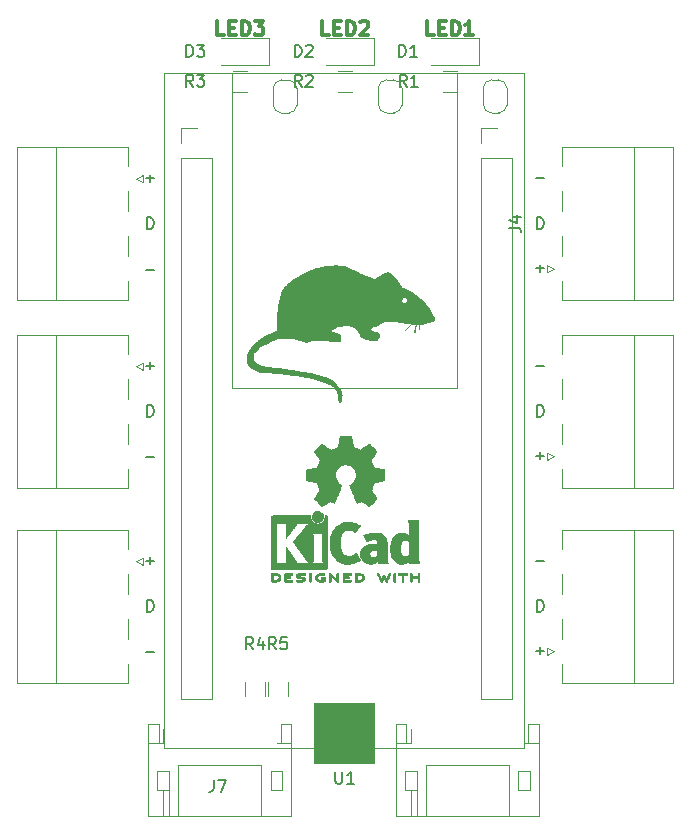
<source format=gbr>
G04 #@! TF.GenerationSoftware,KiCad,Pcbnew,(5.1.7)-1*
G04 #@! TF.CreationDate,2020-12-15T01:37:48+01:00*
G04 #@! TF.ProjectId,espbreakout,65737062-7265-4616-9b6f-75742e6b6963,rev?*
G04 #@! TF.SameCoordinates,Original*
G04 #@! TF.FileFunction,Legend,Top*
G04 #@! TF.FilePolarity,Positive*
%FSLAX46Y46*%
G04 Gerber Fmt 4.6, Leading zero omitted, Abs format (unit mm)*
G04 Created by KiCad (PCBNEW (5.1.7)-1) date 2020-12-15 01:37:48*
%MOMM*%
%LPD*%
G01*
G04 APERTURE LIST*
%ADD10C,0.300000*%
%ADD11C,0.150000*%
%ADD12C,0.120000*%
%ADD13C,0.100000*%
%ADD14C,0.010000*%
%ADD15C,0.200000*%
%ADD16C,0.050000*%
G04 APERTURE END LIST*
D10*
X44377142Y-12607857D02*
X43805714Y-12607857D01*
X43805714Y-11407857D01*
X44777142Y-11979285D02*
X45177142Y-11979285D01*
X45348571Y-12607857D02*
X44777142Y-12607857D01*
X44777142Y-11407857D01*
X45348571Y-11407857D01*
X45862857Y-12607857D02*
X45862857Y-11407857D01*
X46148571Y-11407857D01*
X46320000Y-11465000D01*
X46434285Y-11579285D01*
X46491428Y-11693571D01*
X46548571Y-11922142D01*
X46548571Y-12093571D01*
X46491428Y-12322142D01*
X46434285Y-12436428D01*
X46320000Y-12550714D01*
X46148571Y-12607857D01*
X45862857Y-12607857D01*
X46948571Y-11407857D02*
X47691428Y-11407857D01*
X47291428Y-11865000D01*
X47462857Y-11865000D01*
X47577142Y-11922142D01*
X47634285Y-11979285D01*
X47691428Y-12093571D01*
X47691428Y-12379285D01*
X47634285Y-12493571D01*
X47577142Y-12550714D01*
X47462857Y-12607857D01*
X47120000Y-12607857D01*
X47005714Y-12550714D01*
X46948571Y-12493571D01*
D11*
X37795238Y-32442142D02*
X38404761Y-32442142D01*
X37838095Y-29027380D02*
X37838095Y-28027380D01*
X38076190Y-28027380D01*
X38219047Y-28075000D01*
X38314285Y-28170238D01*
X38361904Y-28265476D01*
X38409523Y-28455952D01*
X38409523Y-28598809D01*
X38361904Y-28789285D01*
X38314285Y-28884523D01*
X38219047Y-28979761D01*
X38076190Y-29027380D01*
X37838095Y-29027380D01*
X38404761Y-24707857D02*
X37795238Y-24707857D01*
X38100000Y-24403095D02*
X38100000Y-25012619D01*
X70858095Y-29027380D02*
X70858095Y-28027380D01*
X71096190Y-28027380D01*
X71239047Y-28075000D01*
X71334285Y-28170238D01*
X71381904Y-28265476D01*
X71429523Y-28455952D01*
X71429523Y-28598809D01*
X71381904Y-28789285D01*
X71334285Y-28884523D01*
X71239047Y-28979761D01*
X71096190Y-29027380D01*
X70858095Y-29027380D01*
X71424761Y-48202857D02*
X70815238Y-48202857D01*
X71120000Y-47898095D02*
X71120000Y-48507619D01*
X38404761Y-57092857D02*
X37795238Y-57092857D01*
X38100000Y-56788095D02*
X38100000Y-57397619D01*
X37838095Y-44902380D02*
X37838095Y-43902380D01*
X38076190Y-43902380D01*
X38219047Y-43950000D01*
X38314285Y-44045238D01*
X38361904Y-44140476D01*
X38409523Y-44330952D01*
X38409523Y-44473809D01*
X38361904Y-44664285D01*
X38314285Y-44759523D01*
X38219047Y-44854761D01*
X38076190Y-44902380D01*
X37838095Y-44902380D01*
X37838095Y-61412380D02*
X37838095Y-60412380D01*
X38076190Y-60412380D01*
X38219047Y-60460000D01*
X38314285Y-60555238D01*
X38361904Y-60650476D01*
X38409523Y-60840952D01*
X38409523Y-60983809D01*
X38361904Y-61174285D01*
X38314285Y-61269523D01*
X38219047Y-61364761D01*
X38076190Y-61412380D01*
X37838095Y-61412380D01*
X38404761Y-40582857D02*
X37795238Y-40582857D01*
X38100000Y-40278095D02*
X38100000Y-40887619D01*
X71424761Y-64712857D02*
X70815238Y-64712857D01*
X71120000Y-64408095D02*
X71120000Y-65017619D01*
X71424761Y-32327857D02*
X70815238Y-32327857D01*
X71120000Y-32023095D02*
X71120000Y-32632619D01*
X70858095Y-61412380D02*
X70858095Y-60412380D01*
X71096190Y-60412380D01*
X71239047Y-60460000D01*
X71334285Y-60555238D01*
X71381904Y-60650476D01*
X71429523Y-60840952D01*
X71429523Y-60983809D01*
X71381904Y-61174285D01*
X71334285Y-61269523D01*
X71239047Y-61364761D01*
X71096190Y-61412380D01*
X70858095Y-61412380D01*
X70858095Y-44902380D02*
X70858095Y-43902380D01*
X71096190Y-43902380D01*
X71239047Y-43950000D01*
X71334285Y-44045238D01*
X71381904Y-44140476D01*
X71429523Y-44330952D01*
X71429523Y-44473809D01*
X71381904Y-44664285D01*
X71334285Y-44759523D01*
X71239047Y-44854761D01*
X71096190Y-44902380D01*
X70858095Y-44902380D01*
X71424761Y-24707857D02*
X70815238Y-24707857D01*
X71424761Y-40582857D02*
X70815238Y-40582857D01*
X71424761Y-57092857D02*
X70815238Y-57092857D01*
X37795238Y-64827142D02*
X38404761Y-64827142D01*
X37795238Y-48317142D02*
X38404761Y-48317142D01*
D10*
X62157142Y-12607857D02*
X61585714Y-12607857D01*
X61585714Y-11407857D01*
X62557142Y-11979285D02*
X62957142Y-11979285D01*
X63128571Y-12607857D02*
X62557142Y-12607857D01*
X62557142Y-11407857D01*
X63128571Y-11407857D01*
X63642857Y-12607857D02*
X63642857Y-11407857D01*
X63928571Y-11407857D01*
X64100000Y-11465000D01*
X64214285Y-11579285D01*
X64271428Y-11693571D01*
X64328571Y-11922142D01*
X64328571Y-12093571D01*
X64271428Y-12322142D01*
X64214285Y-12436428D01*
X64100000Y-12550714D01*
X63928571Y-12607857D01*
X63642857Y-12607857D01*
X65471428Y-12607857D02*
X64785714Y-12607857D01*
X65128571Y-12607857D02*
X65128571Y-11407857D01*
X65014285Y-11579285D01*
X64900000Y-11693571D01*
X64785714Y-11750714D01*
X53267142Y-12607857D02*
X52695714Y-12607857D01*
X52695714Y-11407857D01*
X53667142Y-11979285D02*
X54067142Y-11979285D01*
X54238571Y-12607857D02*
X53667142Y-12607857D01*
X53667142Y-11407857D01*
X54238571Y-11407857D01*
X54752857Y-12607857D02*
X54752857Y-11407857D01*
X55038571Y-11407857D01*
X55210000Y-11465000D01*
X55324285Y-11579285D01*
X55381428Y-11693571D01*
X55438571Y-11922142D01*
X55438571Y-12093571D01*
X55381428Y-12322142D01*
X55324285Y-12436428D01*
X55210000Y-12550714D01*
X55038571Y-12607857D01*
X54752857Y-12607857D01*
X55895714Y-11522142D02*
X55952857Y-11465000D01*
X56067142Y-11407857D01*
X56352857Y-11407857D01*
X56467142Y-11465000D01*
X56524285Y-11522142D01*
X56581428Y-11636428D01*
X56581428Y-11750714D01*
X56524285Y-11922142D01*
X55838571Y-12607857D01*
X56581428Y-12607857D01*
D12*
X43370500Y-23038600D02*
X43370500Y-68818600D01*
X40710500Y-20438600D02*
X42040500Y-20438600D01*
X40710500Y-23038600D02*
X43370500Y-23038600D01*
X40710500Y-68818600D02*
X43370500Y-68818600D01*
X40710500Y-23038600D02*
X40710500Y-68818600D01*
X40710500Y-21768600D02*
X40710500Y-20438600D01*
X68763000Y-23030400D02*
X68763000Y-68810400D01*
X66103000Y-20430400D02*
X67433000Y-20430400D01*
X66103000Y-23030400D02*
X68763000Y-23030400D01*
X66103000Y-68810400D02*
X68763000Y-68810400D01*
X66103000Y-23030400D02*
X66103000Y-68810400D01*
X66103000Y-21760400D02*
X66103000Y-20430400D01*
X39310000Y-15825000D02*
X69790000Y-15825000D01*
X69790000Y-15825000D02*
X69790000Y-72975000D01*
X69790000Y-72975000D02*
X39310000Y-72975000D01*
X39310000Y-72975000D02*
X39310000Y-15825000D01*
D13*
G36*
X57090000Y-74245000D02*
G01*
X52010000Y-74245000D01*
X52010000Y-69165000D01*
X57090000Y-69165000D01*
X57090000Y-74245000D01*
G37*
X57090000Y-74245000D02*
X52010000Y-74245000D01*
X52010000Y-69165000D01*
X57090000Y-69165000D01*
X57090000Y-74245000D01*
D12*
X64075000Y-15825000D02*
X64075000Y-42495000D01*
X64075000Y-42495000D02*
X45025000Y-42495000D01*
X45025000Y-42495000D02*
X45025000Y-15825000D01*
X37525000Y-40340000D02*
X37525000Y-40940000D01*
X36925000Y-40640000D02*
X37525000Y-40340000D01*
X37525000Y-40940000D02*
X36925000Y-40640000D01*
X30125000Y-37960000D02*
X30125000Y-50940000D01*
X36205000Y-45500000D02*
X36205000Y-47210000D01*
X36205000Y-41690000D02*
X36205000Y-43400000D01*
X36205000Y-50940000D02*
X36205000Y-49310000D01*
X36205000Y-37960000D02*
X36205000Y-39590000D01*
X26845000Y-50940000D02*
X36205000Y-50940000D01*
X26845000Y-37960000D02*
X26845000Y-50940000D01*
X36205000Y-37960000D02*
X26845000Y-37960000D01*
X37525000Y-56850000D02*
X37525000Y-57450000D01*
X36925000Y-57150000D02*
X37525000Y-56850000D01*
X37525000Y-57450000D02*
X36925000Y-57150000D01*
X30125000Y-54470000D02*
X30125000Y-67450000D01*
X36205000Y-62010000D02*
X36205000Y-63720000D01*
X36205000Y-58200000D02*
X36205000Y-59910000D01*
X36205000Y-67450000D02*
X36205000Y-65820000D01*
X36205000Y-54470000D02*
X36205000Y-56100000D01*
X26845000Y-67450000D02*
X36205000Y-67450000D01*
X26845000Y-54470000D02*
X26845000Y-67450000D01*
X36205000Y-54470000D02*
X26845000Y-54470000D01*
X37525000Y-24465000D02*
X37525000Y-25065000D01*
X36925000Y-24765000D02*
X37525000Y-24465000D01*
X37525000Y-25065000D02*
X36925000Y-24765000D01*
X30125000Y-22085000D02*
X30125000Y-35065000D01*
X36205000Y-29625000D02*
X36205000Y-31335000D01*
X36205000Y-25815000D02*
X36205000Y-27525000D01*
X36205000Y-35065000D02*
X36205000Y-33435000D01*
X36205000Y-22085000D02*
X36205000Y-23715000D01*
X26845000Y-35065000D02*
X36205000Y-35065000D01*
X26845000Y-22085000D02*
X26845000Y-35065000D01*
X36205000Y-22085000D02*
X26845000Y-22085000D01*
X71695000Y-32685000D02*
X71695000Y-32085000D01*
X72295000Y-32385000D02*
X71695000Y-32685000D01*
X71695000Y-32085000D02*
X72295000Y-32385000D01*
X79095000Y-35065000D02*
X79095000Y-22085000D01*
X73015000Y-27525000D02*
X73015000Y-25815000D01*
X73015000Y-31335000D02*
X73015000Y-29625000D01*
X73015000Y-22085000D02*
X73015000Y-23715000D01*
X73015000Y-35065000D02*
X73015000Y-33435000D01*
X82375000Y-22085000D02*
X73015000Y-22085000D01*
X82375000Y-35065000D02*
X82375000Y-22085000D01*
X73015000Y-35065000D02*
X82375000Y-35065000D01*
X71695000Y-48560000D02*
X71695000Y-47960000D01*
X72295000Y-48260000D02*
X71695000Y-48560000D01*
X71695000Y-47960000D02*
X72295000Y-48260000D01*
X79095000Y-50940000D02*
X79095000Y-37960000D01*
X73015000Y-43400000D02*
X73015000Y-41690000D01*
X73015000Y-47210000D02*
X73015000Y-45500000D01*
X73015000Y-37960000D02*
X73015000Y-39590000D01*
X73015000Y-50940000D02*
X73015000Y-49310000D01*
X82375000Y-37960000D02*
X73015000Y-37960000D01*
X82375000Y-50940000D02*
X82375000Y-37960000D01*
X73015000Y-50940000D02*
X82375000Y-50940000D01*
X71695000Y-65070000D02*
X71695000Y-64470000D01*
X72295000Y-64770000D02*
X71695000Y-65070000D01*
X71695000Y-64470000D02*
X72295000Y-64770000D01*
X79095000Y-67450000D02*
X79095000Y-54470000D01*
X73015000Y-59910000D02*
X73015000Y-58200000D01*
X73015000Y-63720000D02*
X73015000Y-62010000D01*
X73015000Y-54470000D02*
X73015000Y-56100000D01*
X73015000Y-67450000D02*
X73015000Y-65820000D01*
X82375000Y-54470000D02*
X73015000Y-54470000D01*
X82375000Y-67450000D02*
X82375000Y-54470000D01*
X73015000Y-67450000D02*
X82375000Y-67450000D01*
X60160000Y-72540000D02*
X60160000Y-71340000D01*
X60160000Y-76490000D02*
X60160000Y-78740000D01*
X60660000Y-76490000D02*
X60660000Y-78740000D01*
X69260000Y-74890000D02*
X70260000Y-74890000D01*
X69260000Y-76490000D02*
X69260000Y-74890000D01*
X70260000Y-76490000D02*
X69260000Y-76490000D01*
X70260000Y-74890000D02*
X70260000Y-76490000D01*
X60660000Y-74890000D02*
X59660000Y-74890000D01*
X60660000Y-76490000D02*
X60660000Y-74890000D01*
X59660000Y-76490000D02*
X60660000Y-76490000D01*
X59660000Y-74890000D02*
X59660000Y-76490000D01*
X71010000Y-72540000D02*
X70110000Y-72540000D01*
X58910000Y-72540000D02*
X59810000Y-72540000D01*
X70110000Y-72540000D02*
X69760000Y-72540000D01*
X70110000Y-70940000D02*
X70110000Y-72540000D01*
X71010000Y-70940000D02*
X70110000Y-70940000D01*
X71010000Y-78740000D02*
X71010000Y-70940000D01*
X58910000Y-78740000D02*
X71010000Y-78740000D01*
X58910000Y-70940000D02*
X58910000Y-78740000D01*
X59810000Y-70940000D02*
X58910000Y-70940000D01*
X59810000Y-72540000D02*
X59810000Y-70940000D01*
X60160000Y-72540000D02*
X59810000Y-72540000D01*
X68460000Y-74390000D02*
X68460000Y-78740000D01*
X61460000Y-74390000D02*
X68460000Y-74390000D01*
X61460000Y-78740000D02*
X61460000Y-74390000D01*
X46320000Y-17380000D02*
X45120000Y-17380000D01*
X45120000Y-15620000D02*
X46320000Y-15620000D01*
X49230000Y-16395000D02*
X49830000Y-16395000D01*
X48530000Y-18495000D02*
X48530000Y-17095000D01*
X49830000Y-19195000D02*
X49230000Y-19195000D01*
X50530000Y-17095000D02*
X50530000Y-18495000D01*
X49830000Y-16395000D02*
G75*
G02*
X50530000Y-17095000I0J-700000D01*
G01*
X48530000Y-17095000D02*
G75*
G02*
X49230000Y-16395000I700000J0D01*
G01*
X49230000Y-19195000D02*
G75*
G02*
X48530000Y-18495000I0J700000D01*
G01*
X50530000Y-18495000D02*
G75*
G02*
X49830000Y-19195000I-700000J0D01*
G01*
X44120000Y-15105000D02*
X48180000Y-15105000D01*
X48180000Y-15105000D02*
X48180000Y-12835000D01*
X48180000Y-12835000D02*
X44120000Y-12835000D01*
X39205000Y-72540000D02*
X39205000Y-71340000D01*
X39205000Y-76490000D02*
X39205000Y-78740000D01*
X39705000Y-76490000D02*
X39705000Y-78740000D01*
X48305000Y-74890000D02*
X49305000Y-74890000D01*
X48305000Y-76490000D02*
X48305000Y-74890000D01*
X49305000Y-76490000D02*
X48305000Y-76490000D01*
X49305000Y-74890000D02*
X49305000Y-76490000D01*
X39705000Y-74890000D02*
X38705000Y-74890000D01*
X39705000Y-76490000D02*
X39705000Y-74890000D01*
X38705000Y-76490000D02*
X39705000Y-76490000D01*
X38705000Y-74890000D02*
X38705000Y-76490000D01*
X50055000Y-72540000D02*
X49155000Y-72540000D01*
X37955000Y-72540000D02*
X38855000Y-72540000D01*
X49155000Y-72540000D02*
X48805000Y-72540000D01*
X49155000Y-70940000D02*
X49155000Y-72540000D01*
X50055000Y-70940000D02*
X49155000Y-70940000D01*
X50055000Y-78740000D02*
X50055000Y-70940000D01*
X37955000Y-78740000D02*
X50055000Y-78740000D01*
X37955000Y-70940000D02*
X37955000Y-78740000D01*
X38855000Y-70940000D02*
X37955000Y-70940000D01*
X38855000Y-72540000D02*
X38855000Y-70940000D01*
X39205000Y-72540000D02*
X38855000Y-72540000D01*
X47505000Y-74390000D02*
X47505000Y-78740000D01*
X40505000Y-74390000D02*
X47505000Y-74390000D01*
X40505000Y-78740000D02*
X40505000Y-74390000D01*
X55210000Y-17390000D02*
X54010000Y-17390000D01*
X54010000Y-15630000D02*
X55210000Y-15630000D01*
X58120000Y-16380000D02*
X58720000Y-16380000D01*
X57420000Y-18480000D02*
X57420000Y-17080000D01*
X58720000Y-19180000D02*
X58120000Y-19180000D01*
X59420000Y-17080000D02*
X59420000Y-18480000D01*
X58720000Y-16380000D02*
G75*
G02*
X59420000Y-17080000I0J-700000D01*
G01*
X57420000Y-17080000D02*
G75*
G02*
X58120000Y-16380000I700000J0D01*
G01*
X58120000Y-19180000D02*
G75*
G02*
X57420000Y-18480000I0J700000D01*
G01*
X59420000Y-18480000D02*
G75*
G02*
X58720000Y-19180000I-700000J0D01*
G01*
X53010000Y-15105000D02*
X57070000Y-15105000D01*
X57070000Y-15105000D02*
X57070000Y-12835000D01*
X57070000Y-12835000D02*
X53010000Y-12835000D01*
D14*
G36*
X55171614Y-46988931D02*
G01*
X55255435Y-47433555D01*
X55564720Y-47561053D01*
X55874006Y-47688551D01*
X56245046Y-47436246D01*
X56348957Y-47365996D01*
X56442887Y-47303272D01*
X56522452Y-47250938D01*
X56583270Y-47211857D01*
X56620957Y-47188893D01*
X56631221Y-47183942D01*
X56649710Y-47196676D01*
X56689220Y-47231882D01*
X56745322Y-47285062D01*
X56813587Y-47351718D01*
X56889586Y-47427354D01*
X56968892Y-47507472D01*
X57047075Y-47587574D01*
X57119707Y-47663164D01*
X57182359Y-47729745D01*
X57230603Y-47782818D01*
X57260010Y-47817887D01*
X57267041Y-47829623D01*
X57256923Y-47851260D01*
X57228559Y-47898662D01*
X57184929Y-47967193D01*
X57129018Y-48052215D01*
X57063806Y-48149093D01*
X57026019Y-48204350D01*
X56957143Y-48305248D01*
X56895940Y-48396299D01*
X56845378Y-48472970D01*
X56808428Y-48530728D01*
X56788058Y-48565043D01*
X56784997Y-48572254D01*
X56791936Y-48592748D01*
X56810851Y-48640513D01*
X56838887Y-48708832D01*
X56873191Y-48790989D01*
X56910909Y-48880270D01*
X56949187Y-48969958D01*
X56985170Y-49053338D01*
X57016006Y-49123694D01*
X57038839Y-49174310D01*
X57050817Y-49198471D01*
X57051524Y-49199422D01*
X57070331Y-49204036D01*
X57120418Y-49214328D01*
X57196593Y-49229287D01*
X57293665Y-49247901D01*
X57406443Y-49269159D01*
X57472242Y-49281418D01*
X57592750Y-49304362D01*
X57701597Y-49326195D01*
X57793276Y-49345722D01*
X57862281Y-49361748D01*
X57903104Y-49373079D01*
X57911311Y-49376674D01*
X57919348Y-49401006D01*
X57925833Y-49455959D01*
X57930770Y-49535108D01*
X57934164Y-49632026D01*
X57936018Y-49740287D01*
X57936338Y-49853465D01*
X57935127Y-49965135D01*
X57932390Y-50068868D01*
X57928131Y-50158241D01*
X57922355Y-50226826D01*
X57915067Y-50268197D01*
X57910695Y-50276810D01*
X57884564Y-50287133D01*
X57829193Y-50301892D01*
X57751907Y-50319352D01*
X57660030Y-50337780D01*
X57627958Y-50343741D01*
X57473324Y-50372066D01*
X57351175Y-50394876D01*
X57257473Y-50413080D01*
X57188184Y-50427583D01*
X57139271Y-50439292D01*
X57106697Y-50449115D01*
X57086428Y-50457956D01*
X57074426Y-50466724D01*
X57072747Y-50468457D01*
X57055984Y-50496371D01*
X57030414Y-50550695D01*
X56998588Y-50624777D01*
X56963060Y-50711965D01*
X56926383Y-50805608D01*
X56891111Y-50899052D01*
X56859796Y-50985647D01*
X56834993Y-51058740D01*
X56819254Y-51111678D01*
X56815132Y-51137811D01*
X56815476Y-51138726D01*
X56829441Y-51160086D01*
X56861122Y-51207084D01*
X56907191Y-51274827D01*
X56964318Y-51358423D01*
X57029173Y-51452982D01*
X57047643Y-51479854D01*
X57113499Y-51577275D01*
X57171450Y-51666163D01*
X57218338Y-51741412D01*
X57251007Y-51797920D01*
X57266300Y-51830581D01*
X57267041Y-51834593D01*
X57254192Y-51855684D01*
X57218688Y-51897464D01*
X57165093Y-51955445D01*
X57097971Y-52025135D01*
X57021887Y-52102045D01*
X56941404Y-52181683D01*
X56861087Y-52259561D01*
X56785499Y-52331186D01*
X56719205Y-52392070D01*
X56666769Y-52437721D01*
X56632755Y-52463650D01*
X56623345Y-52467883D01*
X56601443Y-52457912D01*
X56556600Y-52431020D01*
X56496121Y-52391736D01*
X56449589Y-52360117D01*
X56365275Y-52302098D01*
X56265426Y-52233784D01*
X56165273Y-52165579D01*
X56111427Y-52129075D01*
X55929171Y-52005800D01*
X55776181Y-52088520D01*
X55706482Y-52124759D01*
X55647214Y-52152926D01*
X55607111Y-52168991D01*
X55596903Y-52171226D01*
X55584629Y-52154722D01*
X55560413Y-52108082D01*
X55526063Y-52035609D01*
X55483388Y-51941606D01*
X55434194Y-51830374D01*
X55380290Y-51706215D01*
X55323484Y-51573432D01*
X55265582Y-51436327D01*
X55208393Y-51299202D01*
X55153724Y-51166358D01*
X55103384Y-51042098D01*
X55059180Y-50930725D01*
X55022919Y-50836539D01*
X54996409Y-50763844D01*
X54981458Y-50716941D01*
X54979054Y-50700833D01*
X54998111Y-50680286D01*
X55039836Y-50646933D01*
X55095506Y-50607702D01*
X55100178Y-50604599D01*
X55244064Y-50489423D01*
X55360083Y-50355053D01*
X55447230Y-50205784D01*
X55504499Y-50045913D01*
X55530886Y-49879737D01*
X55525385Y-49711552D01*
X55486990Y-49545655D01*
X55414695Y-49386342D01*
X55393426Y-49351487D01*
X55282796Y-49210737D01*
X55152102Y-49097714D01*
X55005864Y-49013003D01*
X54848608Y-48957194D01*
X54684857Y-48930874D01*
X54519133Y-48934630D01*
X54355962Y-48969050D01*
X54199865Y-49034723D01*
X54055367Y-49132235D01*
X54010669Y-49171813D01*
X53896912Y-49295703D01*
X53814018Y-49426124D01*
X53757156Y-49572315D01*
X53725487Y-49717088D01*
X53717669Y-49879860D01*
X53743738Y-50043440D01*
X53801045Y-50202298D01*
X53886944Y-50350906D01*
X53998786Y-50483735D01*
X54133923Y-50595256D01*
X54151683Y-50607011D01*
X54207950Y-50645508D01*
X54250723Y-50678863D01*
X54271172Y-50700160D01*
X54271469Y-50700833D01*
X54267079Y-50723871D01*
X54249676Y-50776157D01*
X54221068Y-50853390D01*
X54183065Y-50951268D01*
X54137474Y-51065491D01*
X54086103Y-51191758D01*
X54030762Y-51325767D01*
X53973258Y-51463218D01*
X53915401Y-51599808D01*
X53858998Y-51731237D01*
X53805858Y-51853205D01*
X53757790Y-51961409D01*
X53716601Y-52051549D01*
X53684101Y-52119323D01*
X53662097Y-52160430D01*
X53653236Y-52171226D01*
X53626160Y-52162819D01*
X53575497Y-52140272D01*
X53509983Y-52107613D01*
X53473959Y-52088520D01*
X53320968Y-52005800D01*
X53138712Y-52129075D01*
X53045675Y-52192228D01*
X52943815Y-52261727D01*
X52848362Y-52327165D01*
X52800550Y-52360117D01*
X52733305Y-52405273D01*
X52676364Y-52441057D01*
X52637154Y-52462938D01*
X52624419Y-52467563D01*
X52605883Y-52455085D01*
X52564859Y-52420252D01*
X52505325Y-52366678D01*
X52431258Y-52297983D01*
X52346635Y-52217781D01*
X52293115Y-52166286D01*
X52199481Y-52074286D01*
X52118559Y-51991999D01*
X52053623Y-51922945D01*
X52007942Y-51870644D01*
X51984789Y-51838616D01*
X51982568Y-51832116D01*
X51992876Y-51807394D01*
X52021361Y-51757405D01*
X52064863Y-51687212D01*
X52120223Y-51601875D01*
X52184280Y-51506456D01*
X52202497Y-51479854D01*
X52268873Y-51383167D01*
X52328422Y-51296117D01*
X52377816Y-51223595D01*
X52413725Y-51170493D01*
X52432819Y-51141703D01*
X52434664Y-51138726D01*
X52431905Y-51115782D01*
X52417262Y-51065336D01*
X52393287Y-50994041D01*
X52362534Y-50908547D01*
X52327556Y-50815507D01*
X52290907Y-50721574D01*
X52255139Y-50633399D01*
X52222806Y-50557634D01*
X52196462Y-50500931D01*
X52178658Y-50469943D01*
X52177393Y-50468457D01*
X52166506Y-50459601D01*
X52148118Y-50450843D01*
X52118194Y-50441277D01*
X52072697Y-50429996D01*
X52007591Y-50416093D01*
X51918839Y-50398663D01*
X51802407Y-50376798D01*
X51654258Y-50349591D01*
X51622182Y-50343741D01*
X51527114Y-50325374D01*
X51444235Y-50307405D01*
X51380870Y-50291569D01*
X51344342Y-50279600D01*
X51339444Y-50276810D01*
X51331373Y-50252072D01*
X51324813Y-50196790D01*
X51319767Y-50117389D01*
X51316241Y-50020296D01*
X51314239Y-49911938D01*
X51313764Y-49798740D01*
X51314823Y-49687128D01*
X51317418Y-49583529D01*
X51321554Y-49494368D01*
X51327237Y-49426072D01*
X51334469Y-49385066D01*
X51338829Y-49376674D01*
X51363102Y-49368208D01*
X51418374Y-49354435D01*
X51499138Y-49336550D01*
X51599888Y-49315748D01*
X51715117Y-49293223D01*
X51777898Y-49281418D01*
X51897013Y-49259151D01*
X52003235Y-49238979D01*
X52091373Y-49221915D01*
X52156234Y-49208969D01*
X52192626Y-49201155D01*
X52198616Y-49199422D01*
X52208739Y-49179890D01*
X52230138Y-49132843D01*
X52259961Y-49065003D01*
X52295355Y-48983091D01*
X52333468Y-48893828D01*
X52371447Y-48803935D01*
X52406440Y-48720135D01*
X52435594Y-48649147D01*
X52456057Y-48597694D01*
X52464977Y-48572497D01*
X52465143Y-48571396D01*
X52455031Y-48551519D01*
X52426683Y-48505777D01*
X52383077Y-48438717D01*
X52327194Y-48354884D01*
X52262013Y-48258826D01*
X52224121Y-48203650D01*
X52155075Y-48102481D01*
X52093750Y-48010630D01*
X52043137Y-47932744D01*
X52006229Y-47873469D01*
X51986018Y-47837451D01*
X51983099Y-47829377D01*
X51995647Y-47810584D01*
X52030337Y-47770457D01*
X52082737Y-47713493D01*
X52148416Y-47644185D01*
X52222944Y-47567031D01*
X52301887Y-47486525D01*
X52380817Y-47407163D01*
X52455300Y-47333440D01*
X52520906Y-47269852D01*
X52573204Y-47220894D01*
X52607761Y-47191061D01*
X52619322Y-47183942D01*
X52638146Y-47193953D01*
X52683169Y-47222078D01*
X52750013Y-47265454D01*
X52834301Y-47321218D01*
X52931656Y-47386506D01*
X53005093Y-47436246D01*
X53376133Y-47688551D01*
X53994705Y-47433555D01*
X54078525Y-46988931D01*
X54162346Y-46544307D01*
X55087794Y-46544307D01*
X55171614Y-46988931D01*
G37*
X55171614Y-46988931D02*
X55255435Y-47433555D01*
X55564720Y-47561053D01*
X55874006Y-47688551D01*
X56245046Y-47436246D01*
X56348957Y-47365996D01*
X56442887Y-47303272D01*
X56522452Y-47250938D01*
X56583270Y-47211857D01*
X56620957Y-47188893D01*
X56631221Y-47183942D01*
X56649710Y-47196676D01*
X56689220Y-47231882D01*
X56745322Y-47285062D01*
X56813587Y-47351718D01*
X56889586Y-47427354D01*
X56968892Y-47507472D01*
X57047075Y-47587574D01*
X57119707Y-47663164D01*
X57182359Y-47729745D01*
X57230603Y-47782818D01*
X57260010Y-47817887D01*
X57267041Y-47829623D01*
X57256923Y-47851260D01*
X57228559Y-47898662D01*
X57184929Y-47967193D01*
X57129018Y-48052215D01*
X57063806Y-48149093D01*
X57026019Y-48204350D01*
X56957143Y-48305248D01*
X56895940Y-48396299D01*
X56845378Y-48472970D01*
X56808428Y-48530728D01*
X56788058Y-48565043D01*
X56784997Y-48572254D01*
X56791936Y-48592748D01*
X56810851Y-48640513D01*
X56838887Y-48708832D01*
X56873191Y-48790989D01*
X56910909Y-48880270D01*
X56949187Y-48969958D01*
X56985170Y-49053338D01*
X57016006Y-49123694D01*
X57038839Y-49174310D01*
X57050817Y-49198471D01*
X57051524Y-49199422D01*
X57070331Y-49204036D01*
X57120418Y-49214328D01*
X57196593Y-49229287D01*
X57293665Y-49247901D01*
X57406443Y-49269159D01*
X57472242Y-49281418D01*
X57592750Y-49304362D01*
X57701597Y-49326195D01*
X57793276Y-49345722D01*
X57862281Y-49361748D01*
X57903104Y-49373079D01*
X57911311Y-49376674D01*
X57919348Y-49401006D01*
X57925833Y-49455959D01*
X57930770Y-49535108D01*
X57934164Y-49632026D01*
X57936018Y-49740287D01*
X57936338Y-49853465D01*
X57935127Y-49965135D01*
X57932390Y-50068868D01*
X57928131Y-50158241D01*
X57922355Y-50226826D01*
X57915067Y-50268197D01*
X57910695Y-50276810D01*
X57884564Y-50287133D01*
X57829193Y-50301892D01*
X57751907Y-50319352D01*
X57660030Y-50337780D01*
X57627958Y-50343741D01*
X57473324Y-50372066D01*
X57351175Y-50394876D01*
X57257473Y-50413080D01*
X57188184Y-50427583D01*
X57139271Y-50439292D01*
X57106697Y-50449115D01*
X57086428Y-50457956D01*
X57074426Y-50466724D01*
X57072747Y-50468457D01*
X57055984Y-50496371D01*
X57030414Y-50550695D01*
X56998588Y-50624777D01*
X56963060Y-50711965D01*
X56926383Y-50805608D01*
X56891111Y-50899052D01*
X56859796Y-50985647D01*
X56834993Y-51058740D01*
X56819254Y-51111678D01*
X56815132Y-51137811D01*
X56815476Y-51138726D01*
X56829441Y-51160086D01*
X56861122Y-51207084D01*
X56907191Y-51274827D01*
X56964318Y-51358423D01*
X57029173Y-51452982D01*
X57047643Y-51479854D01*
X57113499Y-51577275D01*
X57171450Y-51666163D01*
X57218338Y-51741412D01*
X57251007Y-51797920D01*
X57266300Y-51830581D01*
X57267041Y-51834593D01*
X57254192Y-51855684D01*
X57218688Y-51897464D01*
X57165093Y-51955445D01*
X57097971Y-52025135D01*
X57021887Y-52102045D01*
X56941404Y-52181683D01*
X56861087Y-52259561D01*
X56785499Y-52331186D01*
X56719205Y-52392070D01*
X56666769Y-52437721D01*
X56632755Y-52463650D01*
X56623345Y-52467883D01*
X56601443Y-52457912D01*
X56556600Y-52431020D01*
X56496121Y-52391736D01*
X56449589Y-52360117D01*
X56365275Y-52302098D01*
X56265426Y-52233784D01*
X56165273Y-52165579D01*
X56111427Y-52129075D01*
X55929171Y-52005800D01*
X55776181Y-52088520D01*
X55706482Y-52124759D01*
X55647214Y-52152926D01*
X55607111Y-52168991D01*
X55596903Y-52171226D01*
X55584629Y-52154722D01*
X55560413Y-52108082D01*
X55526063Y-52035609D01*
X55483388Y-51941606D01*
X55434194Y-51830374D01*
X55380290Y-51706215D01*
X55323484Y-51573432D01*
X55265582Y-51436327D01*
X55208393Y-51299202D01*
X55153724Y-51166358D01*
X55103384Y-51042098D01*
X55059180Y-50930725D01*
X55022919Y-50836539D01*
X54996409Y-50763844D01*
X54981458Y-50716941D01*
X54979054Y-50700833D01*
X54998111Y-50680286D01*
X55039836Y-50646933D01*
X55095506Y-50607702D01*
X55100178Y-50604599D01*
X55244064Y-50489423D01*
X55360083Y-50355053D01*
X55447230Y-50205784D01*
X55504499Y-50045913D01*
X55530886Y-49879737D01*
X55525385Y-49711552D01*
X55486990Y-49545655D01*
X55414695Y-49386342D01*
X55393426Y-49351487D01*
X55282796Y-49210737D01*
X55152102Y-49097714D01*
X55005864Y-49013003D01*
X54848608Y-48957194D01*
X54684857Y-48930874D01*
X54519133Y-48934630D01*
X54355962Y-48969050D01*
X54199865Y-49034723D01*
X54055367Y-49132235D01*
X54010669Y-49171813D01*
X53896912Y-49295703D01*
X53814018Y-49426124D01*
X53757156Y-49572315D01*
X53725487Y-49717088D01*
X53717669Y-49879860D01*
X53743738Y-50043440D01*
X53801045Y-50202298D01*
X53886944Y-50350906D01*
X53998786Y-50483735D01*
X54133923Y-50595256D01*
X54151683Y-50607011D01*
X54207950Y-50645508D01*
X54250723Y-50678863D01*
X54271172Y-50700160D01*
X54271469Y-50700833D01*
X54267079Y-50723871D01*
X54249676Y-50776157D01*
X54221068Y-50853390D01*
X54183065Y-50951268D01*
X54137474Y-51065491D01*
X54086103Y-51191758D01*
X54030762Y-51325767D01*
X53973258Y-51463218D01*
X53915401Y-51599808D01*
X53858998Y-51731237D01*
X53805858Y-51853205D01*
X53757790Y-51961409D01*
X53716601Y-52051549D01*
X53684101Y-52119323D01*
X53662097Y-52160430D01*
X53653236Y-52171226D01*
X53626160Y-52162819D01*
X53575497Y-52140272D01*
X53509983Y-52107613D01*
X53473959Y-52088520D01*
X53320968Y-52005800D01*
X53138712Y-52129075D01*
X53045675Y-52192228D01*
X52943815Y-52261727D01*
X52848362Y-52327165D01*
X52800550Y-52360117D01*
X52733305Y-52405273D01*
X52676364Y-52441057D01*
X52637154Y-52462938D01*
X52624419Y-52467563D01*
X52605883Y-52455085D01*
X52564859Y-52420252D01*
X52505325Y-52366678D01*
X52431258Y-52297983D01*
X52346635Y-52217781D01*
X52293115Y-52166286D01*
X52199481Y-52074286D01*
X52118559Y-51991999D01*
X52053623Y-51922945D01*
X52007942Y-51870644D01*
X51984789Y-51838616D01*
X51982568Y-51832116D01*
X51992876Y-51807394D01*
X52021361Y-51757405D01*
X52064863Y-51687212D01*
X52120223Y-51601875D01*
X52184280Y-51506456D01*
X52202497Y-51479854D01*
X52268873Y-51383167D01*
X52328422Y-51296117D01*
X52377816Y-51223595D01*
X52413725Y-51170493D01*
X52432819Y-51141703D01*
X52434664Y-51138726D01*
X52431905Y-51115782D01*
X52417262Y-51065336D01*
X52393287Y-50994041D01*
X52362534Y-50908547D01*
X52327556Y-50815507D01*
X52290907Y-50721574D01*
X52255139Y-50633399D01*
X52222806Y-50557634D01*
X52196462Y-50500931D01*
X52178658Y-50469943D01*
X52177393Y-50468457D01*
X52166506Y-50459601D01*
X52148118Y-50450843D01*
X52118194Y-50441277D01*
X52072697Y-50429996D01*
X52007591Y-50416093D01*
X51918839Y-50398663D01*
X51802407Y-50376798D01*
X51654258Y-50349591D01*
X51622182Y-50343741D01*
X51527114Y-50325374D01*
X51444235Y-50307405D01*
X51380870Y-50291569D01*
X51344342Y-50279600D01*
X51339444Y-50276810D01*
X51331373Y-50252072D01*
X51324813Y-50196790D01*
X51319767Y-50117389D01*
X51316241Y-50020296D01*
X51314239Y-49911938D01*
X51313764Y-49798740D01*
X51314823Y-49687128D01*
X51317418Y-49583529D01*
X51321554Y-49494368D01*
X51327237Y-49426072D01*
X51334469Y-49385066D01*
X51338829Y-49376674D01*
X51363102Y-49368208D01*
X51418374Y-49354435D01*
X51499138Y-49336550D01*
X51599888Y-49315748D01*
X51715117Y-49293223D01*
X51777898Y-49281418D01*
X51897013Y-49259151D01*
X52003235Y-49238979D01*
X52091373Y-49221915D01*
X52156234Y-49208969D01*
X52192626Y-49201155D01*
X52198616Y-49199422D01*
X52208739Y-49179890D01*
X52230138Y-49132843D01*
X52259961Y-49065003D01*
X52295355Y-48983091D01*
X52333468Y-48893828D01*
X52371447Y-48803935D01*
X52406440Y-48720135D01*
X52435594Y-48649147D01*
X52456057Y-48597694D01*
X52464977Y-48572497D01*
X52465143Y-48571396D01*
X52455031Y-48551519D01*
X52426683Y-48505777D01*
X52383077Y-48438717D01*
X52327194Y-48354884D01*
X52262013Y-48258826D01*
X52224121Y-48203650D01*
X52155075Y-48102481D01*
X52093750Y-48010630D01*
X52043137Y-47932744D01*
X52006229Y-47873469D01*
X51986018Y-47837451D01*
X51983099Y-47829377D01*
X51995647Y-47810584D01*
X52030337Y-47770457D01*
X52082737Y-47713493D01*
X52148416Y-47644185D01*
X52222944Y-47567031D01*
X52301887Y-47486525D01*
X52380817Y-47407163D01*
X52455300Y-47333440D01*
X52520906Y-47269852D01*
X52573204Y-47220894D01*
X52607761Y-47191061D01*
X52619322Y-47183942D01*
X52638146Y-47193953D01*
X52683169Y-47222078D01*
X52750013Y-47265454D01*
X52834301Y-47321218D01*
X52931656Y-47386506D01*
X53005093Y-47436246D01*
X53376133Y-47688551D01*
X53994705Y-47433555D01*
X54078525Y-46988931D01*
X54162346Y-46544307D01*
X55087794Y-46544307D01*
X55171614Y-46988931D01*
G36*
X48494429Y-58139066D02*
G01*
X48533911Y-58139467D01*
X48649600Y-58142259D01*
X48746489Y-58150550D01*
X48827881Y-58165232D01*
X48897077Y-58187193D01*
X48957380Y-58217322D01*
X49012092Y-58256510D01*
X49031633Y-58273532D01*
X49064050Y-58313363D01*
X49093280Y-58367413D01*
X49115809Y-58427323D01*
X49128121Y-58484739D01*
X49129400Y-58505956D01*
X49121383Y-58564769D01*
X49099901Y-58629013D01*
X49068801Y-58689821D01*
X49031934Y-58738330D01*
X49025946Y-58744182D01*
X48975221Y-58785321D01*
X48919675Y-58817435D01*
X48856104Y-58841365D01*
X48781306Y-58857953D01*
X48692078Y-58868041D01*
X48585218Y-58872469D01*
X48536272Y-58872845D01*
X48474038Y-58872545D01*
X48430272Y-58871292D01*
X48400869Y-58868554D01*
X48381721Y-58863801D01*
X48368723Y-58856501D01*
X48361755Y-58850267D01*
X48355174Y-58842694D01*
X48350012Y-58832924D01*
X48346097Y-58818340D01*
X48343257Y-58796326D01*
X48341320Y-58764264D01*
X48340116Y-58719536D01*
X48339472Y-58659526D01*
X48339217Y-58581617D01*
X48339178Y-58505956D01*
X48338930Y-58405041D01*
X48338983Y-58324427D01*
X48339943Y-58285822D01*
X48485933Y-58285822D01*
X48485933Y-58726089D01*
X48579066Y-58726004D01*
X48635107Y-58724396D01*
X48693801Y-58720256D01*
X48742772Y-58714464D01*
X48744262Y-58714226D01*
X48823408Y-58695090D01*
X48884798Y-58665287D01*
X48931495Y-58622878D01*
X48961165Y-58576961D01*
X48979447Y-58526026D01*
X48978029Y-58478200D01*
X48956812Y-58426933D01*
X48915311Y-58373899D01*
X48857802Y-58334600D01*
X48783050Y-58308331D01*
X48733092Y-58299035D01*
X48676384Y-58292507D01*
X48616281Y-58287782D01*
X48565161Y-58285817D01*
X48562133Y-58285808D01*
X48485933Y-58285822D01*
X48339943Y-58285822D01*
X48340540Y-58261851D01*
X48344802Y-58215055D01*
X48352970Y-58181778D01*
X48366244Y-58159759D01*
X48385826Y-58146739D01*
X48412917Y-58140457D01*
X48448718Y-58138653D01*
X48494429Y-58139066D01*
G37*
X48494429Y-58139066D02*
X48533911Y-58139467D01*
X48649600Y-58142259D01*
X48746489Y-58150550D01*
X48827881Y-58165232D01*
X48897077Y-58187193D01*
X48957380Y-58217322D01*
X49012092Y-58256510D01*
X49031633Y-58273532D01*
X49064050Y-58313363D01*
X49093280Y-58367413D01*
X49115809Y-58427323D01*
X49128121Y-58484739D01*
X49129400Y-58505956D01*
X49121383Y-58564769D01*
X49099901Y-58629013D01*
X49068801Y-58689821D01*
X49031934Y-58738330D01*
X49025946Y-58744182D01*
X48975221Y-58785321D01*
X48919675Y-58817435D01*
X48856104Y-58841365D01*
X48781306Y-58857953D01*
X48692078Y-58868041D01*
X48585218Y-58872469D01*
X48536272Y-58872845D01*
X48474038Y-58872545D01*
X48430272Y-58871292D01*
X48400869Y-58868554D01*
X48381721Y-58863801D01*
X48368723Y-58856501D01*
X48361755Y-58850267D01*
X48355174Y-58842694D01*
X48350012Y-58832924D01*
X48346097Y-58818340D01*
X48343257Y-58796326D01*
X48341320Y-58764264D01*
X48340116Y-58719536D01*
X48339472Y-58659526D01*
X48339217Y-58581617D01*
X48339178Y-58505956D01*
X48338930Y-58405041D01*
X48338983Y-58324427D01*
X48339943Y-58285822D01*
X48485933Y-58285822D01*
X48485933Y-58726089D01*
X48579066Y-58726004D01*
X48635107Y-58724396D01*
X48693801Y-58720256D01*
X48742772Y-58714464D01*
X48744262Y-58714226D01*
X48823408Y-58695090D01*
X48884798Y-58665287D01*
X48931495Y-58622878D01*
X48961165Y-58576961D01*
X48979447Y-58526026D01*
X48978029Y-58478200D01*
X48956812Y-58426933D01*
X48915311Y-58373899D01*
X48857802Y-58334600D01*
X48783050Y-58308331D01*
X48733092Y-58299035D01*
X48676384Y-58292507D01*
X48616281Y-58287782D01*
X48565161Y-58285817D01*
X48562133Y-58285808D01*
X48485933Y-58285822D01*
X48339943Y-58285822D01*
X48340540Y-58261851D01*
X48344802Y-58215055D01*
X48352970Y-58181778D01*
X48366244Y-58159759D01*
X48385826Y-58146739D01*
X48412917Y-58140457D01*
X48448718Y-58138653D01*
X48494429Y-58139066D01*
G36*
X49903006Y-58139146D02*
G01*
X49972414Y-58139518D01*
X50024803Y-58140385D01*
X50062953Y-58141946D01*
X50089641Y-58144403D01*
X50107647Y-58147957D01*
X50119751Y-58152810D01*
X50128731Y-58159161D01*
X50131982Y-58162084D01*
X50151757Y-58193142D01*
X50155318Y-58228828D01*
X50142309Y-58260510D01*
X50136294Y-58266913D01*
X50126565Y-58273121D01*
X50110899Y-58277910D01*
X50086392Y-58281514D01*
X50050139Y-58284164D01*
X49999235Y-58286095D01*
X49930774Y-58287539D01*
X49868183Y-58288418D01*
X49620466Y-58291467D01*
X49617081Y-58356378D01*
X49613695Y-58421289D01*
X49781842Y-58421289D01*
X49854841Y-58421919D01*
X49908283Y-58424553D01*
X49945172Y-58430309D01*
X49968512Y-58440304D01*
X49981306Y-58455656D01*
X49986558Y-58477482D01*
X49987355Y-58497738D01*
X49984877Y-58522592D01*
X49975523Y-58540906D01*
X49956417Y-58553637D01*
X49924682Y-58561741D01*
X49877441Y-58566176D01*
X49811817Y-58567899D01*
X49775999Y-58568045D01*
X49614822Y-58568045D01*
X49614822Y-58726089D01*
X49863178Y-58726089D01*
X49944587Y-58726202D01*
X50006458Y-58726712D01*
X50051832Y-58727870D01*
X50083746Y-58729930D01*
X50105241Y-58733146D01*
X50119357Y-58737772D01*
X50129132Y-58744059D01*
X50134111Y-58748667D01*
X50151190Y-58775560D01*
X50156689Y-58799467D01*
X50148837Y-58828667D01*
X50134111Y-58850267D01*
X50126254Y-58857066D01*
X50116112Y-58862346D01*
X50100956Y-58866298D01*
X50078059Y-58869113D01*
X50044691Y-58870982D01*
X49998125Y-58872098D01*
X49935633Y-58872651D01*
X49854486Y-58872833D01*
X49812378Y-58872845D01*
X49722202Y-58872765D01*
X49651876Y-58872398D01*
X49598671Y-58871552D01*
X49559860Y-58870036D01*
X49532713Y-58867659D01*
X49514502Y-58864229D01*
X49502500Y-58859554D01*
X49493978Y-58853444D01*
X49490644Y-58850267D01*
X49484045Y-58842670D01*
X49478873Y-58832870D01*
X49474954Y-58818239D01*
X49472116Y-58796152D01*
X49470185Y-58763982D01*
X49468988Y-58719103D01*
X49468352Y-58658889D01*
X49468103Y-58580713D01*
X49468066Y-58507923D01*
X49468100Y-58414707D01*
X49468335Y-58341431D01*
X49468970Y-58285458D01*
X49470206Y-58244151D01*
X49472244Y-58214872D01*
X49475283Y-58194984D01*
X49479523Y-58181850D01*
X49485165Y-58172832D01*
X49492409Y-58165293D01*
X49494194Y-58163612D01*
X49502855Y-58156172D01*
X49512918Y-58150409D01*
X49527175Y-58146112D01*
X49548417Y-58143064D01*
X49579436Y-58141051D01*
X49623023Y-58139860D01*
X49681969Y-58139275D01*
X49759066Y-58139083D01*
X49813799Y-58139067D01*
X49903006Y-58139146D01*
G37*
X49903006Y-58139146D02*
X49972414Y-58139518D01*
X50024803Y-58140385D01*
X50062953Y-58141946D01*
X50089641Y-58144403D01*
X50107647Y-58147957D01*
X50119751Y-58152810D01*
X50128731Y-58159161D01*
X50131982Y-58162084D01*
X50151757Y-58193142D01*
X50155318Y-58228828D01*
X50142309Y-58260510D01*
X50136294Y-58266913D01*
X50126565Y-58273121D01*
X50110899Y-58277910D01*
X50086392Y-58281514D01*
X50050139Y-58284164D01*
X49999235Y-58286095D01*
X49930774Y-58287539D01*
X49868183Y-58288418D01*
X49620466Y-58291467D01*
X49617081Y-58356378D01*
X49613695Y-58421289D01*
X49781842Y-58421289D01*
X49854841Y-58421919D01*
X49908283Y-58424553D01*
X49945172Y-58430309D01*
X49968512Y-58440304D01*
X49981306Y-58455656D01*
X49986558Y-58477482D01*
X49987355Y-58497738D01*
X49984877Y-58522592D01*
X49975523Y-58540906D01*
X49956417Y-58553637D01*
X49924682Y-58561741D01*
X49877441Y-58566176D01*
X49811817Y-58567899D01*
X49775999Y-58568045D01*
X49614822Y-58568045D01*
X49614822Y-58726089D01*
X49863178Y-58726089D01*
X49944587Y-58726202D01*
X50006458Y-58726712D01*
X50051832Y-58727870D01*
X50083746Y-58729930D01*
X50105241Y-58733146D01*
X50119357Y-58737772D01*
X50129132Y-58744059D01*
X50134111Y-58748667D01*
X50151190Y-58775560D01*
X50156689Y-58799467D01*
X50148837Y-58828667D01*
X50134111Y-58850267D01*
X50126254Y-58857066D01*
X50116112Y-58862346D01*
X50100956Y-58866298D01*
X50078059Y-58869113D01*
X50044691Y-58870982D01*
X49998125Y-58872098D01*
X49935633Y-58872651D01*
X49854486Y-58872833D01*
X49812378Y-58872845D01*
X49722202Y-58872765D01*
X49651876Y-58872398D01*
X49598671Y-58871552D01*
X49559860Y-58870036D01*
X49532713Y-58867659D01*
X49514502Y-58864229D01*
X49502500Y-58859554D01*
X49493978Y-58853444D01*
X49490644Y-58850267D01*
X49484045Y-58842670D01*
X49478873Y-58832870D01*
X49474954Y-58818239D01*
X49472116Y-58796152D01*
X49470185Y-58763982D01*
X49468988Y-58719103D01*
X49468352Y-58658889D01*
X49468103Y-58580713D01*
X49468066Y-58507923D01*
X49468100Y-58414707D01*
X49468335Y-58341431D01*
X49468970Y-58285458D01*
X49470206Y-58244151D01*
X49472244Y-58214872D01*
X49475283Y-58194984D01*
X49479523Y-58181850D01*
X49485165Y-58172832D01*
X49492409Y-58165293D01*
X49494194Y-58163612D01*
X49502855Y-58156172D01*
X49512918Y-58150409D01*
X49527175Y-58146112D01*
X49548417Y-58143064D01*
X49579436Y-58141051D01*
X49623023Y-58139860D01*
X49681969Y-58139275D01*
X49759066Y-58139083D01*
X49813799Y-58139067D01*
X49903006Y-58139146D01*
G36*
X50924097Y-58140351D02*
G01*
X50998912Y-58145581D01*
X51068494Y-58153750D01*
X51128798Y-58164550D01*
X51175780Y-58177673D01*
X51205394Y-58192813D01*
X51209940Y-58197269D01*
X51225746Y-58231850D01*
X51220953Y-58267351D01*
X51196436Y-58297725D01*
X51195266Y-58298596D01*
X51180846Y-58307954D01*
X51165792Y-58312876D01*
X51144795Y-58313473D01*
X51112543Y-58309861D01*
X51063727Y-58302154D01*
X51059800Y-58301505D01*
X50987061Y-58292569D01*
X50908583Y-58288161D01*
X50829873Y-58288119D01*
X50756439Y-58292279D01*
X50693789Y-58300479D01*
X50647430Y-58312557D01*
X50644384Y-58313771D01*
X50610752Y-58332615D01*
X50598936Y-58351685D01*
X50608186Y-58370439D01*
X50637753Y-58388337D01*
X50686889Y-58404837D01*
X50754843Y-58419396D01*
X50800155Y-58426406D01*
X50894344Y-58439889D01*
X50969256Y-58452214D01*
X51028083Y-58464449D01*
X51074015Y-58477661D01*
X51110245Y-58492917D01*
X51139962Y-58511285D01*
X51166358Y-58533831D01*
X51187570Y-58555971D01*
X51212735Y-58586819D01*
X51225119Y-58613345D01*
X51228992Y-58646026D01*
X51229133Y-58657995D01*
X51226224Y-58697712D01*
X51214598Y-58727259D01*
X51194477Y-58753486D01*
X51153584Y-58793576D01*
X51107983Y-58824149D01*
X51054287Y-58846203D01*
X50989108Y-58860735D01*
X50909056Y-58868741D01*
X50810743Y-58871218D01*
X50794511Y-58871177D01*
X50728951Y-58869818D01*
X50663934Y-58866730D01*
X50606548Y-58862356D01*
X50563878Y-58857140D01*
X50560428Y-58856541D01*
X50518004Y-58846491D01*
X50482020Y-58833796D01*
X50461650Y-58822190D01*
X50442693Y-58791572D01*
X50441373Y-58755918D01*
X50457715Y-58724144D01*
X50461371Y-58720551D01*
X50476485Y-58709876D01*
X50495385Y-58705276D01*
X50524638Y-58706059D01*
X50560149Y-58710127D01*
X50599830Y-58713762D01*
X50655455Y-58716828D01*
X50720394Y-58719053D01*
X50788015Y-58720164D01*
X50805800Y-58720237D01*
X50873672Y-58719964D01*
X50923346Y-58718646D01*
X50959190Y-58715827D01*
X50985576Y-58711050D01*
X51006874Y-58703857D01*
X51019674Y-58697867D01*
X51047800Y-58681233D01*
X51065732Y-58666168D01*
X51068353Y-58661897D01*
X51062824Y-58644263D01*
X51036540Y-58627192D01*
X50991322Y-58611458D01*
X50928992Y-58597838D01*
X50910629Y-58594804D01*
X50814710Y-58579738D01*
X50738159Y-58567146D01*
X50678020Y-58556111D01*
X50631340Y-58545720D01*
X50595163Y-58535056D01*
X50566535Y-58523205D01*
X50542502Y-58509251D01*
X50520108Y-58492281D01*
X50496398Y-58471378D01*
X50488420Y-58464049D01*
X50460447Y-58436699D01*
X50445640Y-58415029D01*
X50439848Y-58390232D01*
X50438911Y-58358983D01*
X50449225Y-58297705D01*
X50480048Y-58245640D01*
X50531205Y-58202958D01*
X50602517Y-58169825D01*
X50653400Y-58154964D01*
X50708700Y-58145366D01*
X50774947Y-58139936D01*
X50848094Y-58138367D01*
X50924097Y-58140351D01*
G37*
X50924097Y-58140351D02*
X50998912Y-58145581D01*
X51068494Y-58153750D01*
X51128798Y-58164550D01*
X51175780Y-58177673D01*
X51205394Y-58192813D01*
X51209940Y-58197269D01*
X51225746Y-58231850D01*
X51220953Y-58267351D01*
X51196436Y-58297725D01*
X51195266Y-58298596D01*
X51180846Y-58307954D01*
X51165792Y-58312876D01*
X51144795Y-58313473D01*
X51112543Y-58309861D01*
X51063727Y-58302154D01*
X51059800Y-58301505D01*
X50987061Y-58292569D01*
X50908583Y-58288161D01*
X50829873Y-58288119D01*
X50756439Y-58292279D01*
X50693789Y-58300479D01*
X50647430Y-58312557D01*
X50644384Y-58313771D01*
X50610752Y-58332615D01*
X50598936Y-58351685D01*
X50608186Y-58370439D01*
X50637753Y-58388337D01*
X50686889Y-58404837D01*
X50754843Y-58419396D01*
X50800155Y-58426406D01*
X50894344Y-58439889D01*
X50969256Y-58452214D01*
X51028083Y-58464449D01*
X51074015Y-58477661D01*
X51110245Y-58492917D01*
X51139962Y-58511285D01*
X51166358Y-58533831D01*
X51187570Y-58555971D01*
X51212735Y-58586819D01*
X51225119Y-58613345D01*
X51228992Y-58646026D01*
X51229133Y-58657995D01*
X51226224Y-58697712D01*
X51214598Y-58727259D01*
X51194477Y-58753486D01*
X51153584Y-58793576D01*
X51107983Y-58824149D01*
X51054287Y-58846203D01*
X50989108Y-58860735D01*
X50909056Y-58868741D01*
X50810743Y-58871218D01*
X50794511Y-58871177D01*
X50728951Y-58869818D01*
X50663934Y-58866730D01*
X50606548Y-58862356D01*
X50563878Y-58857140D01*
X50560428Y-58856541D01*
X50518004Y-58846491D01*
X50482020Y-58833796D01*
X50461650Y-58822190D01*
X50442693Y-58791572D01*
X50441373Y-58755918D01*
X50457715Y-58724144D01*
X50461371Y-58720551D01*
X50476485Y-58709876D01*
X50495385Y-58705276D01*
X50524638Y-58706059D01*
X50560149Y-58710127D01*
X50599830Y-58713762D01*
X50655455Y-58716828D01*
X50720394Y-58719053D01*
X50788015Y-58720164D01*
X50805800Y-58720237D01*
X50873672Y-58719964D01*
X50923346Y-58718646D01*
X50959190Y-58715827D01*
X50985576Y-58711050D01*
X51006874Y-58703857D01*
X51019674Y-58697867D01*
X51047800Y-58681233D01*
X51065732Y-58666168D01*
X51068353Y-58661897D01*
X51062824Y-58644263D01*
X51036540Y-58627192D01*
X50991322Y-58611458D01*
X50928992Y-58597838D01*
X50910629Y-58594804D01*
X50814710Y-58579738D01*
X50738159Y-58567146D01*
X50678020Y-58556111D01*
X50631340Y-58545720D01*
X50595163Y-58535056D01*
X50566535Y-58523205D01*
X50542502Y-58509251D01*
X50520108Y-58492281D01*
X50496398Y-58471378D01*
X50488420Y-58464049D01*
X50460447Y-58436699D01*
X50445640Y-58415029D01*
X50439848Y-58390232D01*
X50438911Y-58358983D01*
X50449225Y-58297705D01*
X50480048Y-58245640D01*
X50531205Y-58202958D01*
X50602517Y-58169825D01*
X50653400Y-58154964D01*
X50708700Y-58145366D01*
X50774947Y-58139936D01*
X50848094Y-58138367D01*
X50924097Y-58140351D01*
G36*
X51691978Y-58161645D02*
G01*
X51698558Y-58169218D01*
X51703721Y-58178987D01*
X51707636Y-58193571D01*
X51710476Y-58215585D01*
X51712413Y-58247648D01*
X51713617Y-58292375D01*
X51714261Y-58352385D01*
X51714516Y-58430294D01*
X51714555Y-58505956D01*
X51714486Y-58599802D01*
X51714162Y-58673689D01*
X51713414Y-58730232D01*
X51712068Y-58772049D01*
X51709954Y-58801757D01*
X51706900Y-58821973D01*
X51702734Y-58835314D01*
X51697284Y-58844398D01*
X51691978Y-58850267D01*
X51658974Y-58869947D01*
X51623809Y-58868181D01*
X51592345Y-58846717D01*
X51585116Y-58838337D01*
X51579466Y-58828614D01*
X51575201Y-58814861D01*
X51572127Y-58794389D01*
X51570048Y-58764512D01*
X51568770Y-58722541D01*
X51568099Y-58665789D01*
X51567841Y-58591567D01*
X51567800Y-58507537D01*
X51567800Y-58194485D01*
X51595509Y-58166776D01*
X51629663Y-58143463D01*
X51662794Y-58142623D01*
X51691978Y-58161645D01*
G37*
X51691978Y-58161645D02*
X51698558Y-58169218D01*
X51703721Y-58178987D01*
X51707636Y-58193571D01*
X51710476Y-58215585D01*
X51712413Y-58247648D01*
X51713617Y-58292375D01*
X51714261Y-58352385D01*
X51714516Y-58430294D01*
X51714555Y-58505956D01*
X51714486Y-58599802D01*
X51714162Y-58673689D01*
X51713414Y-58730232D01*
X51712068Y-58772049D01*
X51709954Y-58801757D01*
X51706900Y-58821973D01*
X51702734Y-58835314D01*
X51697284Y-58844398D01*
X51691978Y-58850267D01*
X51658974Y-58869947D01*
X51623809Y-58868181D01*
X51592345Y-58846717D01*
X51585116Y-58838337D01*
X51579466Y-58828614D01*
X51575201Y-58814861D01*
X51572127Y-58794389D01*
X51570048Y-58764512D01*
X51568770Y-58722541D01*
X51568099Y-58665789D01*
X51567841Y-58591567D01*
X51567800Y-58507537D01*
X51567800Y-58194485D01*
X51595509Y-58166776D01*
X51629663Y-58143463D01*
X51662794Y-58142623D01*
X51691978Y-58161645D01*
G36*
X52665719Y-58144599D02*
G01*
X52734235Y-58156095D01*
X52786857Y-58173967D01*
X52821092Y-58197499D01*
X52830421Y-58210924D01*
X52839907Y-58242148D01*
X52833523Y-58270395D01*
X52813370Y-58297182D01*
X52782055Y-58309713D01*
X52736617Y-58308696D01*
X52701474Y-58301906D01*
X52623381Y-58288971D01*
X52543574Y-58287742D01*
X52454245Y-58298241D01*
X52429571Y-58302690D01*
X52346509Y-58326108D01*
X52281527Y-58360945D01*
X52235339Y-58406604D01*
X52208655Y-58462494D01*
X52203137Y-58491388D01*
X52206749Y-58550012D01*
X52230071Y-58601879D01*
X52270976Y-58645978D01*
X52327341Y-58681299D01*
X52397040Y-58706829D01*
X52477948Y-58721559D01*
X52567940Y-58724478D01*
X52664890Y-58714575D01*
X52670364Y-58713641D01*
X52708925Y-58706459D01*
X52730306Y-58699521D01*
X52739573Y-58689227D01*
X52741794Y-58671976D01*
X52741844Y-58662841D01*
X52741844Y-58624489D01*
X52673369Y-58624489D01*
X52612900Y-58620347D01*
X52571635Y-58607147D01*
X52547625Y-58583730D01*
X52538923Y-58548936D01*
X52538817Y-58544394D01*
X52543908Y-58514654D01*
X52561367Y-58493419D01*
X52593861Y-58479366D01*
X52644057Y-58471173D01*
X52692677Y-58468161D01*
X52763344Y-58466433D01*
X52814602Y-58469070D01*
X52849561Y-58478800D01*
X52871330Y-58498353D01*
X52883020Y-58530456D01*
X52887740Y-58577838D01*
X52888600Y-58640071D01*
X52887191Y-58709535D01*
X52882952Y-58756786D01*
X52875864Y-58782012D01*
X52874489Y-58783988D01*
X52835572Y-58815508D01*
X52778514Y-58840470D01*
X52706931Y-58858340D01*
X52624442Y-58868586D01*
X52534661Y-58870673D01*
X52441208Y-58864068D01*
X52386244Y-58855956D01*
X52300034Y-58831554D01*
X52219908Y-58791662D01*
X52152823Y-58739887D01*
X52142627Y-58729539D01*
X52109498Y-58686035D01*
X52079606Y-58632118D01*
X52056443Y-58575592D01*
X52043502Y-58524259D01*
X52041942Y-58504544D01*
X52048582Y-58463419D01*
X52066232Y-58412252D01*
X52091503Y-58358394D01*
X52121011Y-58309195D01*
X52147081Y-58276334D01*
X52208035Y-58227452D01*
X52286831Y-58188545D01*
X52380643Y-58160494D01*
X52486650Y-58144179D01*
X52583800Y-58140192D01*
X52665719Y-58144599D01*
G37*
X52665719Y-58144599D02*
X52734235Y-58156095D01*
X52786857Y-58173967D01*
X52821092Y-58197499D01*
X52830421Y-58210924D01*
X52839907Y-58242148D01*
X52833523Y-58270395D01*
X52813370Y-58297182D01*
X52782055Y-58309713D01*
X52736617Y-58308696D01*
X52701474Y-58301906D01*
X52623381Y-58288971D01*
X52543574Y-58287742D01*
X52454245Y-58298241D01*
X52429571Y-58302690D01*
X52346509Y-58326108D01*
X52281527Y-58360945D01*
X52235339Y-58406604D01*
X52208655Y-58462494D01*
X52203137Y-58491388D01*
X52206749Y-58550012D01*
X52230071Y-58601879D01*
X52270976Y-58645978D01*
X52327341Y-58681299D01*
X52397040Y-58706829D01*
X52477948Y-58721559D01*
X52567940Y-58724478D01*
X52664890Y-58714575D01*
X52670364Y-58713641D01*
X52708925Y-58706459D01*
X52730306Y-58699521D01*
X52739573Y-58689227D01*
X52741794Y-58671976D01*
X52741844Y-58662841D01*
X52741844Y-58624489D01*
X52673369Y-58624489D01*
X52612900Y-58620347D01*
X52571635Y-58607147D01*
X52547625Y-58583730D01*
X52538923Y-58548936D01*
X52538817Y-58544394D01*
X52543908Y-58514654D01*
X52561367Y-58493419D01*
X52593861Y-58479366D01*
X52644057Y-58471173D01*
X52692677Y-58468161D01*
X52763344Y-58466433D01*
X52814602Y-58469070D01*
X52849561Y-58478800D01*
X52871330Y-58498353D01*
X52883020Y-58530456D01*
X52887740Y-58577838D01*
X52888600Y-58640071D01*
X52887191Y-58709535D01*
X52882952Y-58756786D01*
X52875864Y-58782012D01*
X52874489Y-58783988D01*
X52835572Y-58815508D01*
X52778514Y-58840470D01*
X52706931Y-58858340D01*
X52624442Y-58868586D01*
X52534661Y-58870673D01*
X52441208Y-58864068D01*
X52386244Y-58855956D01*
X52300034Y-58831554D01*
X52219908Y-58791662D01*
X52152823Y-58739887D01*
X52142627Y-58729539D01*
X52109498Y-58686035D01*
X52079606Y-58632118D01*
X52056443Y-58575592D01*
X52043502Y-58524259D01*
X52041942Y-58504544D01*
X52048582Y-58463419D01*
X52066232Y-58412252D01*
X52091503Y-58358394D01*
X52121011Y-58309195D01*
X52147081Y-58276334D01*
X52208035Y-58227452D01*
X52286831Y-58188545D01*
X52380643Y-58160494D01*
X52486650Y-58144179D01*
X52583800Y-58140192D01*
X52665719Y-58144599D01*
G36*
X53315686Y-58143448D02*
G01*
X53339252Y-58157273D01*
X53370065Y-58179881D01*
X53409722Y-58212338D01*
X53459820Y-58255708D01*
X53521957Y-58311058D01*
X53597728Y-58379451D01*
X53684466Y-58458084D01*
X53865089Y-58621878D01*
X53870733Y-58402029D01*
X53872771Y-58326351D01*
X53874737Y-58269994D01*
X53877066Y-58229706D01*
X53880194Y-58202235D01*
X53884555Y-58184329D01*
X53890584Y-58172737D01*
X53898716Y-58164208D01*
X53903028Y-58160623D01*
X53937559Y-58141670D01*
X53970417Y-58144441D01*
X53996482Y-58160633D01*
X54023133Y-58182199D01*
X54026448Y-58497151D01*
X54027365Y-58589779D01*
X54027832Y-58662544D01*
X54027687Y-58718161D01*
X54026768Y-58759342D01*
X54024913Y-58788803D01*
X54021961Y-58809255D01*
X54017750Y-58823413D01*
X54012118Y-58833991D01*
X54005873Y-58842474D01*
X53992361Y-58858207D01*
X53978917Y-58868636D01*
X53963676Y-58872639D01*
X53944774Y-58869094D01*
X53920345Y-58856879D01*
X53888527Y-58834871D01*
X53847452Y-58801949D01*
X53795258Y-58756991D01*
X53730078Y-58698875D01*
X53656244Y-58632099D01*
X53390955Y-58391458D01*
X53385311Y-58610589D01*
X53383269Y-58686128D01*
X53381298Y-58742354D01*
X53378961Y-58782524D01*
X53375819Y-58809896D01*
X53371436Y-58827728D01*
X53365376Y-58839279D01*
X53357200Y-58847807D01*
X53353016Y-58851282D01*
X53316035Y-58870372D01*
X53281092Y-58867493D01*
X53250664Y-58843100D01*
X53243703Y-58833286D01*
X53238277Y-58821826D01*
X53234197Y-58805968D01*
X53231271Y-58782963D01*
X53229308Y-58750062D01*
X53228117Y-58704516D01*
X53227508Y-58643573D01*
X53227289Y-58564486D01*
X53227266Y-58505956D01*
X53227340Y-58414407D01*
X53227687Y-58342687D01*
X53228499Y-58288045D01*
X53229967Y-58247732D01*
X53232281Y-58218998D01*
X53235633Y-58199093D01*
X53240212Y-58185268D01*
X53246211Y-58174772D01*
X53250664Y-58168811D01*
X53261950Y-58154691D01*
X53272499Y-58144029D01*
X53283907Y-58137892D01*
X53297770Y-58137343D01*
X53315686Y-58143448D01*
G37*
X53315686Y-58143448D02*
X53339252Y-58157273D01*
X53370065Y-58179881D01*
X53409722Y-58212338D01*
X53459820Y-58255708D01*
X53521957Y-58311058D01*
X53597728Y-58379451D01*
X53684466Y-58458084D01*
X53865089Y-58621878D01*
X53870733Y-58402029D01*
X53872771Y-58326351D01*
X53874737Y-58269994D01*
X53877066Y-58229706D01*
X53880194Y-58202235D01*
X53884555Y-58184329D01*
X53890584Y-58172737D01*
X53898716Y-58164208D01*
X53903028Y-58160623D01*
X53937559Y-58141670D01*
X53970417Y-58144441D01*
X53996482Y-58160633D01*
X54023133Y-58182199D01*
X54026448Y-58497151D01*
X54027365Y-58589779D01*
X54027832Y-58662544D01*
X54027687Y-58718161D01*
X54026768Y-58759342D01*
X54024913Y-58788803D01*
X54021961Y-58809255D01*
X54017750Y-58823413D01*
X54012118Y-58833991D01*
X54005873Y-58842474D01*
X53992361Y-58858207D01*
X53978917Y-58868636D01*
X53963676Y-58872639D01*
X53944774Y-58869094D01*
X53920345Y-58856879D01*
X53888527Y-58834871D01*
X53847452Y-58801949D01*
X53795258Y-58756991D01*
X53730078Y-58698875D01*
X53656244Y-58632099D01*
X53390955Y-58391458D01*
X53385311Y-58610589D01*
X53383269Y-58686128D01*
X53381298Y-58742354D01*
X53378961Y-58782524D01*
X53375819Y-58809896D01*
X53371436Y-58827728D01*
X53365376Y-58839279D01*
X53357200Y-58847807D01*
X53353016Y-58851282D01*
X53316035Y-58870372D01*
X53281092Y-58867493D01*
X53250664Y-58843100D01*
X53243703Y-58833286D01*
X53238277Y-58821826D01*
X53234197Y-58805968D01*
X53231271Y-58782963D01*
X53229308Y-58750062D01*
X53228117Y-58704516D01*
X53227508Y-58643573D01*
X53227289Y-58564486D01*
X53227266Y-58505956D01*
X53227340Y-58414407D01*
X53227687Y-58342687D01*
X53228499Y-58288045D01*
X53229967Y-58247732D01*
X53232281Y-58218998D01*
X53235633Y-58199093D01*
X53240212Y-58185268D01*
X53246211Y-58174772D01*
X53250664Y-58168811D01*
X53261950Y-58154691D01*
X53272499Y-58144029D01*
X53283907Y-58137892D01*
X53297770Y-58137343D01*
X53315686Y-58143448D01*
G36*
X54846143Y-58139260D02*
G01*
X54922501Y-58140174D01*
X54981017Y-58142311D01*
X55024055Y-58146175D01*
X55053983Y-58152267D01*
X55073168Y-58161090D01*
X55083976Y-58173146D01*
X55088773Y-58188939D01*
X55089927Y-58208970D01*
X55089933Y-58211335D01*
X55088931Y-58233992D01*
X55084196Y-58251503D01*
X55073133Y-58264574D01*
X55053148Y-58273913D01*
X55021646Y-58280227D01*
X54976032Y-58284222D01*
X54913713Y-58286606D01*
X54832093Y-58288086D01*
X54807077Y-58288414D01*
X54565000Y-58291467D01*
X54561614Y-58356378D01*
X54558229Y-58421289D01*
X54726376Y-58421289D01*
X54792066Y-58421531D01*
X54838972Y-58422556D01*
X54870883Y-58424811D01*
X54891591Y-58428742D01*
X54904884Y-58434798D01*
X54914555Y-58443424D01*
X54914617Y-58443493D01*
X54932156Y-58477112D01*
X54931522Y-58513448D01*
X54913114Y-58544423D01*
X54909471Y-58547607D01*
X54896541Y-58555812D01*
X54878824Y-58561521D01*
X54852370Y-58565162D01*
X54813232Y-58567167D01*
X54757462Y-58567964D01*
X54721794Y-58568045D01*
X54559355Y-58568045D01*
X54559355Y-58726089D01*
X54805961Y-58726089D01*
X54887380Y-58726231D01*
X54949210Y-58726814D01*
X54994437Y-58728068D01*
X55026048Y-58730227D01*
X55047031Y-58733523D01*
X55060373Y-58738189D01*
X55069061Y-58744457D01*
X55071250Y-58746733D01*
X55087414Y-58778280D01*
X55088597Y-58814168D01*
X55075336Y-58845285D01*
X55064843Y-58855271D01*
X55053929Y-58860769D01*
X55037017Y-58865022D01*
X55011433Y-58868180D01*
X54974501Y-58870392D01*
X54923546Y-58871806D01*
X54855894Y-58872572D01*
X54768869Y-58872838D01*
X54749194Y-58872845D01*
X54660711Y-58872787D01*
X54592027Y-58872467D01*
X54540364Y-58871667D01*
X54502945Y-58870167D01*
X54476990Y-58867749D01*
X54459722Y-58864194D01*
X54448362Y-58859282D01*
X54440132Y-58852795D01*
X54435617Y-58848138D01*
X54428821Y-58839889D01*
X54423512Y-58829669D01*
X54419506Y-58814800D01*
X54416621Y-58792602D01*
X54414674Y-58760393D01*
X54413481Y-58715496D01*
X54412861Y-58655228D01*
X54412629Y-58576911D01*
X54412600Y-58510994D01*
X54412671Y-58418628D01*
X54413008Y-58346117D01*
X54413798Y-58290737D01*
X54415226Y-58249765D01*
X54417479Y-58220478D01*
X54420743Y-58200153D01*
X54425204Y-58186066D01*
X54431048Y-58175495D01*
X54435997Y-58168811D01*
X54459394Y-58139067D01*
X54749574Y-58139067D01*
X54846143Y-58139260D01*
G37*
X54846143Y-58139260D02*
X54922501Y-58140174D01*
X54981017Y-58142311D01*
X55024055Y-58146175D01*
X55053983Y-58152267D01*
X55073168Y-58161090D01*
X55083976Y-58173146D01*
X55088773Y-58188939D01*
X55089927Y-58208970D01*
X55089933Y-58211335D01*
X55088931Y-58233992D01*
X55084196Y-58251503D01*
X55073133Y-58264574D01*
X55053148Y-58273913D01*
X55021646Y-58280227D01*
X54976032Y-58284222D01*
X54913713Y-58286606D01*
X54832093Y-58288086D01*
X54807077Y-58288414D01*
X54565000Y-58291467D01*
X54561614Y-58356378D01*
X54558229Y-58421289D01*
X54726376Y-58421289D01*
X54792066Y-58421531D01*
X54838972Y-58422556D01*
X54870883Y-58424811D01*
X54891591Y-58428742D01*
X54904884Y-58434798D01*
X54914555Y-58443424D01*
X54914617Y-58443493D01*
X54932156Y-58477112D01*
X54931522Y-58513448D01*
X54913114Y-58544423D01*
X54909471Y-58547607D01*
X54896541Y-58555812D01*
X54878824Y-58561521D01*
X54852370Y-58565162D01*
X54813232Y-58567167D01*
X54757462Y-58567964D01*
X54721794Y-58568045D01*
X54559355Y-58568045D01*
X54559355Y-58726089D01*
X54805961Y-58726089D01*
X54887380Y-58726231D01*
X54949210Y-58726814D01*
X54994437Y-58728068D01*
X55026048Y-58730227D01*
X55047031Y-58733523D01*
X55060373Y-58738189D01*
X55069061Y-58744457D01*
X55071250Y-58746733D01*
X55087414Y-58778280D01*
X55088597Y-58814168D01*
X55075336Y-58845285D01*
X55064843Y-58855271D01*
X55053929Y-58860769D01*
X55037017Y-58865022D01*
X55011433Y-58868180D01*
X54974501Y-58870392D01*
X54923546Y-58871806D01*
X54855894Y-58872572D01*
X54768869Y-58872838D01*
X54749194Y-58872845D01*
X54660711Y-58872787D01*
X54592027Y-58872467D01*
X54540364Y-58871667D01*
X54502945Y-58870167D01*
X54476990Y-58867749D01*
X54459722Y-58864194D01*
X54448362Y-58859282D01*
X54440132Y-58852795D01*
X54435617Y-58848138D01*
X54428821Y-58839889D01*
X54423512Y-58829669D01*
X54419506Y-58814800D01*
X54416621Y-58792602D01*
X54414674Y-58760393D01*
X54413481Y-58715496D01*
X54412861Y-58655228D01*
X54412629Y-58576911D01*
X54412600Y-58510994D01*
X54412671Y-58418628D01*
X54413008Y-58346117D01*
X54413798Y-58290737D01*
X54415226Y-58249765D01*
X54417479Y-58220478D01*
X54420743Y-58200153D01*
X54425204Y-58186066D01*
X54431048Y-58175495D01*
X54435997Y-58168811D01*
X54459394Y-58139067D01*
X54749574Y-58139067D01*
X54846143Y-58139260D01*
G36*
X55634109Y-58139275D02*
G01*
X55763088Y-58143636D01*
X55872791Y-58156861D01*
X55965026Y-58179741D01*
X56041602Y-58213070D01*
X56104327Y-58257638D01*
X56155012Y-58314236D01*
X56195463Y-58383658D01*
X56196259Y-58385351D01*
X56220401Y-58447483D01*
X56229003Y-58502509D01*
X56222031Y-58557887D01*
X56199454Y-58621073D01*
X56195172Y-58630689D01*
X56165972Y-58686966D01*
X56133156Y-58730451D01*
X56090802Y-58767417D01*
X56032990Y-58804135D01*
X56029631Y-58806052D01*
X55979304Y-58830227D01*
X55922421Y-58848282D01*
X55855327Y-58860839D01*
X55774365Y-58868522D01*
X55675882Y-58871953D01*
X55641086Y-58872251D01*
X55475394Y-58872845D01*
X55451997Y-58843100D01*
X55445057Y-58833319D01*
X55439642Y-58821897D01*
X55435565Y-58806095D01*
X55432637Y-58783175D01*
X55430667Y-58750396D01*
X55430025Y-58726089D01*
X55586644Y-58726089D01*
X55680526Y-58726089D01*
X55735464Y-58724483D01*
X55791860Y-58720255D01*
X55838145Y-58714292D01*
X55840939Y-58713790D01*
X55923148Y-58691736D01*
X55986914Y-58658600D01*
X56034252Y-58612847D01*
X56067182Y-58552939D01*
X56072908Y-58537061D01*
X56078521Y-58512333D01*
X56076091Y-58487902D01*
X56064267Y-58455400D01*
X56057140Y-58439434D01*
X56033800Y-58397006D01*
X56005680Y-58367240D01*
X55974740Y-58346511D01*
X55912766Y-58319537D01*
X55833451Y-58299998D01*
X55741053Y-58288746D01*
X55674133Y-58286270D01*
X55586644Y-58285822D01*
X55586644Y-58726089D01*
X55430025Y-58726089D01*
X55429468Y-58705021D01*
X55428850Y-58644311D01*
X55428625Y-58565526D01*
X55428600Y-58503920D01*
X55428600Y-58194485D01*
X55456309Y-58166776D01*
X55468606Y-58155544D01*
X55481903Y-58147853D01*
X55500472Y-58143040D01*
X55528586Y-58140446D01*
X55570517Y-58139410D01*
X55630537Y-58139270D01*
X55634109Y-58139275D01*
G37*
X55634109Y-58139275D02*
X55763088Y-58143636D01*
X55872791Y-58156861D01*
X55965026Y-58179741D01*
X56041602Y-58213070D01*
X56104327Y-58257638D01*
X56155012Y-58314236D01*
X56195463Y-58383658D01*
X56196259Y-58385351D01*
X56220401Y-58447483D01*
X56229003Y-58502509D01*
X56222031Y-58557887D01*
X56199454Y-58621073D01*
X56195172Y-58630689D01*
X56165972Y-58686966D01*
X56133156Y-58730451D01*
X56090802Y-58767417D01*
X56032990Y-58804135D01*
X56029631Y-58806052D01*
X55979304Y-58830227D01*
X55922421Y-58848282D01*
X55855327Y-58860839D01*
X55774365Y-58868522D01*
X55675882Y-58871953D01*
X55641086Y-58872251D01*
X55475394Y-58872845D01*
X55451997Y-58843100D01*
X55445057Y-58833319D01*
X55439642Y-58821897D01*
X55435565Y-58806095D01*
X55432637Y-58783175D01*
X55430667Y-58750396D01*
X55430025Y-58726089D01*
X55586644Y-58726089D01*
X55680526Y-58726089D01*
X55735464Y-58724483D01*
X55791860Y-58720255D01*
X55838145Y-58714292D01*
X55840939Y-58713790D01*
X55923148Y-58691736D01*
X55986914Y-58658600D01*
X56034252Y-58612847D01*
X56067182Y-58552939D01*
X56072908Y-58537061D01*
X56078521Y-58512333D01*
X56076091Y-58487902D01*
X56064267Y-58455400D01*
X56057140Y-58439434D01*
X56033800Y-58397006D01*
X56005680Y-58367240D01*
X55974740Y-58346511D01*
X55912766Y-58319537D01*
X55833451Y-58299998D01*
X55741053Y-58288746D01*
X55674133Y-58286270D01*
X55586644Y-58285822D01*
X55586644Y-58726089D01*
X55430025Y-58726089D01*
X55429468Y-58705021D01*
X55428850Y-58644311D01*
X55428625Y-58565526D01*
X55428600Y-58503920D01*
X55428600Y-58194485D01*
X55456309Y-58166776D01*
X55468606Y-58155544D01*
X55481903Y-58147853D01*
X55500472Y-58143040D01*
X55528586Y-58140446D01*
X55570517Y-58139410D01*
X55630537Y-58139270D01*
X55634109Y-58139275D01*
G36*
X58360465Y-58141034D02*
G01*
X58380055Y-58148035D01*
X58380810Y-58148377D01*
X58407413Y-58168678D01*
X58422070Y-58189561D01*
X58424938Y-58199352D01*
X58424796Y-58212361D01*
X58420761Y-58230895D01*
X58411946Y-58257257D01*
X58397469Y-58293752D01*
X58376445Y-58342687D01*
X58347988Y-58406365D01*
X58311215Y-58487093D01*
X58290975Y-58531216D01*
X58254425Y-58609985D01*
X58220115Y-58682423D01*
X58189352Y-58745880D01*
X58163448Y-58797708D01*
X58143710Y-58835259D01*
X58131450Y-58855884D01*
X58129024Y-58858733D01*
X58097983Y-58871302D01*
X58062921Y-58869619D01*
X58034800Y-58854332D01*
X58033654Y-58853089D01*
X58022468Y-58836154D01*
X58003704Y-58803170D01*
X57979675Y-58758380D01*
X57952697Y-58706032D01*
X57943001Y-58686742D01*
X57869814Y-58540150D01*
X57790040Y-58699393D01*
X57761567Y-58754415D01*
X57735150Y-58802132D01*
X57712948Y-58838893D01*
X57697119Y-58861044D01*
X57691754Y-58865741D01*
X57650057Y-58872102D01*
X57615649Y-58858733D01*
X57605528Y-58844446D01*
X57588014Y-58812692D01*
X57564535Y-58766597D01*
X57536520Y-58709285D01*
X57505399Y-58643880D01*
X57472599Y-58573507D01*
X57439550Y-58501291D01*
X57407681Y-58430355D01*
X57378419Y-58363825D01*
X57353195Y-58304826D01*
X57333436Y-58256481D01*
X57320572Y-58221915D01*
X57316031Y-58204253D01*
X57316077Y-58203613D01*
X57327126Y-58181388D01*
X57349210Y-58158753D01*
X57350510Y-58157768D01*
X57377653Y-58142425D01*
X57402758Y-58142574D01*
X57412168Y-58145466D01*
X57423634Y-58151718D01*
X57435810Y-58164014D01*
X57450157Y-58184908D01*
X57468136Y-58216949D01*
X57491207Y-58262688D01*
X57520830Y-58324677D01*
X57547545Y-58381898D01*
X57578280Y-58448226D01*
X57605821Y-58507874D01*
X57628738Y-58557725D01*
X57645598Y-58594664D01*
X57654973Y-58615573D01*
X57656340Y-58618845D01*
X57662489Y-58613497D01*
X57676622Y-58591109D01*
X57696857Y-58554946D01*
X57721315Y-58508277D01*
X57731048Y-58489022D01*
X57764017Y-58424004D01*
X57789443Y-58376654D01*
X57809412Y-58344219D01*
X57826010Y-58323946D01*
X57841324Y-58313082D01*
X57857440Y-58308875D01*
X57867943Y-58308400D01*
X57886470Y-58310042D01*
X57902704Y-58316831D01*
X57918835Y-58331566D01*
X57937051Y-58357044D01*
X57959539Y-58396061D01*
X57988489Y-58451414D01*
X58004462Y-58482903D01*
X58030370Y-58533087D01*
X58052967Y-58574704D01*
X58070258Y-58604242D01*
X58080250Y-58618189D01*
X58081609Y-58618770D01*
X58088061Y-58607793D01*
X58102508Y-58579290D01*
X58123503Y-58536244D01*
X58149597Y-58481638D01*
X58179346Y-58418454D01*
X58193980Y-58387071D01*
X58232050Y-58306078D01*
X58262705Y-58243756D01*
X58287537Y-58198071D01*
X58308137Y-58166989D01*
X58326098Y-58148478D01*
X58343010Y-58140504D01*
X58360465Y-58141034D01*
G37*
X58360465Y-58141034D02*
X58380055Y-58148035D01*
X58380810Y-58148377D01*
X58407413Y-58168678D01*
X58422070Y-58189561D01*
X58424938Y-58199352D01*
X58424796Y-58212361D01*
X58420761Y-58230895D01*
X58411946Y-58257257D01*
X58397469Y-58293752D01*
X58376445Y-58342687D01*
X58347988Y-58406365D01*
X58311215Y-58487093D01*
X58290975Y-58531216D01*
X58254425Y-58609985D01*
X58220115Y-58682423D01*
X58189352Y-58745880D01*
X58163448Y-58797708D01*
X58143710Y-58835259D01*
X58131450Y-58855884D01*
X58129024Y-58858733D01*
X58097983Y-58871302D01*
X58062921Y-58869619D01*
X58034800Y-58854332D01*
X58033654Y-58853089D01*
X58022468Y-58836154D01*
X58003704Y-58803170D01*
X57979675Y-58758380D01*
X57952697Y-58706032D01*
X57943001Y-58686742D01*
X57869814Y-58540150D01*
X57790040Y-58699393D01*
X57761567Y-58754415D01*
X57735150Y-58802132D01*
X57712948Y-58838893D01*
X57697119Y-58861044D01*
X57691754Y-58865741D01*
X57650057Y-58872102D01*
X57615649Y-58858733D01*
X57605528Y-58844446D01*
X57588014Y-58812692D01*
X57564535Y-58766597D01*
X57536520Y-58709285D01*
X57505399Y-58643880D01*
X57472599Y-58573507D01*
X57439550Y-58501291D01*
X57407681Y-58430355D01*
X57378419Y-58363825D01*
X57353195Y-58304826D01*
X57333436Y-58256481D01*
X57320572Y-58221915D01*
X57316031Y-58204253D01*
X57316077Y-58203613D01*
X57327126Y-58181388D01*
X57349210Y-58158753D01*
X57350510Y-58157768D01*
X57377653Y-58142425D01*
X57402758Y-58142574D01*
X57412168Y-58145466D01*
X57423634Y-58151718D01*
X57435810Y-58164014D01*
X57450157Y-58184908D01*
X57468136Y-58216949D01*
X57491207Y-58262688D01*
X57520830Y-58324677D01*
X57547545Y-58381898D01*
X57578280Y-58448226D01*
X57605821Y-58507874D01*
X57628738Y-58557725D01*
X57645598Y-58594664D01*
X57654973Y-58615573D01*
X57656340Y-58618845D01*
X57662489Y-58613497D01*
X57676622Y-58591109D01*
X57696857Y-58554946D01*
X57721315Y-58508277D01*
X57731048Y-58489022D01*
X57764017Y-58424004D01*
X57789443Y-58376654D01*
X57809412Y-58344219D01*
X57826010Y-58323946D01*
X57841324Y-58313082D01*
X57857440Y-58308875D01*
X57867943Y-58308400D01*
X57886470Y-58310042D01*
X57902704Y-58316831D01*
X57918835Y-58331566D01*
X57937051Y-58357044D01*
X57959539Y-58396061D01*
X57988489Y-58451414D01*
X58004462Y-58482903D01*
X58030370Y-58533087D01*
X58052967Y-58574704D01*
X58070258Y-58604242D01*
X58080250Y-58618189D01*
X58081609Y-58618770D01*
X58088061Y-58607793D01*
X58102508Y-58579290D01*
X58123503Y-58536244D01*
X58149597Y-58481638D01*
X58179346Y-58418454D01*
X58193980Y-58387071D01*
X58232050Y-58306078D01*
X58262705Y-58243756D01*
X58287537Y-58198071D01*
X58308137Y-58166989D01*
X58326098Y-58148478D01*
X58343010Y-58140504D01*
X58360465Y-58141034D01*
G36*
X58804414Y-58145877D02*
G01*
X58828127Y-58160647D01*
X58854778Y-58182227D01*
X58854778Y-58503773D01*
X58854693Y-58597830D01*
X58854329Y-58671932D01*
X58853524Y-58728704D01*
X58852113Y-58770768D01*
X58849933Y-58800748D01*
X58846821Y-58821267D01*
X58842614Y-58834949D01*
X58837148Y-58844416D01*
X58833272Y-58849082D01*
X58801834Y-58869575D01*
X58766033Y-58868739D01*
X58734673Y-58851264D01*
X58708022Y-58829684D01*
X58708022Y-58182227D01*
X58734673Y-58160647D01*
X58760394Y-58144949D01*
X58781400Y-58139067D01*
X58804414Y-58145877D01*
G37*
X58804414Y-58145877D02*
X58828127Y-58160647D01*
X58854778Y-58182227D01*
X58854778Y-58503773D01*
X58854693Y-58597830D01*
X58854329Y-58671932D01*
X58853524Y-58728704D01*
X58852113Y-58770768D01*
X58849933Y-58800748D01*
X58846821Y-58821267D01*
X58842614Y-58834949D01*
X58837148Y-58844416D01*
X58833272Y-58849082D01*
X58801834Y-58869575D01*
X58766033Y-58868739D01*
X58734673Y-58851264D01*
X58708022Y-58829684D01*
X58708022Y-58182227D01*
X58734673Y-58160647D01*
X58760394Y-58144949D01*
X58781400Y-58139067D01*
X58804414Y-58145877D01*
G36*
X59578865Y-58139163D02*
G01*
X59657572Y-58139542D01*
X59718663Y-58140333D01*
X59764617Y-58141670D01*
X59797914Y-58143683D01*
X59821036Y-58146506D01*
X59836462Y-58150269D01*
X59846671Y-58155105D01*
X59851613Y-58158822D01*
X59877257Y-58191358D01*
X59880359Y-58225138D01*
X59864511Y-58255826D01*
X59854148Y-58268089D01*
X59842996Y-58276450D01*
X59826835Y-58281657D01*
X59801442Y-58284457D01*
X59762598Y-58285596D01*
X59706080Y-58285821D01*
X59694980Y-58285822D01*
X59549044Y-58285822D01*
X59549044Y-58556756D01*
X59548948Y-58642154D01*
X59548511Y-58707864D01*
X59547512Y-58756774D01*
X59545728Y-58791773D01*
X59542937Y-58815749D01*
X59538917Y-58831593D01*
X59533445Y-58842191D01*
X59526466Y-58850267D01*
X59493534Y-58870112D01*
X59459154Y-58868548D01*
X59427976Y-58845906D01*
X59425686Y-58843100D01*
X59418229Y-58832492D01*
X59412547Y-58820081D01*
X59408401Y-58802850D01*
X59405550Y-58777784D01*
X59403754Y-58741867D01*
X59402772Y-58692083D01*
X59402364Y-58625417D01*
X59402289Y-58549589D01*
X59402289Y-58285822D01*
X59262927Y-58285822D01*
X59203122Y-58285418D01*
X59161718Y-58283840D01*
X59134548Y-58280547D01*
X59117446Y-58274992D01*
X59106243Y-58266631D01*
X59104883Y-58265178D01*
X59088525Y-58231939D01*
X59089972Y-58194362D01*
X59108778Y-58161645D01*
X59116050Y-58155298D01*
X59125427Y-58150266D01*
X59139409Y-58146396D01*
X59160496Y-58143537D01*
X59191189Y-58141535D01*
X59233989Y-58140239D01*
X59291395Y-58139498D01*
X59365910Y-58139158D01*
X59460033Y-58139068D01*
X59480060Y-58139067D01*
X59578865Y-58139163D01*
G37*
X59578865Y-58139163D02*
X59657572Y-58139542D01*
X59718663Y-58140333D01*
X59764617Y-58141670D01*
X59797914Y-58143683D01*
X59821036Y-58146506D01*
X59836462Y-58150269D01*
X59846671Y-58155105D01*
X59851613Y-58158822D01*
X59877257Y-58191358D01*
X59880359Y-58225138D01*
X59864511Y-58255826D01*
X59854148Y-58268089D01*
X59842996Y-58276450D01*
X59826835Y-58281657D01*
X59801442Y-58284457D01*
X59762598Y-58285596D01*
X59706080Y-58285821D01*
X59694980Y-58285822D01*
X59549044Y-58285822D01*
X59549044Y-58556756D01*
X59548948Y-58642154D01*
X59548511Y-58707864D01*
X59547512Y-58756774D01*
X59545728Y-58791773D01*
X59542937Y-58815749D01*
X59538917Y-58831593D01*
X59533445Y-58842191D01*
X59526466Y-58850267D01*
X59493534Y-58870112D01*
X59459154Y-58868548D01*
X59427976Y-58845906D01*
X59425686Y-58843100D01*
X59418229Y-58832492D01*
X59412547Y-58820081D01*
X59408401Y-58802850D01*
X59405550Y-58777784D01*
X59403754Y-58741867D01*
X59402772Y-58692083D01*
X59402364Y-58625417D01*
X59402289Y-58549589D01*
X59402289Y-58285822D01*
X59262927Y-58285822D01*
X59203122Y-58285418D01*
X59161718Y-58283840D01*
X59134548Y-58280547D01*
X59117446Y-58274992D01*
X59106243Y-58266631D01*
X59104883Y-58265178D01*
X59088525Y-58231939D01*
X59089972Y-58194362D01*
X59108778Y-58161645D01*
X59116050Y-58155298D01*
X59125427Y-58150266D01*
X59139409Y-58146396D01*
X59160496Y-58143537D01*
X59191189Y-58141535D01*
X59233989Y-58140239D01*
X59291395Y-58139498D01*
X59365910Y-58139158D01*
X59460033Y-58139068D01*
X59480060Y-58139067D01*
X59578865Y-58139163D01*
G36*
X60844623Y-58144533D02*
G01*
X60876002Y-58166776D01*
X60903711Y-58194485D01*
X60903711Y-58503920D01*
X60903638Y-58595799D01*
X60903295Y-58667840D01*
X60902492Y-58722780D01*
X60901041Y-58763360D01*
X60898752Y-58792317D01*
X60895436Y-58812391D01*
X60890905Y-58826321D01*
X60884969Y-58836845D01*
X60880314Y-58843100D01*
X60849583Y-58867673D01*
X60814296Y-58870341D01*
X60782045Y-58855271D01*
X60771388Y-58846374D01*
X60764264Y-58834557D01*
X60759967Y-58815526D01*
X60757791Y-58784992D01*
X60757028Y-58738662D01*
X60756955Y-58702871D01*
X60756955Y-58568045D01*
X60260244Y-58568045D01*
X60260244Y-58690700D01*
X60259731Y-58746787D01*
X60257676Y-58785333D01*
X60253308Y-58811361D01*
X60245856Y-58829897D01*
X60236847Y-58843100D01*
X60205944Y-58867604D01*
X60170996Y-58870506D01*
X60137538Y-58853089D01*
X60128404Y-58843959D01*
X60121952Y-58831855D01*
X60117697Y-58813001D01*
X60115152Y-58783620D01*
X60113829Y-58739937D01*
X60113243Y-58678175D01*
X60113175Y-58664000D01*
X60112691Y-58547631D01*
X60112441Y-58451727D01*
X60112523Y-58374177D01*
X60113031Y-58312869D01*
X60114062Y-58265690D01*
X60115713Y-58230530D01*
X60118079Y-58205276D01*
X60121257Y-58187817D01*
X60125344Y-58176041D01*
X60130434Y-58167835D01*
X60136066Y-58161645D01*
X60167928Y-58141844D01*
X60201157Y-58144533D01*
X60232535Y-58166776D01*
X60245233Y-58181126D01*
X60253326Y-58196978D01*
X60257842Y-58219554D01*
X60259806Y-58254078D01*
X60260244Y-58305776D01*
X60260244Y-58421289D01*
X60756955Y-58421289D01*
X60756955Y-58302756D01*
X60757462Y-58248148D01*
X60759498Y-58211275D01*
X60763835Y-58187307D01*
X60771247Y-58171415D01*
X60779533Y-58161645D01*
X60811394Y-58141844D01*
X60844623Y-58144533D01*
G37*
X60844623Y-58144533D02*
X60876002Y-58166776D01*
X60903711Y-58194485D01*
X60903711Y-58503920D01*
X60903638Y-58595799D01*
X60903295Y-58667840D01*
X60902492Y-58722780D01*
X60901041Y-58763360D01*
X60898752Y-58792317D01*
X60895436Y-58812391D01*
X60890905Y-58826321D01*
X60884969Y-58836845D01*
X60880314Y-58843100D01*
X60849583Y-58867673D01*
X60814296Y-58870341D01*
X60782045Y-58855271D01*
X60771388Y-58846374D01*
X60764264Y-58834557D01*
X60759967Y-58815526D01*
X60757791Y-58784992D01*
X60757028Y-58738662D01*
X60756955Y-58702871D01*
X60756955Y-58568045D01*
X60260244Y-58568045D01*
X60260244Y-58690700D01*
X60259731Y-58746787D01*
X60257676Y-58785333D01*
X60253308Y-58811361D01*
X60245856Y-58829897D01*
X60236847Y-58843100D01*
X60205944Y-58867604D01*
X60170996Y-58870506D01*
X60137538Y-58853089D01*
X60128404Y-58843959D01*
X60121952Y-58831855D01*
X60117697Y-58813001D01*
X60115152Y-58783620D01*
X60113829Y-58739937D01*
X60113243Y-58678175D01*
X60113175Y-58664000D01*
X60112691Y-58547631D01*
X60112441Y-58451727D01*
X60112523Y-58374177D01*
X60113031Y-58312869D01*
X60114062Y-58265690D01*
X60115713Y-58230530D01*
X60118079Y-58205276D01*
X60121257Y-58187817D01*
X60125344Y-58176041D01*
X60130434Y-58167835D01*
X60136066Y-58161645D01*
X60167928Y-58141844D01*
X60201157Y-58144533D01*
X60232535Y-58166776D01*
X60245233Y-58181126D01*
X60253326Y-58196978D01*
X60257842Y-58219554D01*
X60259806Y-58254078D01*
X60260244Y-58305776D01*
X60260244Y-58421289D01*
X60756955Y-58421289D01*
X60756955Y-58302756D01*
X60757462Y-58248148D01*
X60759498Y-58211275D01*
X60763835Y-58187307D01*
X60771247Y-58171415D01*
X60779533Y-58161645D01*
X60811394Y-58141844D01*
X60844623Y-58144533D01*
G36*
X51669400Y-53359054D02*
G01*
X51680265Y-53472993D01*
X51711882Y-53580616D01*
X51762785Y-53679615D01*
X51831507Y-53767684D01*
X51916581Y-53842516D01*
X52013568Y-53900384D01*
X52119836Y-53940005D01*
X52226850Y-53958573D01*
X52332500Y-53957434D01*
X52434675Y-53937930D01*
X52531266Y-53901406D01*
X52620162Y-53849205D01*
X52699254Y-53782673D01*
X52766431Y-53703152D01*
X52819583Y-53611987D01*
X52856601Y-53510523D01*
X52875373Y-53400102D01*
X52877311Y-53350206D01*
X52877311Y-53262267D01*
X52929240Y-53262267D01*
X52965547Y-53265111D01*
X52992445Y-53276911D01*
X53019551Y-53300649D01*
X53057933Y-53339031D01*
X53057933Y-55530602D01*
X53057924Y-55792739D01*
X53057892Y-56033241D01*
X53057828Y-56253048D01*
X53057724Y-56453101D01*
X53057573Y-56634344D01*
X53057366Y-56797716D01*
X53057094Y-56944160D01*
X53056750Y-57074617D01*
X53056326Y-57190029D01*
X53055813Y-57291338D01*
X53055203Y-57379484D01*
X53054488Y-57455410D01*
X53053660Y-57520057D01*
X53052711Y-57574367D01*
X53051633Y-57619280D01*
X53050417Y-57655740D01*
X53049055Y-57684687D01*
X53047539Y-57707063D01*
X53045862Y-57723809D01*
X53044014Y-57735868D01*
X53041987Y-57744180D01*
X53039775Y-57749687D01*
X53038692Y-57751537D01*
X53034529Y-57758549D01*
X53030995Y-57764996D01*
X53027165Y-57770900D01*
X53022118Y-57776286D01*
X53014929Y-57781178D01*
X53004677Y-57785598D01*
X52990436Y-57789572D01*
X52971286Y-57793121D01*
X52946301Y-57796270D01*
X52914560Y-57799042D01*
X52875138Y-57801461D01*
X52827114Y-57803551D01*
X52769563Y-57805335D01*
X52701563Y-57806837D01*
X52622190Y-57808080D01*
X52530521Y-57809089D01*
X52425634Y-57809885D01*
X52306604Y-57810494D01*
X52172510Y-57810939D01*
X52022427Y-57811243D01*
X51855433Y-57811430D01*
X51670604Y-57811524D01*
X51467017Y-57811548D01*
X51243750Y-57811525D01*
X50999878Y-57811480D01*
X50734479Y-57811437D01*
X50696096Y-57811432D01*
X50429118Y-57811389D01*
X50183798Y-57811318D01*
X49959217Y-57811213D01*
X49754455Y-57811066D01*
X49568594Y-57810869D01*
X49400712Y-57810616D01*
X49249892Y-57810300D01*
X49115213Y-57809913D01*
X48995756Y-57809447D01*
X48890601Y-57808897D01*
X48798829Y-57808253D01*
X48719521Y-57807511D01*
X48651757Y-57806661D01*
X48594618Y-57805697D01*
X48547183Y-57804611D01*
X48508534Y-57803397D01*
X48477751Y-57802047D01*
X48453915Y-57800555D01*
X48436106Y-57798911D01*
X48423405Y-57797111D01*
X48414892Y-57795145D01*
X48410534Y-57793477D01*
X48402072Y-57789906D01*
X48394303Y-57787270D01*
X48387198Y-57784634D01*
X48380727Y-57781062D01*
X48374861Y-57775621D01*
X48369571Y-57767375D01*
X48364826Y-57755390D01*
X48360598Y-57738731D01*
X48356857Y-57716463D01*
X48353573Y-57687652D01*
X48350717Y-57651363D01*
X48348260Y-57606661D01*
X48346171Y-57552611D01*
X48344422Y-57488279D01*
X48342983Y-57412730D01*
X48341824Y-57325030D01*
X48340917Y-57224243D01*
X48340231Y-57109434D01*
X48339737Y-56979670D01*
X48339405Y-56834015D01*
X48339207Y-56671535D01*
X48339113Y-56491295D01*
X48339092Y-56292360D01*
X48339115Y-56073796D01*
X48339154Y-55834668D01*
X48339178Y-55574040D01*
X48339178Y-55531889D01*
X48339164Y-55268992D01*
X48339139Y-55027732D01*
X48339129Y-54807165D01*
X48339158Y-54606352D01*
X48339252Y-54424349D01*
X48339438Y-54260216D01*
X48339741Y-54113011D01*
X48340186Y-53981792D01*
X48340766Y-53871867D01*
X48643603Y-53871867D01*
X48683393Y-53929711D01*
X48694564Y-53945479D01*
X48704634Y-53959441D01*
X48713662Y-53972784D01*
X48721703Y-53986693D01*
X48728814Y-54002356D01*
X48735053Y-54020958D01*
X48740475Y-54043686D01*
X48745138Y-54071727D01*
X48749099Y-54106267D01*
X48752415Y-54148492D01*
X48755141Y-54199589D01*
X48757336Y-54260744D01*
X48759055Y-54333144D01*
X48760356Y-54417975D01*
X48761295Y-54516422D01*
X48761930Y-54629674D01*
X48762316Y-54758916D01*
X48762512Y-54905334D01*
X48762573Y-55070116D01*
X48762557Y-55254447D01*
X48762520Y-55459513D01*
X48762511Y-55582133D01*
X48762535Y-55799082D01*
X48762569Y-55994642D01*
X48762557Y-56169999D01*
X48762442Y-56326341D01*
X48762170Y-56464857D01*
X48761682Y-56586734D01*
X48760924Y-56693160D01*
X48759838Y-56785322D01*
X48758369Y-56864409D01*
X48756460Y-56931608D01*
X48754056Y-56988107D01*
X48751099Y-57035093D01*
X48747534Y-57073755D01*
X48743305Y-57105280D01*
X48738354Y-57130855D01*
X48732627Y-57151670D01*
X48726067Y-57168911D01*
X48718617Y-57183765D01*
X48710221Y-57197422D01*
X48700824Y-57211069D01*
X48690368Y-57225893D01*
X48684277Y-57234783D01*
X48645504Y-57292400D01*
X49177068Y-57292400D01*
X49300317Y-57292365D01*
X49402813Y-57292215D01*
X49486380Y-57291878D01*
X49552844Y-57291286D01*
X49604029Y-57290367D01*
X49641759Y-57289051D01*
X49667860Y-57287269D01*
X49684156Y-57284951D01*
X49692472Y-57282026D01*
X49694632Y-57278424D01*
X49692461Y-57274075D01*
X49691265Y-57272645D01*
X49666115Y-57235573D01*
X49640217Y-57182772D01*
X49616608Y-57120770D01*
X49608339Y-57094357D01*
X49603722Y-57076416D01*
X49599821Y-57055355D01*
X49596552Y-57029089D01*
X49593834Y-56995532D01*
X49591585Y-56952599D01*
X49589723Y-56898204D01*
X49588164Y-56830262D01*
X49586828Y-56746688D01*
X49585631Y-56645395D01*
X49584492Y-56524300D01*
X49584115Y-56479600D01*
X49583098Y-56354449D01*
X49582340Y-56250082D01*
X49581897Y-56164707D01*
X49581830Y-56096533D01*
X49582195Y-56043765D01*
X49583052Y-56004614D01*
X49584459Y-55977285D01*
X49586475Y-55959986D01*
X49589157Y-55950926D01*
X49592564Y-55948312D01*
X49596756Y-55950351D01*
X49601229Y-55954667D01*
X49611584Y-55967602D01*
X49633642Y-55996676D01*
X49665843Y-56039759D01*
X49706626Y-56094718D01*
X49754430Y-56159423D01*
X49807695Y-56231742D01*
X49864860Y-56309544D01*
X49924363Y-56390698D01*
X49984645Y-56473072D01*
X50044145Y-56554536D01*
X50101302Y-56632957D01*
X50154555Y-56706204D01*
X50202343Y-56772147D01*
X50243107Y-56828654D01*
X50275284Y-56873593D01*
X50297315Y-56904834D01*
X50301883Y-56911466D01*
X50324804Y-56948369D01*
X50351612Y-56996359D01*
X50377011Y-57045897D01*
X50380232Y-57052577D01*
X50401910Y-57100772D01*
X50414496Y-57138334D01*
X50420226Y-57174160D01*
X50421344Y-57216200D01*
X50420710Y-57292400D01*
X51575149Y-57292400D01*
X51483985Y-57198669D01*
X51437188Y-57148775D01*
X51386901Y-57092295D01*
X51340856Y-57038026D01*
X51320431Y-57012673D01*
X51289993Y-56973128D01*
X51249938Y-56919916D01*
X51201439Y-56854667D01*
X51145665Y-56779011D01*
X51083789Y-56694577D01*
X51016981Y-56602994D01*
X50946413Y-56505892D01*
X50873255Y-56404901D01*
X50798679Y-56301650D01*
X50723856Y-56197768D01*
X50649957Y-56094885D01*
X50578154Y-55994631D01*
X50509616Y-55898636D01*
X50445516Y-55808527D01*
X50387025Y-55725936D01*
X50335314Y-55652492D01*
X50291553Y-55589824D01*
X50256915Y-55539561D01*
X50232570Y-55503334D01*
X50219689Y-55482771D01*
X50217931Y-55478668D01*
X50225890Y-55467342D01*
X50246685Y-55440162D01*
X50278953Y-55398829D01*
X50321330Y-55345044D01*
X50372453Y-55280506D01*
X50430959Y-55206918D01*
X50495486Y-55125978D01*
X50564669Y-55039388D01*
X50637147Y-54948848D01*
X50711554Y-54856060D01*
X50771283Y-54781702D01*
X51782289Y-54781702D01*
X51788198Y-54794659D01*
X51802528Y-54816908D01*
X51803575Y-54818391D01*
X51822362Y-54848544D01*
X51842009Y-54885375D01*
X51845908Y-54893511D01*
X51849444Y-54901940D01*
X51852570Y-54912059D01*
X51855314Y-54925260D01*
X51857708Y-54942938D01*
X51859781Y-54966484D01*
X51861565Y-54997293D01*
X51863088Y-55036757D01*
X51864381Y-55086269D01*
X51865474Y-55147223D01*
X51866397Y-55221011D01*
X51867181Y-55309028D01*
X51867855Y-55412665D01*
X51868450Y-55533316D01*
X51868995Y-55672374D01*
X51869521Y-55831232D01*
X51870055Y-56010089D01*
X51870594Y-56195207D01*
X51871028Y-56359145D01*
X51871291Y-56503303D01*
X51871316Y-56629079D01*
X51871035Y-56737871D01*
X51870381Y-56831077D01*
X51869286Y-56910097D01*
X51867682Y-56976328D01*
X51865503Y-57031170D01*
X51862681Y-57076021D01*
X51859149Y-57112278D01*
X51854839Y-57141341D01*
X51849683Y-57164609D01*
X51843615Y-57183479D01*
X51836567Y-57199351D01*
X51828471Y-57213622D01*
X51819260Y-57227691D01*
X51810760Y-57240158D01*
X51793624Y-57266452D01*
X51783478Y-57284037D01*
X51782289Y-57287257D01*
X51793196Y-57288334D01*
X51824389Y-57289335D01*
X51873577Y-57290235D01*
X51938467Y-57291010D01*
X52016770Y-57291637D01*
X52106193Y-57292091D01*
X52204444Y-57292349D01*
X52273355Y-57292400D01*
X52378348Y-57292180D01*
X52475190Y-57291548D01*
X52561693Y-57290549D01*
X52635668Y-57289227D01*
X52694926Y-57287626D01*
X52737280Y-57285791D01*
X52760540Y-57283765D01*
X52764422Y-57282493D01*
X52756724Y-57267591D01*
X52748726Y-57259560D01*
X52735554Y-57242434D01*
X52718315Y-57212183D01*
X52706393Y-57187622D01*
X52679755Y-57128711D01*
X52676680Y-55951845D01*
X52673605Y-54774978D01*
X52227947Y-54774978D01*
X52130130Y-54775142D01*
X52039736Y-54775611D01*
X51959170Y-54776347D01*
X51890838Y-54777316D01*
X51837144Y-54778480D01*
X51800495Y-54779803D01*
X51783296Y-54781249D01*
X51782289Y-54781702D01*
X50771283Y-54781702D01*
X50786530Y-54762722D01*
X50860710Y-54670537D01*
X50932731Y-54581204D01*
X51001231Y-54496424D01*
X51064845Y-54417898D01*
X51122212Y-54347326D01*
X51171967Y-54286409D01*
X51212748Y-54236847D01*
X51229912Y-54216178D01*
X51316204Y-54115516D01*
X51392803Y-54032259D01*
X51461617Y-53964438D01*
X51524552Y-53910089D01*
X51533933Y-53902722D01*
X51573444Y-53872117D01*
X50441684Y-53871867D01*
X50446973Y-53919844D01*
X50443670Y-53977188D01*
X50422139Y-54045463D01*
X50382165Y-54125212D01*
X50336857Y-54197495D01*
X50320639Y-54220140D01*
X50292586Y-54257696D01*
X50254370Y-54308021D01*
X50207663Y-54368973D01*
X50154139Y-54438411D01*
X50095469Y-54514194D01*
X50033325Y-54594180D01*
X49969379Y-54676228D01*
X49905305Y-54758196D01*
X49842773Y-54837943D01*
X49783457Y-54913327D01*
X49729029Y-54982207D01*
X49681161Y-55042442D01*
X49641525Y-55091889D01*
X49611794Y-55128408D01*
X49593639Y-55149858D01*
X49590580Y-55153156D01*
X49587721Y-55145149D01*
X49585507Y-55114855D01*
X49583943Y-55062556D01*
X49583033Y-54988531D01*
X49582780Y-54893063D01*
X49583187Y-54776434D01*
X49584096Y-54656445D01*
X49585418Y-54524333D01*
X49586943Y-54412594D01*
X49588919Y-54319025D01*
X49591594Y-54241419D01*
X49595218Y-54177574D01*
X49600039Y-54125283D01*
X49606306Y-54082344D01*
X49614268Y-54046551D01*
X49624173Y-54015700D01*
X49636269Y-53987586D01*
X49650807Y-53960005D01*
X49665489Y-53934966D01*
X49703486Y-53871867D01*
X48643603Y-53871867D01*
X48340766Y-53871867D01*
X48340799Y-53865617D01*
X48341605Y-53763544D01*
X48342630Y-53674633D01*
X48343900Y-53597941D01*
X48345440Y-53532527D01*
X48347276Y-53477449D01*
X48349433Y-53431765D01*
X48351937Y-53394534D01*
X48354813Y-53364813D01*
X48358087Y-53341662D01*
X48361785Y-53324139D01*
X48365931Y-53311301D01*
X48370553Y-53302208D01*
X48375674Y-53295918D01*
X48381322Y-53291488D01*
X48387521Y-53287978D01*
X48394296Y-53284445D01*
X48400292Y-53280876D01*
X48405525Y-53278300D01*
X48413701Y-53275972D01*
X48425914Y-53273878D01*
X48443259Y-53272007D01*
X48466831Y-53270347D01*
X48497723Y-53268884D01*
X48537032Y-53267608D01*
X48585850Y-53266504D01*
X48645273Y-53265561D01*
X48716396Y-53264767D01*
X48800312Y-53264109D01*
X48898117Y-53263575D01*
X49010906Y-53263153D01*
X49139771Y-53262829D01*
X49285809Y-53262592D01*
X49450114Y-53262430D01*
X49633780Y-53262330D01*
X49837903Y-53262280D01*
X50049047Y-53262267D01*
X51669400Y-53262267D01*
X51669400Y-53359054D01*
G37*
X51669400Y-53359054D02*
X51680265Y-53472993D01*
X51711882Y-53580616D01*
X51762785Y-53679615D01*
X51831507Y-53767684D01*
X51916581Y-53842516D01*
X52013568Y-53900384D01*
X52119836Y-53940005D01*
X52226850Y-53958573D01*
X52332500Y-53957434D01*
X52434675Y-53937930D01*
X52531266Y-53901406D01*
X52620162Y-53849205D01*
X52699254Y-53782673D01*
X52766431Y-53703152D01*
X52819583Y-53611987D01*
X52856601Y-53510523D01*
X52875373Y-53400102D01*
X52877311Y-53350206D01*
X52877311Y-53262267D01*
X52929240Y-53262267D01*
X52965547Y-53265111D01*
X52992445Y-53276911D01*
X53019551Y-53300649D01*
X53057933Y-53339031D01*
X53057933Y-55530602D01*
X53057924Y-55792739D01*
X53057892Y-56033241D01*
X53057828Y-56253048D01*
X53057724Y-56453101D01*
X53057573Y-56634344D01*
X53057366Y-56797716D01*
X53057094Y-56944160D01*
X53056750Y-57074617D01*
X53056326Y-57190029D01*
X53055813Y-57291338D01*
X53055203Y-57379484D01*
X53054488Y-57455410D01*
X53053660Y-57520057D01*
X53052711Y-57574367D01*
X53051633Y-57619280D01*
X53050417Y-57655740D01*
X53049055Y-57684687D01*
X53047539Y-57707063D01*
X53045862Y-57723809D01*
X53044014Y-57735868D01*
X53041987Y-57744180D01*
X53039775Y-57749687D01*
X53038692Y-57751537D01*
X53034529Y-57758549D01*
X53030995Y-57764996D01*
X53027165Y-57770900D01*
X53022118Y-57776286D01*
X53014929Y-57781178D01*
X53004677Y-57785598D01*
X52990436Y-57789572D01*
X52971286Y-57793121D01*
X52946301Y-57796270D01*
X52914560Y-57799042D01*
X52875138Y-57801461D01*
X52827114Y-57803551D01*
X52769563Y-57805335D01*
X52701563Y-57806837D01*
X52622190Y-57808080D01*
X52530521Y-57809089D01*
X52425634Y-57809885D01*
X52306604Y-57810494D01*
X52172510Y-57810939D01*
X52022427Y-57811243D01*
X51855433Y-57811430D01*
X51670604Y-57811524D01*
X51467017Y-57811548D01*
X51243750Y-57811525D01*
X50999878Y-57811480D01*
X50734479Y-57811437D01*
X50696096Y-57811432D01*
X50429118Y-57811389D01*
X50183798Y-57811318D01*
X49959217Y-57811213D01*
X49754455Y-57811066D01*
X49568594Y-57810869D01*
X49400712Y-57810616D01*
X49249892Y-57810300D01*
X49115213Y-57809913D01*
X48995756Y-57809447D01*
X48890601Y-57808897D01*
X48798829Y-57808253D01*
X48719521Y-57807511D01*
X48651757Y-57806661D01*
X48594618Y-57805697D01*
X48547183Y-57804611D01*
X48508534Y-57803397D01*
X48477751Y-57802047D01*
X48453915Y-57800555D01*
X48436106Y-57798911D01*
X48423405Y-57797111D01*
X48414892Y-57795145D01*
X48410534Y-57793477D01*
X48402072Y-57789906D01*
X48394303Y-57787270D01*
X48387198Y-57784634D01*
X48380727Y-57781062D01*
X48374861Y-57775621D01*
X48369571Y-57767375D01*
X48364826Y-57755390D01*
X48360598Y-57738731D01*
X48356857Y-57716463D01*
X48353573Y-57687652D01*
X48350717Y-57651363D01*
X48348260Y-57606661D01*
X48346171Y-57552611D01*
X48344422Y-57488279D01*
X48342983Y-57412730D01*
X48341824Y-57325030D01*
X48340917Y-57224243D01*
X48340231Y-57109434D01*
X48339737Y-56979670D01*
X48339405Y-56834015D01*
X48339207Y-56671535D01*
X48339113Y-56491295D01*
X48339092Y-56292360D01*
X48339115Y-56073796D01*
X48339154Y-55834668D01*
X48339178Y-55574040D01*
X48339178Y-55531889D01*
X48339164Y-55268992D01*
X48339139Y-55027732D01*
X48339129Y-54807165D01*
X48339158Y-54606352D01*
X48339252Y-54424349D01*
X48339438Y-54260216D01*
X48339741Y-54113011D01*
X48340186Y-53981792D01*
X48340766Y-53871867D01*
X48643603Y-53871867D01*
X48683393Y-53929711D01*
X48694564Y-53945479D01*
X48704634Y-53959441D01*
X48713662Y-53972784D01*
X48721703Y-53986693D01*
X48728814Y-54002356D01*
X48735053Y-54020958D01*
X48740475Y-54043686D01*
X48745138Y-54071727D01*
X48749099Y-54106267D01*
X48752415Y-54148492D01*
X48755141Y-54199589D01*
X48757336Y-54260744D01*
X48759055Y-54333144D01*
X48760356Y-54417975D01*
X48761295Y-54516422D01*
X48761930Y-54629674D01*
X48762316Y-54758916D01*
X48762512Y-54905334D01*
X48762573Y-55070116D01*
X48762557Y-55254447D01*
X48762520Y-55459513D01*
X48762511Y-55582133D01*
X48762535Y-55799082D01*
X48762569Y-55994642D01*
X48762557Y-56169999D01*
X48762442Y-56326341D01*
X48762170Y-56464857D01*
X48761682Y-56586734D01*
X48760924Y-56693160D01*
X48759838Y-56785322D01*
X48758369Y-56864409D01*
X48756460Y-56931608D01*
X48754056Y-56988107D01*
X48751099Y-57035093D01*
X48747534Y-57073755D01*
X48743305Y-57105280D01*
X48738354Y-57130855D01*
X48732627Y-57151670D01*
X48726067Y-57168911D01*
X48718617Y-57183765D01*
X48710221Y-57197422D01*
X48700824Y-57211069D01*
X48690368Y-57225893D01*
X48684277Y-57234783D01*
X48645504Y-57292400D01*
X49177068Y-57292400D01*
X49300317Y-57292365D01*
X49402813Y-57292215D01*
X49486380Y-57291878D01*
X49552844Y-57291286D01*
X49604029Y-57290367D01*
X49641759Y-57289051D01*
X49667860Y-57287269D01*
X49684156Y-57284951D01*
X49692472Y-57282026D01*
X49694632Y-57278424D01*
X49692461Y-57274075D01*
X49691265Y-57272645D01*
X49666115Y-57235573D01*
X49640217Y-57182772D01*
X49616608Y-57120770D01*
X49608339Y-57094357D01*
X49603722Y-57076416D01*
X49599821Y-57055355D01*
X49596552Y-57029089D01*
X49593834Y-56995532D01*
X49591585Y-56952599D01*
X49589723Y-56898204D01*
X49588164Y-56830262D01*
X49586828Y-56746688D01*
X49585631Y-56645395D01*
X49584492Y-56524300D01*
X49584115Y-56479600D01*
X49583098Y-56354449D01*
X49582340Y-56250082D01*
X49581897Y-56164707D01*
X49581830Y-56096533D01*
X49582195Y-56043765D01*
X49583052Y-56004614D01*
X49584459Y-55977285D01*
X49586475Y-55959986D01*
X49589157Y-55950926D01*
X49592564Y-55948312D01*
X49596756Y-55950351D01*
X49601229Y-55954667D01*
X49611584Y-55967602D01*
X49633642Y-55996676D01*
X49665843Y-56039759D01*
X49706626Y-56094718D01*
X49754430Y-56159423D01*
X49807695Y-56231742D01*
X49864860Y-56309544D01*
X49924363Y-56390698D01*
X49984645Y-56473072D01*
X50044145Y-56554536D01*
X50101302Y-56632957D01*
X50154555Y-56706204D01*
X50202343Y-56772147D01*
X50243107Y-56828654D01*
X50275284Y-56873593D01*
X50297315Y-56904834D01*
X50301883Y-56911466D01*
X50324804Y-56948369D01*
X50351612Y-56996359D01*
X50377011Y-57045897D01*
X50380232Y-57052577D01*
X50401910Y-57100772D01*
X50414496Y-57138334D01*
X50420226Y-57174160D01*
X50421344Y-57216200D01*
X50420710Y-57292400D01*
X51575149Y-57292400D01*
X51483985Y-57198669D01*
X51437188Y-57148775D01*
X51386901Y-57092295D01*
X51340856Y-57038026D01*
X51320431Y-57012673D01*
X51289993Y-56973128D01*
X51249938Y-56919916D01*
X51201439Y-56854667D01*
X51145665Y-56779011D01*
X51083789Y-56694577D01*
X51016981Y-56602994D01*
X50946413Y-56505892D01*
X50873255Y-56404901D01*
X50798679Y-56301650D01*
X50723856Y-56197768D01*
X50649957Y-56094885D01*
X50578154Y-55994631D01*
X50509616Y-55898636D01*
X50445516Y-55808527D01*
X50387025Y-55725936D01*
X50335314Y-55652492D01*
X50291553Y-55589824D01*
X50256915Y-55539561D01*
X50232570Y-55503334D01*
X50219689Y-55482771D01*
X50217931Y-55478668D01*
X50225890Y-55467342D01*
X50246685Y-55440162D01*
X50278953Y-55398829D01*
X50321330Y-55345044D01*
X50372453Y-55280506D01*
X50430959Y-55206918D01*
X50495486Y-55125978D01*
X50564669Y-55039388D01*
X50637147Y-54948848D01*
X50711554Y-54856060D01*
X50771283Y-54781702D01*
X51782289Y-54781702D01*
X51788198Y-54794659D01*
X51802528Y-54816908D01*
X51803575Y-54818391D01*
X51822362Y-54848544D01*
X51842009Y-54885375D01*
X51845908Y-54893511D01*
X51849444Y-54901940D01*
X51852570Y-54912059D01*
X51855314Y-54925260D01*
X51857708Y-54942938D01*
X51859781Y-54966484D01*
X51861565Y-54997293D01*
X51863088Y-55036757D01*
X51864381Y-55086269D01*
X51865474Y-55147223D01*
X51866397Y-55221011D01*
X51867181Y-55309028D01*
X51867855Y-55412665D01*
X51868450Y-55533316D01*
X51868995Y-55672374D01*
X51869521Y-55831232D01*
X51870055Y-56010089D01*
X51870594Y-56195207D01*
X51871028Y-56359145D01*
X51871291Y-56503303D01*
X51871316Y-56629079D01*
X51871035Y-56737871D01*
X51870381Y-56831077D01*
X51869286Y-56910097D01*
X51867682Y-56976328D01*
X51865503Y-57031170D01*
X51862681Y-57076021D01*
X51859149Y-57112278D01*
X51854839Y-57141341D01*
X51849683Y-57164609D01*
X51843615Y-57183479D01*
X51836567Y-57199351D01*
X51828471Y-57213622D01*
X51819260Y-57227691D01*
X51810760Y-57240158D01*
X51793624Y-57266452D01*
X51783478Y-57284037D01*
X51782289Y-57287257D01*
X51793196Y-57288334D01*
X51824389Y-57289335D01*
X51873577Y-57290235D01*
X51938467Y-57291010D01*
X52016770Y-57291637D01*
X52106193Y-57292091D01*
X52204444Y-57292349D01*
X52273355Y-57292400D01*
X52378348Y-57292180D01*
X52475190Y-57291548D01*
X52561693Y-57290549D01*
X52635668Y-57289227D01*
X52694926Y-57287626D01*
X52737280Y-57285791D01*
X52760540Y-57283765D01*
X52764422Y-57282493D01*
X52756724Y-57267591D01*
X52748726Y-57259560D01*
X52735554Y-57242434D01*
X52718315Y-57212183D01*
X52706393Y-57187622D01*
X52679755Y-57128711D01*
X52676680Y-55951845D01*
X52673605Y-54774978D01*
X52227947Y-54774978D01*
X52130130Y-54775142D01*
X52039736Y-54775611D01*
X51959170Y-54776347D01*
X51890838Y-54777316D01*
X51837144Y-54778480D01*
X51800495Y-54779803D01*
X51783296Y-54781249D01*
X51782289Y-54781702D01*
X50771283Y-54781702D01*
X50786530Y-54762722D01*
X50860710Y-54670537D01*
X50932731Y-54581204D01*
X51001231Y-54496424D01*
X51064845Y-54417898D01*
X51122212Y-54347326D01*
X51171967Y-54286409D01*
X51212748Y-54236847D01*
X51229912Y-54216178D01*
X51316204Y-54115516D01*
X51392803Y-54032259D01*
X51461617Y-53964438D01*
X51524552Y-53910089D01*
X51533933Y-53902722D01*
X51573444Y-53872117D01*
X50441684Y-53871867D01*
X50446973Y-53919844D01*
X50443670Y-53977188D01*
X50422139Y-54045463D01*
X50382165Y-54125212D01*
X50336857Y-54197495D01*
X50320639Y-54220140D01*
X50292586Y-54257696D01*
X50254370Y-54308021D01*
X50207663Y-54368973D01*
X50154139Y-54438411D01*
X50095469Y-54514194D01*
X50033325Y-54594180D01*
X49969379Y-54676228D01*
X49905305Y-54758196D01*
X49842773Y-54837943D01*
X49783457Y-54913327D01*
X49729029Y-54982207D01*
X49681161Y-55042442D01*
X49641525Y-55091889D01*
X49611794Y-55128408D01*
X49593639Y-55149858D01*
X49590580Y-55153156D01*
X49587721Y-55145149D01*
X49585507Y-55114855D01*
X49583943Y-55062556D01*
X49583033Y-54988531D01*
X49582780Y-54893063D01*
X49583187Y-54776434D01*
X49584096Y-54656445D01*
X49585418Y-54524333D01*
X49586943Y-54412594D01*
X49588919Y-54319025D01*
X49591594Y-54241419D01*
X49595218Y-54177574D01*
X49600039Y-54125283D01*
X49606306Y-54082344D01*
X49614268Y-54046551D01*
X49624173Y-54015700D01*
X49636269Y-53987586D01*
X49650807Y-53960005D01*
X49665489Y-53934966D01*
X49703486Y-53871867D01*
X48643603Y-53871867D01*
X48340766Y-53871867D01*
X48340799Y-53865617D01*
X48341605Y-53763544D01*
X48342630Y-53674633D01*
X48343900Y-53597941D01*
X48345440Y-53532527D01*
X48347276Y-53477449D01*
X48349433Y-53431765D01*
X48351937Y-53394534D01*
X48354813Y-53364813D01*
X48358087Y-53341662D01*
X48361785Y-53324139D01*
X48365931Y-53311301D01*
X48370553Y-53302208D01*
X48375674Y-53295918D01*
X48381322Y-53291488D01*
X48387521Y-53287978D01*
X48394296Y-53284445D01*
X48400292Y-53280876D01*
X48405525Y-53278300D01*
X48413701Y-53275972D01*
X48425914Y-53273878D01*
X48443259Y-53272007D01*
X48466831Y-53270347D01*
X48497723Y-53268884D01*
X48537032Y-53267608D01*
X48585850Y-53266504D01*
X48645273Y-53265561D01*
X48716396Y-53264767D01*
X48800312Y-53264109D01*
X48898117Y-53263575D01*
X49010906Y-53263153D01*
X49139771Y-53262829D01*
X49285809Y-53262592D01*
X49450114Y-53262430D01*
X49633780Y-53262330D01*
X49837903Y-53262280D01*
X50049047Y-53262267D01*
X51669400Y-53262267D01*
X51669400Y-53359054D01*
G36*
X54944229Y-53819071D02*
G01*
X55104370Y-53840245D01*
X55268310Y-53880385D01*
X55438113Y-53939889D01*
X55615843Y-54019154D01*
X55627110Y-54024699D01*
X55684805Y-54052725D01*
X55736352Y-54076802D01*
X55777991Y-54095249D01*
X55805962Y-54106386D01*
X55815533Y-54108933D01*
X55834750Y-54113941D01*
X55839361Y-54118147D01*
X55834258Y-54128580D01*
X55818218Y-54154868D01*
X55793088Y-54194257D01*
X55760714Y-54243991D01*
X55722943Y-54301315D01*
X55681622Y-54363476D01*
X55638598Y-54427718D01*
X55595717Y-54491285D01*
X55554826Y-54551425D01*
X55517771Y-54605380D01*
X55486400Y-54650397D01*
X55462559Y-54683721D01*
X55448094Y-54702597D01*
X55446109Y-54704787D01*
X55435991Y-54700138D01*
X55413650Y-54682962D01*
X55383080Y-54656440D01*
X55367336Y-54641964D01*
X55270847Y-54566682D01*
X55164136Y-54511241D01*
X55048632Y-54476141D01*
X54925762Y-54461880D01*
X54856361Y-54463051D01*
X54735223Y-54480212D01*
X54626005Y-54516094D01*
X54528382Y-54570959D01*
X54442028Y-54645070D01*
X54366615Y-54738688D01*
X54301818Y-54852076D01*
X54264401Y-54938667D01*
X54220548Y-55074366D01*
X54188228Y-55221850D01*
X54167357Y-55377314D01*
X54157851Y-55536956D01*
X54159627Y-55696973D01*
X54172603Y-55853561D01*
X54196694Y-56002918D01*
X54231818Y-56141240D01*
X54277892Y-56264724D01*
X54294173Y-56298978D01*
X54362420Y-56413064D01*
X54442879Y-56509557D01*
X54534370Y-56587670D01*
X54635711Y-56646617D01*
X54745720Y-56685612D01*
X54863215Y-56703868D01*
X54904683Y-56705211D01*
X55026241Y-56694290D01*
X55146678Y-56661474D01*
X55264466Y-56607439D01*
X55378077Y-56532865D01*
X55469485Y-56454539D01*
X55516015Y-56410008D01*
X55697283Y-56707271D01*
X55742380Y-56781433D01*
X55783619Y-56849646D01*
X55819535Y-56909459D01*
X55848666Y-56958420D01*
X55869550Y-56994079D01*
X55880724Y-57013984D01*
X55882175Y-57017079D01*
X55873946Y-57026718D01*
X55848367Y-57043999D01*
X55808673Y-57067283D01*
X55758097Y-57094934D01*
X55699874Y-57125315D01*
X55637237Y-57156790D01*
X55573421Y-57187722D01*
X55511660Y-57216473D01*
X55455188Y-57241408D01*
X55407238Y-57260889D01*
X55383786Y-57269318D01*
X55250021Y-57307133D01*
X55112127Y-57332136D01*
X54964422Y-57345140D01*
X54837633Y-57347468D01*
X54769678Y-57346373D01*
X54704077Y-57344275D01*
X54646647Y-57341434D01*
X54603203Y-57338106D01*
X54589098Y-57336422D01*
X54450084Y-57307587D01*
X54308557Y-57262468D01*
X54171075Y-57203750D01*
X54044194Y-57134120D01*
X53966689Y-57081441D01*
X53839281Y-56973239D01*
X53720978Y-56846671D01*
X53613972Y-56704866D01*
X53520452Y-56550951D01*
X53442610Y-56388053D01*
X53398756Y-56270756D01*
X53348508Y-56087128D01*
X53315009Y-55892581D01*
X53298249Y-55691325D01*
X53298216Y-55487568D01*
X53314901Y-55285521D01*
X53348293Y-55089392D01*
X53398380Y-54903391D01*
X53402197Y-54891803D01*
X53465081Y-54729750D01*
X53541828Y-54581832D01*
X53635042Y-54443865D01*
X53747327Y-54311661D01*
X53791192Y-54266399D01*
X53927334Y-54142457D01*
X54067291Y-54039915D01*
X54213211Y-53957656D01*
X54367242Y-53894564D01*
X54531532Y-53849523D01*
X54627089Y-53832033D01*
X54785823Y-53816466D01*
X54944229Y-53819071D01*
G37*
X54944229Y-53819071D02*
X55104370Y-53840245D01*
X55268310Y-53880385D01*
X55438113Y-53939889D01*
X55615843Y-54019154D01*
X55627110Y-54024699D01*
X55684805Y-54052725D01*
X55736352Y-54076802D01*
X55777991Y-54095249D01*
X55805962Y-54106386D01*
X55815533Y-54108933D01*
X55834750Y-54113941D01*
X55839361Y-54118147D01*
X55834258Y-54128580D01*
X55818218Y-54154868D01*
X55793088Y-54194257D01*
X55760714Y-54243991D01*
X55722943Y-54301315D01*
X55681622Y-54363476D01*
X55638598Y-54427718D01*
X55595717Y-54491285D01*
X55554826Y-54551425D01*
X55517771Y-54605380D01*
X55486400Y-54650397D01*
X55462559Y-54683721D01*
X55448094Y-54702597D01*
X55446109Y-54704787D01*
X55435991Y-54700138D01*
X55413650Y-54682962D01*
X55383080Y-54656440D01*
X55367336Y-54641964D01*
X55270847Y-54566682D01*
X55164136Y-54511241D01*
X55048632Y-54476141D01*
X54925762Y-54461880D01*
X54856361Y-54463051D01*
X54735223Y-54480212D01*
X54626005Y-54516094D01*
X54528382Y-54570959D01*
X54442028Y-54645070D01*
X54366615Y-54738688D01*
X54301818Y-54852076D01*
X54264401Y-54938667D01*
X54220548Y-55074366D01*
X54188228Y-55221850D01*
X54167357Y-55377314D01*
X54157851Y-55536956D01*
X54159627Y-55696973D01*
X54172603Y-55853561D01*
X54196694Y-56002918D01*
X54231818Y-56141240D01*
X54277892Y-56264724D01*
X54294173Y-56298978D01*
X54362420Y-56413064D01*
X54442879Y-56509557D01*
X54534370Y-56587670D01*
X54635711Y-56646617D01*
X54745720Y-56685612D01*
X54863215Y-56703868D01*
X54904683Y-56705211D01*
X55026241Y-56694290D01*
X55146678Y-56661474D01*
X55264466Y-56607439D01*
X55378077Y-56532865D01*
X55469485Y-56454539D01*
X55516015Y-56410008D01*
X55697283Y-56707271D01*
X55742380Y-56781433D01*
X55783619Y-56849646D01*
X55819535Y-56909459D01*
X55848666Y-56958420D01*
X55869550Y-56994079D01*
X55880724Y-57013984D01*
X55882175Y-57017079D01*
X55873946Y-57026718D01*
X55848367Y-57043999D01*
X55808673Y-57067283D01*
X55758097Y-57094934D01*
X55699874Y-57125315D01*
X55637237Y-57156790D01*
X55573421Y-57187722D01*
X55511660Y-57216473D01*
X55455188Y-57241408D01*
X55407238Y-57260889D01*
X55383786Y-57269318D01*
X55250021Y-57307133D01*
X55112127Y-57332136D01*
X54964422Y-57345140D01*
X54837633Y-57347468D01*
X54769678Y-57346373D01*
X54704077Y-57344275D01*
X54646647Y-57341434D01*
X54603203Y-57338106D01*
X54589098Y-57336422D01*
X54450084Y-57307587D01*
X54308557Y-57262468D01*
X54171075Y-57203750D01*
X54044194Y-57134120D01*
X53966689Y-57081441D01*
X53839281Y-56973239D01*
X53720978Y-56846671D01*
X53613972Y-56704866D01*
X53520452Y-56550951D01*
X53442610Y-56388053D01*
X53398756Y-56270756D01*
X53348508Y-56087128D01*
X53315009Y-55892581D01*
X53298249Y-55691325D01*
X53298216Y-55487568D01*
X53314901Y-55285521D01*
X53348293Y-55089392D01*
X53398380Y-54903391D01*
X53402197Y-54891803D01*
X53465081Y-54729750D01*
X53541828Y-54581832D01*
X53635042Y-54443865D01*
X53747327Y-54311661D01*
X53791192Y-54266399D01*
X53927334Y-54142457D01*
X54067291Y-54039915D01*
X54213211Y-53957656D01*
X54367242Y-53894564D01*
X54531532Y-53849523D01*
X54627089Y-53832033D01*
X54785823Y-53816466D01*
X54944229Y-53819071D01*
G36*
X57289374Y-54736552D02*
G01*
X57441292Y-54756567D01*
X57576556Y-54790202D01*
X57696039Y-54837725D01*
X57800615Y-54899405D01*
X57878224Y-54962965D01*
X57947065Y-55037099D01*
X58000806Y-55116871D01*
X58043710Y-55209091D01*
X58059184Y-55252161D01*
X58072044Y-55291142D01*
X58083246Y-55327289D01*
X58092920Y-55362434D01*
X58101196Y-55398410D01*
X58108203Y-55437050D01*
X58114072Y-55480185D01*
X58118931Y-55529649D01*
X58122910Y-55587273D01*
X58126140Y-55654891D01*
X58128749Y-55734334D01*
X58130867Y-55827436D01*
X58132624Y-55936027D01*
X58134149Y-56061942D01*
X58135572Y-56207012D01*
X58136825Y-56349778D01*
X58138151Y-56505968D01*
X58139356Y-56641239D01*
X58140566Y-56757246D01*
X58141906Y-56855645D01*
X58143500Y-56938093D01*
X58145475Y-57006246D01*
X58147956Y-57061760D01*
X58151069Y-57106292D01*
X58154938Y-57141498D01*
X58159689Y-57169034D01*
X58165448Y-57190556D01*
X58172339Y-57207722D01*
X58180489Y-57222186D01*
X58190023Y-57235606D01*
X58201066Y-57249638D01*
X58205366Y-57255071D01*
X58221186Y-57277910D01*
X58228222Y-57293463D01*
X58228244Y-57293922D01*
X58217367Y-57296121D01*
X58186382Y-57298147D01*
X58137757Y-57299942D01*
X58073963Y-57301451D01*
X57997469Y-57302616D01*
X57910744Y-57303380D01*
X57816257Y-57303686D01*
X57805350Y-57303689D01*
X57382457Y-57303689D01*
X57379195Y-57207622D01*
X57375933Y-57111556D01*
X57313844Y-57162543D01*
X57216514Y-57230057D01*
X57106613Y-57284749D01*
X57020149Y-57314978D01*
X56951078Y-57329666D01*
X56867725Y-57339659D01*
X56777959Y-57344646D01*
X56689645Y-57344313D01*
X56610651Y-57338351D01*
X56574422Y-57332638D01*
X56434403Y-57294776D01*
X56307978Y-57239932D01*
X56196060Y-57168924D01*
X56099562Y-57082568D01*
X56019400Y-56981679D01*
X55956487Y-56867076D01*
X55912112Y-56740984D01*
X55899778Y-56684401D01*
X55892168Y-56622202D01*
X55888539Y-56547363D01*
X55888045Y-56513467D01*
X55888110Y-56510282D01*
X56648048Y-56510282D01*
X56657341Y-56585333D01*
X56685528Y-56649160D01*
X56733997Y-56704798D01*
X56739054Y-56709211D01*
X56787348Y-56744037D01*
X56839057Y-56766620D01*
X56899789Y-56778540D01*
X56975152Y-56781383D01*
X56993259Y-56780978D01*
X57047078Y-56778325D01*
X57087108Y-56772909D01*
X57122124Y-56762745D01*
X57160903Y-56745850D01*
X57171545Y-56740672D01*
X57232196Y-56704844D01*
X57279015Y-56662212D01*
X57291752Y-56646973D01*
X57336422Y-56590462D01*
X57336422Y-56394586D01*
X57335886Y-56315939D01*
X57334196Y-56257988D01*
X57331228Y-56218875D01*
X57326857Y-56196741D01*
X57322772Y-56190274D01*
X57306847Y-56187111D01*
X57273064Y-56184488D01*
X57226140Y-56182655D01*
X57170793Y-56181857D01*
X57161906Y-56181842D01*
X57041130Y-56187096D01*
X56938460Y-56203263D01*
X56851906Y-56230961D01*
X56779481Y-56270808D01*
X56724551Y-56317758D01*
X56680004Y-56375645D01*
X56655280Y-56438693D01*
X56648048Y-56510282D01*
X55888110Y-56510282D01*
X55889978Y-56419712D01*
X55898322Y-56340812D01*
X55914568Y-56269590D01*
X55940205Y-56198864D01*
X55964201Y-56146493D01*
X56022820Y-56051196D01*
X56100917Y-55963170D01*
X56196115Y-55884017D01*
X56306038Y-55815340D01*
X56428310Y-55758741D01*
X56560555Y-55715821D01*
X56625222Y-55700882D01*
X56761404Y-55678777D01*
X56909849Y-55664194D01*
X57061305Y-55657813D01*
X57187864Y-55659445D01*
X57349750Y-55666224D01*
X57342330Y-55607245D01*
X57323038Y-55508092D01*
X57291904Y-55427372D01*
X57248069Y-55364466D01*
X57190671Y-55318756D01*
X57118848Y-55289622D01*
X57031741Y-55276447D01*
X56928486Y-55278611D01*
X56890511Y-55282612D01*
X56749320Y-55307780D01*
X56612507Y-55348814D01*
X56517978Y-55386815D01*
X56472818Y-55406190D01*
X56434385Y-55421760D01*
X56408034Y-55431405D01*
X56400346Y-55433452D01*
X56390602Y-55424374D01*
X56373883Y-55395405D01*
X56350032Y-55346217D01*
X56318893Y-55276484D01*
X56280307Y-55185879D01*
X56273710Y-55170089D01*
X56243653Y-55097772D01*
X56216674Y-55032425D01*
X56193936Y-54976906D01*
X56176606Y-54934072D01*
X56165848Y-54906781D01*
X56162741Y-54897942D01*
X56172740Y-54893187D01*
X56199017Y-54887910D01*
X56227289Y-54884231D01*
X56257446Y-54879474D01*
X56305233Y-54870028D01*
X56366412Y-54856820D01*
X56436746Y-54840776D01*
X56511994Y-54822820D01*
X56540555Y-54815797D01*
X56645616Y-54790209D01*
X56733280Y-54770147D01*
X56807868Y-54754969D01*
X56873703Y-54744035D01*
X56935107Y-54736704D01*
X56996402Y-54732335D01*
X57061910Y-54730287D01*
X57119928Y-54729889D01*
X57289374Y-54736552D01*
G37*
X57289374Y-54736552D02*
X57441292Y-54756567D01*
X57576556Y-54790202D01*
X57696039Y-54837725D01*
X57800615Y-54899405D01*
X57878224Y-54962965D01*
X57947065Y-55037099D01*
X58000806Y-55116871D01*
X58043710Y-55209091D01*
X58059184Y-55252161D01*
X58072044Y-55291142D01*
X58083246Y-55327289D01*
X58092920Y-55362434D01*
X58101196Y-55398410D01*
X58108203Y-55437050D01*
X58114072Y-55480185D01*
X58118931Y-55529649D01*
X58122910Y-55587273D01*
X58126140Y-55654891D01*
X58128749Y-55734334D01*
X58130867Y-55827436D01*
X58132624Y-55936027D01*
X58134149Y-56061942D01*
X58135572Y-56207012D01*
X58136825Y-56349778D01*
X58138151Y-56505968D01*
X58139356Y-56641239D01*
X58140566Y-56757246D01*
X58141906Y-56855645D01*
X58143500Y-56938093D01*
X58145475Y-57006246D01*
X58147956Y-57061760D01*
X58151069Y-57106292D01*
X58154938Y-57141498D01*
X58159689Y-57169034D01*
X58165448Y-57190556D01*
X58172339Y-57207722D01*
X58180489Y-57222186D01*
X58190023Y-57235606D01*
X58201066Y-57249638D01*
X58205366Y-57255071D01*
X58221186Y-57277910D01*
X58228222Y-57293463D01*
X58228244Y-57293922D01*
X58217367Y-57296121D01*
X58186382Y-57298147D01*
X58137757Y-57299942D01*
X58073963Y-57301451D01*
X57997469Y-57302616D01*
X57910744Y-57303380D01*
X57816257Y-57303686D01*
X57805350Y-57303689D01*
X57382457Y-57303689D01*
X57379195Y-57207622D01*
X57375933Y-57111556D01*
X57313844Y-57162543D01*
X57216514Y-57230057D01*
X57106613Y-57284749D01*
X57020149Y-57314978D01*
X56951078Y-57329666D01*
X56867725Y-57339659D01*
X56777959Y-57344646D01*
X56689645Y-57344313D01*
X56610651Y-57338351D01*
X56574422Y-57332638D01*
X56434403Y-57294776D01*
X56307978Y-57239932D01*
X56196060Y-57168924D01*
X56099562Y-57082568D01*
X56019400Y-56981679D01*
X55956487Y-56867076D01*
X55912112Y-56740984D01*
X55899778Y-56684401D01*
X55892168Y-56622202D01*
X55888539Y-56547363D01*
X55888045Y-56513467D01*
X55888110Y-56510282D01*
X56648048Y-56510282D01*
X56657341Y-56585333D01*
X56685528Y-56649160D01*
X56733997Y-56704798D01*
X56739054Y-56709211D01*
X56787348Y-56744037D01*
X56839057Y-56766620D01*
X56899789Y-56778540D01*
X56975152Y-56781383D01*
X56993259Y-56780978D01*
X57047078Y-56778325D01*
X57087108Y-56772909D01*
X57122124Y-56762745D01*
X57160903Y-56745850D01*
X57171545Y-56740672D01*
X57232196Y-56704844D01*
X57279015Y-56662212D01*
X57291752Y-56646973D01*
X57336422Y-56590462D01*
X57336422Y-56394586D01*
X57335886Y-56315939D01*
X57334196Y-56257988D01*
X57331228Y-56218875D01*
X57326857Y-56196741D01*
X57322772Y-56190274D01*
X57306847Y-56187111D01*
X57273064Y-56184488D01*
X57226140Y-56182655D01*
X57170793Y-56181857D01*
X57161906Y-56181842D01*
X57041130Y-56187096D01*
X56938460Y-56203263D01*
X56851906Y-56230961D01*
X56779481Y-56270808D01*
X56724551Y-56317758D01*
X56680004Y-56375645D01*
X56655280Y-56438693D01*
X56648048Y-56510282D01*
X55888110Y-56510282D01*
X55889978Y-56419712D01*
X55898322Y-56340812D01*
X55914568Y-56269590D01*
X55940205Y-56198864D01*
X55964201Y-56146493D01*
X56022820Y-56051196D01*
X56100917Y-55963170D01*
X56196115Y-55884017D01*
X56306038Y-55815340D01*
X56428310Y-55758741D01*
X56560555Y-55715821D01*
X56625222Y-55700882D01*
X56761404Y-55678777D01*
X56909849Y-55664194D01*
X57061305Y-55657813D01*
X57187864Y-55659445D01*
X57349750Y-55666224D01*
X57342330Y-55607245D01*
X57323038Y-55508092D01*
X57291904Y-55427372D01*
X57248069Y-55364466D01*
X57190671Y-55318756D01*
X57118848Y-55289622D01*
X57031741Y-55276447D01*
X56928486Y-55278611D01*
X56890511Y-55282612D01*
X56749320Y-55307780D01*
X56612507Y-55348814D01*
X56517978Y-55386815D01*
X56472818Y-55406190D01*
X56434385Y-55421760D01*
X56408034Y-55431405D01*
X56400346Y-55433452D01*
X56390602Y-55424374D01*
X56373883Y-55395405D01*
X56350032Y-55346217D01*
X56318893Y-55276484D01*
X56280307Y-55185879D01*
X56273710Y-55170089D01*
X56243653Y-55097772D01*
X56216674Y-55032425D01*
X56193936Y-54976906D01*
X56176606Y-54934072D01*
X56165848Y-54906781D01*
X56162741Y-54897942D01*
X56172740Y-54893187D01*
X56199017Y-54887910D01*
X56227289Y-54884231D01*
X56257446Y-54879474D01*
X56305233Y-54870028D01*
X56366412Y-54856820D01*
X56436746Y-54840776D01*
X56511994Y-54822820D01*
X56540555Y-54815797D01*
X56645616Y-54790209D01*
X56733280Y-54770147D01*
X56807868Y-54754969D01*
X56873703Y-54744035D01*
X56935107Y-54736704D01*
X56996402Y-54732335D01*
X57061910Y-54730287D01*
X57119928Y-54729889D01*
X57289374Y-54736552D01*
G36*
X60802307Y-55342245D02*
G01*
X60802326Y-55576662D01*
X60802352Y-55789603D01*
X60802425Y-55982168D01*
X60802582Y-56155459D01*
X60802864Y-56310576D01*
X60803309Y-56448620D01*
X60803956Y-56570692D01*
X60804845Y-56677894D01*
X60806013Y-56771326D01*
X60807501Y-56852090D01*
X60809346Y-56921286D01*
X60811589Y-56980015D01*
X60814269Y-57029379D01*
X60817423Y-57070478D01*
X60821092Y-57104413D01*
X60825313Y-57132286D01*
X60830127Y-57155198D01*
X60835573Y-57174249D01*
X60841688Y-57190540D01*
X60848512Y-57205173D01*
X60856085Y-57219249D01*
X60864445Y-57233868D01*
X60869639Y-57242974D01*
X60903904Y-57303689D01*
X60045755Y-57303689D01*
X60045755Y-57207733D01*
X60045024Y-57164370D01*
X60043072Y-57131205D01*
X60040263Y-57113424D01*
X60039021Y-57111778D01*
X60027599Y-57118662D01*
X60004884Y-57136505D01*
X59982185Y-57155879D01*
X59927600Y-57196614D01*
X59858121Y-57237617D01*
X59781070Y-57275123D01*
X59703765Y-57305364D01*
X59672913Y-57315012D01*
X59604416Y-57329578D01*
X59521564Y-57339539D01*
X59432171Y-57344583D01*
X59344048Y-57344396D01*
X59265007Y-57338666D01*
X59227311Y-57332858D01*
X59089214Y-57294797D01*
X58961913Y-57237073D01*
X58846092Y-57160211D01*
X58742437Y-57064739D01*
X58651633Y-56951179D01*
X58584831Y-56840381D01*
X58529964Y-56723625D01*
X58487963Y-56604276D01*
X58457967Y-56478283D01*
X58439111Y-56341594D01*
X58430532Y-56190158D01*
X58429806Y-56112711D01*
X58431900Y-56055934D01*
X59261017Y-56055934D01*
X59261224Y-56149002D01*
X59264137Y-56236692D01*
X59269800Y-56313772D01*
X59278255Y-56375009D01*
X59280838Y-56387350D01*
X59312640Y-56494633D01*
X59354298Y-56581658D01*
X59406163Y-56648642D01*
X59468581Y-56695805D01*
X59541900Y-56723365D01*
X59626469Y-56731541D01*
X59722635Y-56720551D01*
X59786111Y-56704829D01*
X59835254Y-56686639D01*
X59889383Y-56660791D01*
X59930044Y-56637089D01*
X60000600Y-56590721D01*
X60000600Y-55440530D01*
X59933192Y-55396962D01*
X59854667Y-55356040D01*
X59770481Y-55329389D01*
X59685357Y-55317465D01*
X59604016Y-55320722D01*
X59531180Y-55339615D01*
X59499226Y-55355184D01*
X59441301Y-55398181D01*
X59392344Y-55454953D01*
X59351190Y-55527575D01*
X59316674Y-55618121D01*
X59287633Y-55728666D01*
X59286352Y-55734533D01*
X59276181Y-55796788D01*
X59268539Y-55874594D01*
X59263470Y-55962720D01*
X59261017Y-56055934D01*
X58431900Y-56055934D01*
X58437657Y-55899895D01*
X58459602Y-55704059D01*
X58495586Y-55525332D01*
X58545559Y-55363845D01*
X58609468Y-55219726D01*
X58687262Y-55093106D01*
X58778889Y-54984115D01*
X58884297Y-54892883D01*
X58929462Y-54861932D01*
X59030411Y-54805785D01*
X59133701Y-54766174D01*
X59243789Y-54742014D01*
X59365130Y-54732219D01*
X59457636Y-54733265D01*
X59587290Y-54744231D01*
X59699884Y-54766046D01*
X59798675Y-54799714D01*
X59886921Y-54846236D01*
X59935786Y-54880448D01*
X59965153Y-54902362D01*
X59986843Y-54917333D01*
X59995053Y-54921733D01*
X59996668Y-54910904D01*
X59997959Y-54880251D01*
X59998938Y-54832526D01*
X59999617Y-54770479D01*
X60000010Y-54696862D01*
X60000130Y-54614427D01*
X59999988Y-54525925D01*
X59999597Y-54434107D01*
X59998971Y-54341724D01*
X59998120Y-54251528D01*
X59997060Y-54166271D01*
X59995801Y-54088703D01*
X59994356Y-54021576D01*
X59992738Y-53967641D01*
X59990961Y-53929650D01*
X59990469Y-53922667D01*
X59982892Y-53852251D01*
X59971331Y-53797102D01*
X59953592Y-53749981D01*
X59927482Y-53703647D01*
X59921215Y-53694067D01*
X59896783Y-53657378D01*
X60802111Y-53657378D01*
X60802307Y-55342245D01*
G37*
X60802307Y-55342245D02*
X60802326Y-55576662D01*
X60802352Y-55789603D01*
X60802425Y-55982168D01*
X60802582Y-56155459D01*
X60802864Y-56310576D01*
X60803309Y-56448620D01*
X60803956Y-56570692D01*
X60804845Y-56677894D01*
X60806013Y-56771326D01*
X60807501Y-56852090D01*
X60809346Y-56921286D01*
X60811589Y-56980015D01*
X60814269Y-57029379D01*
X60817423Y-57070478D01*
X60821092Y-57104413D01*
X60825313Y-57132286D01*
X60830127Y-57155198D01*
X60835573Y-57174249D01*
X60841688Y-57190540D01*
X60848512Y-57205173D01*
X60856085Y-57219249D01*
X60864445Y-57233868D01*
X60869639Y-57242974D01*
X60903904Y-57303689D01*
X60045755Y-57303689D01*
X60045755Y-57207733D01*
X60045024Y-57164370D01*
X60043072Y-57131205D01*
X60040263Y-57113424D01*
X60039021Y-57111778D01*
X60027599Y-57118662D01*
X60004884Y-57136505D01*
X59982185Y-57155879D01*
X59927600Y-57196614D01*
X59858121Y-57237617D01*
X59781070Y-57275123D01*
X59703765Y-57305364D01*
X59672913Y-57315012D01*
X59604416Y-57329578D01*
X59521564Y-57339539D01*
X59432171Y-57344583D01*
X59344048Y-57344396D01*
X59265007Y-57338666D01*
X59227311Y-57332858D01*
X59089214Y-57294797D01*
X58961913Y-57237073D01*
X58846092Y-57160211D01*
X58742437Y-57064739D01*
X58651633Y-56951179D01*
X58584831Y-56840381D01*
X58529964Y-56723625D01*
X58487963Y-56604276D01*
X58457967Y-56478283D01*
X58439111Y-56341594D01*
X58430532Y-56190158D01*
X58429806Y-56112711D01*
X58431900Y-56055934D01*
X59261017Y-56055934D01*
X59261224Y-56149002D01*
X59264137Y-56236692D01*
X59269800Y-56313772D01*
X59278255Y-56375009D01*
X59280838Y-56387350D01*
X59312640Y-56494633D01*
X59354298Y-56581658D01*
X59406163Y-56648642D01*
X59468581Y-56695805D01*
X59541900Y-56723365D01*
X59626469Y-56731541D01*
X59722635Y-56720551D01*
X59786111Y-56704829D01*
X59835254Y-56686639D01*
X59889383Y-56660791D01*
X59930044Y-56637089D01*
X60000600Y-56590721D01*
X60000600Y-55440530D01*
X59933192Y-55396962D01*
X59854667Y-55356040D01*
X59770481Y-55329389D01*
X59685357Y-55317465D01*
X59604016Y-55320722D01*
X59531180Y-55339615D01*
X59499226Y-55355184D01*
X59441301Y-55398181D01*
X59392344Y-55454953D01*
X59351190Y-55527575D01*
X59316674Y-55618121D01*
X59287633Y-55728666D01*
X59286352Y-55734533D01*
X59276181Y-55796788D01*
X59268539Y-55874594D01*
X59263470Y-55962720D01*
X59261017Y-56055934D01*
X58431900Y-56055934D01*
X58437657Y-55899895D01*
X58459602Y-55704059D01*
X58495586Y-55525332D01*
X58545559Y-55363845D01*
X58609468Y-55219726D01*
X58687262Y-55093106D01*
X58778889Y-54984115D01*
X58884297Y-54892883D01*
X58929462Y-54861932D01*
X59030411Y-54805785D01*
X59133701Y-54766174D01*
X59243789Y-54742014D01*
X59365130Y-54732219D01*
X59457636Y-54733265D01*
X59587290Y-54744231D01*
X59699884Y-54766046D01*
X59798675Y-54799714D01*
X59886921Y-54846236D01*
X59935786Y-54880448D01*
X59965153Y-54902362D01*
X59986843Y-54917333D01*
X59995053Y-54921733D01*
X59996668Y-54910904D01*
X59997959Y-54880251D01*
X59998938Y-54832526D01*
X59999617Y-54770479D01*
X60000010Y-54696862D01*
X60000130Y-54614427D01*
X59999988Y-54525925D01*
X59999597Y-54434107D01*
X59998971Y-54341724D01*
X59998120Y-54251528D01*
X59997060Y-54166271D01*
X59995801Y-54088703D01*
X59994356Y-54021576D01*
X59992738Y-53967641D01*
X59990961Y-53929650D01*
X59990469Y-53922667D01*
X59982892Y-53852251D01*
X59971331Y-53797102D01*
X59953592Y-53749981D01*
X59927482Y-53703647D01*
X59921215Y-53694067D01*
X59896783Y-53657378D01*
X60802111Y-53657378D01*
X60802307Y-55342245D01*
G36*
X52342757Y-52896571D02*
G01*
X52439032Y-52920809D01*
X52525616Y-52963641D01*
X52600427Y-53023419D01*
X52661382Y-53098494D01*
X52706401Y-53187220D01*
X52732664Y-53283530D01*
X52738514Y-53380795D01*
X52723660Y-53474654D01*
X52689960Y-53562511D01*
X52639272Y-53641770D01*
X52573455Y-53709836D01*
X52494366Y-53764112D01*
X52403866Y-53802002D01*
X52352600Y-53814426D01*
X52308102Y-53821947D01*
X52273801Y-53824919D01*
X52240840Y-53823094D01*
X52200366Y-53816225D01*
X52167269Y-53809250D01*
X52073853Y-53777741D01*
X51990181Y-53726617D01*
X51918135Y-53657429D01*
X51859600Y-53571728D01*
X51845652Y-53544489D01*
X51829214Y-53508122D01*
X51818906Y-53477582D01*
X51813340Y-53445450D01*
X51811131Y-53404307D01*
X51810852Y-53358222D01*
X51814939Y-53273865D01*
X51828354Y-53204586D01*
X51853544Y-53143961D01*
X51892954Y-53085567D01*
X51931502Y-53041302D01*
X52003394Y-52975484D01*
X52078487Y-52930053D01*
X52161238Y-52902850D01*
X52238872Y-52892576D01*
X52342757Y-52896571D01*
G37*
X52342757Y-52896571D02*
X52439032Y-52920809D01*
X52525616Y-52963641D01*
X52600427Y-53023419D01*
X52661382Y-53098494D01*
X52706401Y-53187220D01*
X52732664Y-53283530D01*
X52738514Y-53380795D01*
X52723660Y-53474654D01*
X52689960Y-53562511D01*
X52639272Y-53641770D01*
X52573455Y-53709836D01*
X52494366Y-53764112D01*
X52403866Y-53802002D01*
X52352600Y-53814426D01*
X52308102Y-53821947D01*
X52273801Y-53824919D01*
X52240840Y-53823094D01*
X52200366Y-53816225D01*
X52167269Y-53809250D01*
X52073853Y-53777741D01*
X51990181Y-53726617D01*
X51918135Y-53657429D01*
X51859600Y-53571728D01*
X51845652Y-53544489D01*
X51829214Y-53508122D01*
X51818906Y-53477582D01*
X51813340Y-53445450D01*
X51811131Y-53404307D01*
X51810852Y-53358222D01*
X51814939Y-53273865D01*
X51828354Y-53204586D01*
X51853544Y-53143961D01*
X51892954Y-53085567D01*
X51931502Y-53041302D01*
X52003394Y-52975484D01*
X52078487Y-52930053D01*
X52161238Y-52902850D01*
X52238872Y-52892576D01*
X52342757Y-52896571D01*
D15*
G36*
X60153800Y-34418000D02*
G01*
X60064800Y-34372000D01*
X59800800Y-34795000D01*
X59827800Y-34813000D01*
X59849800Y-34830000D01*
X59872800Y-34852000D01*
X59887800Y-34869000D01*
X59902800Y-34890000D01*
X59914800Y-34910000D01*
X59923800Y-34927000D01*
X59931800Y-34944000D01*
X59936800Y-34958000D01*
X59940800Y-34974000D01*
X59943800Y-34986000D01*
X59947800Y-35005000D01*
X59949800Y-35017000D01*
X59952800Y-35034000D01*
X59953800Y-35046000D01*
X59953800Y-35061000D01*
X59953800Y-35076000D01*
X59952800Y-35092000D01*
X59949800Y-35111000D01*
X59944800Y-35134000D01*
X59939800Y-35150000D01*
X59933800Y-35168000D01*
X59924800Y-35189000D01*
X59910800Y-35214000D01*
X59899800Y-35231000D01*
X59886800Y-35248000D01*
X59873800Y-35264000D01*
X59857800Y-35279000D01*
X59824800Y-35306000D01*
X59803800Y-35319000D01*
X59786800Y-35328000D01*
X59767800Y-35336000D01*
X59746800Y-35344000D01*
X59717800Y-35352000D01*
X59670800Y-35359000D01*
X59632800Y-35359000D01*
X59588800Y-35353000D01*
X59550800Y-35341000D01*
X59517800Y-35327000D01*
X59490800Y-35311000D01*
X59473800Y-35299000D01*
X59443800Y-35274000D01*
X59412800Y-35240000D01*
X59395800Y-35215000D01*
X59375800Y-35177000D01*
X59365800Y-35147000D01*
X59360800Y-35126000D01*
X59355800Y-35099000D01*
X59352800Y-35057000D01*
X59354800Y-35021000D01*
X59363800Y-34978000D01*
X59380800Y-34932000D01*
X59398800Y-34897000D01*
X59424800Y-34863000D01*
X59436800Y-34850000D01*
X59453800Y-34834000D01*
X59463800Y-34825000D01*
X59485800Y-34809000D01*
X59508800Y-34795000D01*
X59520800Y-34789000D01*
X59535800Y-34781000D01*
X59546800Y-34777000D01*
X59565800Y-34771000D01*
X59575800Y-34768000D01*
X59587800Y-34765000D01*
X59597800Y-34763000D01*
X59610800Y-34761000D01*
X59627800Y-34759000D01*
X59645800Y-34758000D01*
X59672800Y-34758000D01*
X59697800Y-34760000D01*
X59733800Y-34766000D01*
X59759800Y-34775000D01*
X59778800Y-34784000D01*
X59793800Y-34792000D01*
X59796800Y-34794000D01*
X60061800Y-34370000D01*
X59896800Y-34282000D01*
X59676800Y-34191000D01*
X59568800Y-34129000D01*
X59465800Y-34056000D01*
X59363800Y-33948000D01*
X59242800Y-33799000D01*
X59092800Y-33587000D01*
X58969800Y-33409000D01*
X58818800Y-33211000D01*
X58699800Y-33071000D01*
X58610800Y-32980000D01*
X58482800Y-32883000D01*
X58373800Y-32820000D01*
X58268800Y-32770000D01*
X58185800Y-32758000D01*
X58129800Y-32767000D01*
X58053800Y-32798000D01*
X57937800Y-32861000D01*
X57842800Y-32932000D01*
X57748800Y-32988000D01*
X57663800Y-33011000D01*
X57564800Y-33046000D01*
X57486800Y-33093000D01*
X57422800Y-33145000D01*
X57319800Y-33225000D01*
X57249800Y-33279000D01*
X57173800Y-33290000D01*
X57059800Y-33288000D01*
X56910800Y-33252000D01*
X56638800Y-33174000D01*
X56233800Y-33015000D01*
X55974800Y-32899000D01*
X55514800Y-32682000D01*
X55084800Y-32468000D01*
X54923800Y-32387000D01*
X54729800Y-32310000D01*
X54569800Y-32260000D01*
X54390800Y-32219000D01*
X54230800Y-32199000D01*
X54087800Y-32191000D01*
X53925800Y-32184000D01*
X53815800Y-32185000D01*
X53622800Y-32187000D01*
X53480800Y-32193000D01*
X53337800Y-32207000D01*
X53118800Y-32229000D01*
X52976800Y-32249000D01*
X52751800Y-32287000D01*
X52600800Y-32317000D01*
X52403800Y-32363000D01*
X52258800Y-32402000D01*
X52011800Y-32472000D01*
X51825800Y-32540000D01*
X51526800Y-32653000D01*
X51011800Y-32908000D01*
X50598800Y-33135000D01*
X50476800Y-33210000D01*
X50209800Y-33423000D01*
X49707800Y-33872000D01*
X49542800Y-34038000D01*
X49474800Y-34140000D01*
X49394800Y-34274000D01*
X49302800Y-34439000D01*
X49242800Y-34637000D01*
X49178800Y-34881000D01*
X49096800Y-35262000D01*
X49043800Y-35549000D01*
X49001800Y-35852000D01*
X48967800Y-36225000D01*
X48942800Y-36791000D01*
X48934800Y-37638000D01*
X48902800Y-37658000D01*
X48405800Y-37904000D01*
X48002800Y-38100000D01*
X47514800Y-38382000D01*
X47278800Y-38543000D01*
X47115800Y-38667000D01*
X46940800Y-38826000D01*
X46811800Y-38954000D01*
X46713800Y-39086000D01*
X46623800Y-39218000D01*
X46540800Y-39353000D01*
X46451800Y-39547000D01*
X46385800Y-39730000D01*
X46359800Y-39884000D01*
X46354800Y-40017000D01*
X46362800Y-40137000D01*
X46386800Y-40249000D01*
X46431800Y-40375000D01*
X46499800Y-40493000D01*
X46579800Y-40607000D01*
X46722800Y-40770000D01*
X46908800Y-40904000D01*
X47063800Y-40987000D01*
X47219800Y-41041000D01*
X47514800Y-41105000D01*
X47871800Y-41144000D01*
X48985800Y-41241000D01*
X49793800Y-41322000D01*
X50146800Y-41360000D01*
X50576800Y-41412000D01*
X50962800Y-41469000D01*
X51403800Y-41552000D01*
X51852800Y-41650000D01*
X52299800Y-41764000D01*
X52634800Y-41871000D01*
X52945800Y-41966000D01*
X53118800Y-42032000D01*
X53307800Y-42127000D01*
X53478800Y-42222000D01*
X53625800Y-42317000D01*
X53736800Y-42414000D01*
X53848800Y-42522000D01*
X53928800Y-42632000D01*
X53985800Y-42756000D01*
X54030800Y-42865000D01*
X54054800Y-42979000D01*
X54083800Y-43129000D01*
X54106800Y-43268000D01*
X54123800Y-43407000D01*
X54132800Y-43480000D01*
X54139800Y-43552000D01*
X54146800Y-43588000D01*
X54160800Y-43605000D01*
X54191800Y-43633000D01*
X54200800Y-43635000D01*
X54214800Y-43617000D01*
X54223800Y-43591000D01*
X54233800Y-43558000D01*
X54250800Y-43497000D01*
X54267800Y-43433000D01*
X54286800Y-43369000D01*
X54304800Y-43285000D01*
X54305800Y-43219000D01*
X54308800Y-43136000D01*
X54298800Y-43065000D01*
X54286800Y-42992000D01*
X54263800Y-42895000D01*
X54236800Y-42816000D01*
X54204800Y-42733000D01*
X54167800Y-42657000D01*
X54114800Y-42563000D01*
X54050800Y-42462000D01*
X53967800Y-42350000D01*
X53871800Y-42245000D01*
X53802800Y-42176000D01*
X53703800Y-42077000D01*
X53572800Y-41975000D01*
X53468800Y-41892000D01*
X53363800Y-41826000D01*
X53131800Y-41702000D01*
X52884800Y-41619000D01*
X52793800Y-41590000D01*
X52646800Y-41546000D01*
X52268800Y-41443000D01*
X51715800Y-41322000D01*
X51047800Y-41192000D01*
X50140800Y-41044000D01*
X49430800Y-40947000D01*
X48980800Y-40896000D01*
X48650800Y-40867000D01*
X48116800Y-40810000D01*
X47895800Y-40784000D01*
X47683800Y-40737000D01*
X47503800Y-40691000D01*
X47383800Y-40650000D01*
X47205800Y-40562000D01*
X47073800Y-40464000D01*
X46994800Y-40385000D01*
X46916800Y-40292000D01*
X46849800Y-40186000D01*
X46804800Y-40074000D01*
X46787800Y-39980000D01*
X46785800Y-39891000D01*
X46792800Y-39806000D01*
X46814800Y-39706000D01*
X46847800Y-39619000D01*
X46931800Y-39467000D01*
X46975800Y-39406000D01*
X47026800Y-39339000D01*
X47061800Y-39295000D01*
X47113800Y-39244000D01*
X47198800Y-39153000D01*
X47274800Y-39093000D01*
X47362800Y-39036000D01*
X47493800Y-38949000D01*
X47629800Y-38865000D01*
X47794800Y-38773000D01*
X47902800Y-38718000D01*
X48126800Y-38603000D01*
X48473800Y-38427000D01*
X48736800Y-38292000D01*
X48886800Y-38218000D01*
X48911800Y-38206000D01*
X48929800Y-38205000D01*
X49260800Y-38211000D01*
X49663800Y-38220000D01*
X50027800Y-38236000D01*
X50234800Y-38247000D01*
X50408800Y-38277000D01*
X50486800Y-38289000D01*
X50569800Y-38317000D01*
X50665800Y-38355000D01*
X50725800Y-38389000D01*
X50791800Y-38416000D01*
X50854800Y-38436000D01*
X50946800Y-38444000D01*
X51043800Y-38457000D01*
X51115800Y-38467000D01*
X51146800Y-38484000D01*
X51200800Y-38519000D01*
X51249800Y-38534000D01*
X51292800Y-38541000D01*
X51349800Y-38542000D01*
X51395800Y-38541000D01*
X51456800Y-38520000D01*
X51502800Y-38508000D01*
X51578800Y-38480000D01*
X51671800Y-38455000D01*
X51799800Y-38433000D01*
X52067800Y-38403000D01*
X52205800Y-38396000D01*
X52401800Y-38382000D01*
X52603800Y-38379000D01*
X52797800Y-38387000D01*
X52987800Y-38409000D01*
X53149800Y-38437000D01*
X53309800Y-38481000D01*
X53416800Y-38505000D01*
X53537800Y-38523000D01*
X53669800Y-38534000D01*
X53826800Y-38536000D01*
X54015800Y-38534000D01*
X54097800Y-38525000D01*
X54150800Y-38511000D01*
X54177800Y-38495000D01*
X54195800Y-38474000D01*
X54207800Y-38445000D01*
X54214800Y-38410000D01*
X54219800Y-38365000D01*
X54220800Y-38314000D01*
X54215800Y-38262000D01*
X54206800Y-38213000D01*
X54182800Y-38143000D01*
X54145800Y-38076000D01*
X54087800Y-37996000D01*
X54032800Y-37955000D01*
X53970800Y-37928000D01*
X53831800Y-37886000D01*
X53555800Y-37814000D01*
X53408800Y-37773000D01*
X53323800Y-37719000D01*
X53280800Y-37686000D01*
X53267800Y-37663000D01*
X53289800Y-37627000D01*
X53343800Y-37590000D01*
X53422800Y-37549000D01*
X53550800Y-37475000D01*
X53843800Y-37330000D01*
X54034800Y-37257000D01*
X54072800Y-37242000D01*
X54180800Y-37212000D01*
X54322800Y-37189000D01*
X54531800Y-37174000D01*
X54685800Y-37174000D01*
X54971800Y-37180000D01*
X55116800Y-37200000D01*
X55238800Y-37228000D01*
X55347800Y-37270000D01*
X55465800Y-37320000D01*
X55526800Y-37353000D01*
X55594800Y-37404000D01*
X55649800Y-37456000D01*
X55719800Y-37541000D01*
X55771800Y-37609000D01*
X55821800Y-37717000D01*
X55864800Y-37818000D01*
X55916800Y-37942000D01*
X55950800Y-38014000D01*
X55986800Y-38069000D01*
X56013800Y-38108000D01*
X56030800Y-38129000D01*
X56063800Y-38161000D01*
X56103800Y-38191000D01*
X56215800Y-38262000D01*
X56342800Y-38311000D01*
X56558800Y-38338000D01*
X56761800Y-38372000D01*
X57025800Y-38395000D01*
X57187800Y-38418000D01*
X57220800Y-38431000D01*
X57248800Y-38427000D01*
X57286800Y-38405000D01*
X57324800Y-38357000D01*
X57352800Y-38321000D01*
X57395800Y-38267000D01*
X57438800Y-38193000D01*
X57463800Y-38131000D01*
X57480800Y-38066000D01*
X57479800Y-37998000D01*
X57447800Y-37927000D01*
X57399800Y-37871000D01*
X57348800Y-37841000D01*
X57282800Y-37809000D01*
X57173800Y-37785000D01*
X57012800Y-37754000D01*
X56904800Y-37720000D01*
X56835800Y-37670000D01*
X56792800Y-37627000D01*
X56763800Y-37571000D01*
X56750800Y-37522000D01*
X56747800Y-37477000D01*
X56756800Y-37426000D01*
X56765800Y-37398000D01*
X56782800Y-37380000D01*
X56805800Y-37366000D01*
X56835800Y-37347000D01*
X56910800Y-37319000D01*
X57060800Y-37266000D01*
X57235800Y-37199000D01*
X57304800Y-37170000D01*
X57398800Y-37120000D01*
X57508800Y-37061000D01*
X57808800Y-36882000D01*
X57919800Y-36832000D01*
X58104800Y-36779000D01*
X58262800Y-36768000D01*
X58367800Y-36782000D01*
X58578800Y-36797000D01*
X59021800Y-36838000D01*
X59279800Y-36872000D01*
X59539800Y-36906000D01*
X59775800Y-36938000D01*
X60040800Y-36983000D01*
X60463800Y-37038000D01*
X60593800Y-37060000D01*
X60796800Y-37078000D01*
X60957800Y-37082000D01*
X61069800Y-37072000D01*
X61161800Y-37054000D01*
X61427800Y-36978000D01*
X61630800Y-36918000D01*
X61714800Y-36889000D01*
X61837800Y-36855000D01*
X61974800Y-36831000D01*
X62039800Y-36811000D01*
X62087800Y-36785000D01*
X62119800Y-36752000D01*
X62131800Y-36707000D01*
X62133800Y-36654000D01*
X62100800Y-36571000D01*
X62043800Y-36440000D01*
X61920800Y-36203000D01*
X61782800Y-35972000D01*
X61611800Y-35728000D01*
X61489800Y-35566000D01*
X61262800Y-35306000D01*
X61097800Y-35125000D01*
X60865800Y-34907000D01*
X60622800Y-34711000D01*
X60474800Y-34608000D01*
X60334800Y-34525000D01*
X60234800Y-34465000D01*
X60153800Y-34418000D01*
G37*
X60153800Y-34418000D02*
X60064800Y-34372000D01*
X59800800Y-34795000D01*
X59827800Y-34813000D01*
X59849800Y-34830000D01*
X59872800Y-34852000D01*
X59887800Y-34869000D01*
X59902800Y-34890000D01*
X59914800Y-34910000D01*
X59923800Y-34927000D01*
X59931800Y-34944000D01*
X59936800Y-34958000D01*
X59940800Y-34974000D01*
X59943800Y-34986000D01*
X59947800Y-35005000D01*
X59949800Y-35017000D01*
X59952800Y-35034000D01*
X59953800Y-35046000D01*
X59953800Y-35061000D01*
X59953800Y-35076000D01*
X59952800Y-35092000D01*
X59949800Y-35111000D01*
X59944800Y-35134000D01*
X59939800Y-35150000D01*
X59933800Y-35168000D01*
X59924800Y-35189000D01*
X59910800Y-35214000D01*
X59899800Y-35231000D01*
X59886800Y-35248000D01*
X59873800Y-35264000D01*
X59857800Y-35279000D01*
X59824800Y-35306000D01*
X59803800Y-35319000D01*
X59786800Y-35328000D01*
X59767800Y-35336000D01*
X59746800Y-35344000D01*
X59717800Y-35352000D01*
X59670800Y-35359000D01*
X59632800Y-35359000D01*
X59588800Y-35353000D01*
X59550800Y-35341000D01*
X59517800Y-35327000D01*
X59490800Y-35311000D01*
X59473800Y-35299000D01*
X59443800Y-35274000D01*
X59412800Y-35240000D01*
X59395800Y-35215000D01*
X59375800Y-35177000D01*
X59365800Y-35147000D01*
X59360800Y-35126000D01*
X59355800Y-35099000D01*
X59352800Y-35057000D01*
X59354800Y-35021000D01*
X59363800Y-34978000D01*
X59380800Y-34932000D01*
X59398800Y-34897000D01*
X59424800Y-34863000D01*
X59436800Y-34850000D01*
X59453800Y-34834000D01*
X59463800Y-34825000D01*
X59485800Y-34809000D01*
X59508800Y-34795000D01*
X59520800Y-34789000D01*
X59535800Y-34781000D01*
X59546800Y-34777000D01*
X59565800Y-34771000D01*
X59575800Y-34768000D01*
X59587800Y-34765000D01*
X59597800Y-34763000D01*
X59610800Y-34761000D01*
X59627800Y-34759000D01*
X59645800Y-34758000D01*
X59672800Y-34758000D01*
X59697800Y-34760000D01*
X59733800Y-34766000D01*
X59759800Y-34775000D01*
X59778800Y-34784000D01*
X59793800Y-34792000D01*
X59796800Y-34794000D01*
X60061800Y-34370000D01*
X59896800Y-34282000D01*
X59676800Y-34191000D01*
X59568800Y-34129000D01*
X59465800Y-34056000D01*
X59363800Y-33948000D01*
X59242800Y-33799000D01*
X59092800Y-33587000D01*
X58969800Y-33409000D01*
X58818800Y-33211000D01*
X58699800Y-33071000D01*
X58610800Y-32980000D01*
X58482800Y-32883000D01*
X58373800Y-32820000D01*
X58268800Y-32770000D01*
X58185800Y-32758000D01*
X58129800Y-32767000D01*
X58053800Y-32798000D01*
X57937800Y-32861000D01*
X57842800Y-32932000D01*
X57748800Y-32988000D01*
X57663800Y-33011000D01*
X57564800Y-33046000D01*
X57486800Y-33093000D01*
X57422800Y-33145000D01*
X57319800Y-33225000D01*
X57249800Y-33279000D01*
X57173800Y-33290000D01*
X57059800Y-33288000D01*
X56910800Y-33252000D01*
X56638800Y-33174000D01*
X56233800Y-33015000D01*
X55974800Y-32899000D01*
X55514800Y-32682000D01*
X55084800Y-32468000D01*
X54923800Y-32387000D01*
X54729800Y-32310000D01*
X54569800Y-32260000D01*
X54390800Y-32219000D01*
X54230800Y-32199000D01*
X54087800Y-32191000D01*
X53925800Y-32184000D01*
X53815800Y-32185000D01*
X53622800Y-32187000D01*
X53480800Y-32193000D01*
X53337800Y-32207000D01*
X53118800Y-32229000D01*
X52976800Y-32249000D01*
X52751800Y-32287000D01*
X52600800Y-32317000D01*
X52403800Y-32363000D01*
X52258800Y-32402000D01*
X52011800Y-32472000D01*
X51825800Y-32540000D01*
X51526800Y-32653000D01*
X51011800Y-32908000D01*
X50598800Y-33135000D01*
X50476800Y-33210000D01*
X50209800Y-33423000D01*
X49707800Y-33872000D01*
X49542800Y-34038000D01*
X49474800Y-34140000D01*
X49394800Y-34274000D01*
X49302800Y-34439000D01*
X49242800Y-34637000D01*
X49178800Y-34881000D01*
X49096800Y-35262000D01*
X49043800Y-35549000D01*
X49001800Y-35852000D01*
X48967800Y-36225000D01*
X48942800Y-36791000D01*
X48934800Y-37638000D01*
X48902800Y-37658000D01*
X48405800Y-37904000D01*
X48002800Y-38100000D01*
X47514800Y-38382000D01*
X47278800Y-38543000D01*
X47115800Y-38667000D01*
X46940800Y-38826000D01*
X46811800Y-38954000D01*
X46713800Y-39086000D01*
X46623800Y-39218000D01*
X46540800Y-39353000D01*
X46451800Y-39547000D01*
X46385800Y-39730000D01*
X46359800Y-39884000D01*
X46354800Y-40017000D01*
X46362800Y-40137000D01*
X46386800Y-40249000D01*
X46431800Y-40375000D01*
X46499800Y-40493000D01*
X46579800Y-40607000D01*
X46722800Y-40770000D01*
X46908800Y-40904000D01*
X47063800Y-40987000D01*
X47219800Y-41041000D01*
X47514800Y-41105000D01*
X47871800Y-41144000D01*
X48985800Y-41241000D01*
X49793800Y-41322000D01*
X50146800Y-41360000D01*
X50576800Y-41412000D01*
X50962800Y-41469000D01*
X51403800Y-41552000D01*
X51852800Y-41650000D01*
X52299800Y-41764000D01*
X52634800Y-41871000D01*
X52945800Y-41966000D01*
X53118800Y-42032000D01*
X53307800Y-42127000D01*
X53478800Y-42222000D01*
X53625800Y-42317000D01*
X53736800Y-42414000D01*
X53848800Y-42522000D01*
X53928800Y-42632000D01*
X53985800Y-42756000D01*
X54030800Y-42865000D01*
X54054800Y-42979000D01*
X54083800Y-43129000D01*
X54106800Y-43268000D01*
X54123800Y-43407000D01*
X54132800Y-43480000D01*
X54139800Y-43552000D01*
X54146800Y-43588000D01*
X54160800Y-43605000D01*
X54191800Y-43633000D01*
X54200800Y-43635000D01*
X54214800Y-43617000D01*
X54223800Y-43591000D01*
X54233800Y-43558000D01*
X54250800Y-43497000D01*
X54267800Y-43433000D01*
X54286800Y-43369000D01*
X54304800Y-43285000D01*
X54305800Y-43219000D01*
X54308800Y-43136000D01*
X54298800Y-43065000D01*
X54286800Y-42992000D01*
X54263800Y-42895000D01*
X54236800Y-42816000D01*
X54204800Y-42733000D01*
X54167800Y-42657000D01*
X54114800Y-42563000D01*
X54050800Y-42462000D01*
X53967800Y-42350000D01*
X53871800Y-42245000D01*
X53802800Y-42176000D01*
X53703800Y-42077000D01*
X53572800Y-41975000D01*
X53468800Y-41892000D01*
X53363800Y-41826000D01*
X53131800Y-41702000D01*
X52884800Y-41619000D01*
X52793800Y-41590000D01*
X52646800Y-41546000D01*
X52268800Y-41443000D01*
X51715800Y-41322000D01*
X51047800Y-41192000D01*
X50140800Y-41044000D01*
X49430800Y-40947000D01*
X48980800Y-40896000D01*
X48650800Y-40867000D01*
X48116800Y-40810000D01*
X47895800Y-40784000D01*
X47683800Y-40737000D01*
X47503800Y-40691000D01*
X47383800Y-40650000D01*
X47205800Y-40562000D01*
X47073800Y-40464000D01*
X46994800Y-40385000D01*
X46916800Y-40292000D01*
X46849800Y-40186000D01*
X46804800Y-40074000D01*
X46787800Y-39980000D01*
X46785800Y-39891000D01*
X46792800Y-39806000D01*
X46814800Y-39706000D01*
X46847800Y-39619000D01*
X46931800Y-39467000D01*
X46975800Y-39406000D01*
X47026800Y-39339000D01*
X47061800Y-39295000D01*
X47113800Y-39244000D01*
X47198800Y-39153000D01*
X47274800Y-39093000D01*
X47362800Y-39036000D01*
X47493800Y-38949000D01*
X47629800Y-38865000D01*
X47794800Y-38773000D01*
X47902800Y-38718000D01*
X48126800Y-38603000D01*
X48473800Y-38427000D01*
X48736800Y-38292000D01*
X48886800Y-38218000D01*
X48911800Y-38206000D01*
X48929800Y-38205000D01*
X49260800Y-38211000D01*
X49663800Y-38220000D01*
X50027800Y-38236000D01*
X50234800Y-38247000D01*
X50408800Y-38277000D01*
X50486800Y-38289000D01*
X50569800Y-38317000D01*
X50665800Y-38355000D01*
X50725800Y-38389000D01*
X50791800Y-38416000D01*
X50854800Y-38436000D01*
X50946800Y-38444000D01*
X51043800Y-38457000D01*
X51115800Y-38467000D01*
X51146800Y-38484000D01*
X51200800Y-38519000D01*
X51249800Y-38534000D01*
X51292800Y-38541000D01*
X51349800Y-38542000D01*
X51395800Y-38541000D01*
X51456800Y-38520000D01*
X51502800Y-38508000D01*
X51578800Y-38480000D01*
X51671800Y-38455000D01*
X51799800Y-38433000D01*
X52067800Y-38403000D01*
X52205800Y-38396000D01*
X52401800Y-38382000D01*
X52603800Y-38379000D01*
X52797800Y-38387000D01*
X52987800Y-38409000D01*
X53149800Y-38437000D01*
X53309800Y-38481000D01*
X53416800Y-38505000D01*
X53537800Y-38523000D01*
X53669800Y-38534000D01*
X53826800Y-38536000D01*
X54015800Y-38534000D01*
X54097800Y-38525000D01*
X54150800Y-38511000D01*
X54177800Y-38495000D01*
X54195800Y-38474000D01*
X54207800Y-38445000D01*
X54214800Y-38410000D01*
X54219800Y-38365000D01*
X54220800Y-38314000D01*
X54215800Y-38262000D01*
X54206800Y-38213000D01*
X54182800Y-38143000D01*
X54145800Y-38076000D01*
X54087800Y-37996000D01*
X54032800Y-37955000D01*
X53970800Y-37928000D01*
X53831800Y-37886000D01*
X53555800Y-37814000D01*
X53408800Y-37773000D01*
X53323800Y-37719000D01*
X53280800Y-37686000D01*
X53267800Y-37663000D01*
X53289800Y-37627000D01*
X53343800Y-37590000D01*
X53422800Y-37549000D01*
X53550800Y-37475000D01*
X53843800Y-37330000D01*
X54034800Y-37257000D01*
X54072800Y-37242000D01*
X54180800Y-37212000D01*
X54322800Y-37189000D01*
X54531800Y-37174000D01*
X54685800Y-37174000D01*
X54971800Y-37180000D01*
X55116800Y-37200000D01*
X55238800Y-37228000D01*
X55347800Y-37270000D01*
X55465800Y-37320000D01*
X55526800Y-37353000D01*
X55594800Y-37404000D01*
X55649800Y-37456000D01*
X55719800Y-37541000D01*
X55771800Y-37609000D01*
X55821800Y-37717000D01*
X55864800Y-37818000D01*
X55916800Y-37942000D01*
X55950800Y-38014000D01*
X55986800Y-38069000D01*
X56013800Y-38108000D01*
X56030800Y-38129000D01*
X56063800Y-38161000D01*
X56103800Y-38191000D01*
X56215800Y-38262000D01*
X56342800Y-38311000D01*
X56558800Y-38338000D01*
X56761800Y-38372000D01*
X57025800Y-38395000D01*
X57187800Y-38418000D01*
X57220800Y-38431000D01*
X57248800Y-38427000D01*
X57286800Y-38405000D01*
X57324800Y-38357000D01*
X57352800Y-38321000D01*
X57395800Y-38267000D01*
X57438800Y-38193000D01*
X57463800Y-38131000D01*
X57480800Y-38066000D01*
X57479800Y-37998000D01*
X57447800Y-37927000D01*
X57399800Y-37871000D01*
X57348800Y-37841000D01*
X57282800Y-37809000D01*
X57173800Y-37785000D01*
X57012800Y-37754000D01*
X56904800Y-37720000D01*
X56835800Y-37670000D01*
X56792800Y-37627000D01*
X56763800Y-37571000D01*
X56750800Y-37522000D01*
X56747800Y-37477000D01*
X56756800Y-37426000D01*
X56765800Y-37398000D01*
X56782800Y-37380000D01*
X56805800Y-37366000D01*
X56835800Y-37347000D01*
X56910800Y-37319000D01*
X57060800Y-37266000D01*
X57235800Y-37199000D01*
X57304800Y-37170000D01*
X57398800Y-37120000D01*
X57508800Y-37061000D01*
X57808800Y-36882000D01*
X57919800Y-36832000D01*
X58104800Y-36779000D01*
X58262800Y-36768000D01*
X58367800Y-36782000D01*
X58578800Y-36797000D01*
X59021800Y-36838000D01*
X59279800Y-36872000D01*
X59539800Y-36906000D01*
X59775800Y-36938000D01*
X60040800Y-36983000D01*
X60463800Y-37038000D01*
X60593800Y-37060000D01*
X60796800Y-37078000D01*
X60957800Y-37082000D01*
X61069800Y-37072000D01*
X61161800Y-37054000D01*
X61427800Y-36978000D01*
X61630800Y-36918000D01*
X61714800Y-36889000D01*
X61837800Y-36855000D01*
X61974800Y-36831000D01*
X62039800Y-36811000D01*
X62087800Y-36785000D01*
X62119800Y-36752000D01*
X62131800Y-36707000D01*
X62133800Y-36654000D01*
X62100800Y-36571000D01*
X62043800Y-36440000D01*
X61920800Y-36203000D01*
X61782800Y-35972000D01*
X61611800Y-35728000D01*
X61489800Y-35566000D01*
X61262800Y-35306000D01*
X61097800Y-35125000D01*
X60865800Y-34907000D01*
X60622800Y-34711000D01*
X60474800Y-34608000D01*
X60334800Y-34525000D01*
X60234800Y-34465000D01*
X60153800Y-34418000D01*
D12*
X59645000Y-37582000D02*
X60356200Y-36870800D01*
X60483200Y-37759800D02*
X60635600Y-36947000D01*
X60838800Y-37455000D02*
X60838800Y-36997800D01*
D16*
X60653998Y-36886960D02*
X60502808Y-37756305D01*
X60276022Y-36975154D02*
X59658661Y-37579916D01*
X60848677Y-36991073D02*
X60848677Y-37454340D01*
D12*
X67010000Y-16380000D02*
X67610000Y-16380000D01*
X66310000Y-18480000D02*
X66310000Y-17080000D01*
X67610000Y-19180000D02*
X67010000Y-19180000D01*
X68310000Y-17080000D02*
X68310000Y-18480000D01*
X67610000Y-16380000D02*
G75*
G02*
X68310000Y-17080000I0J-700000D01*
G01*
X66310000Y-17080000D02*
G75*
G02*
X67010000Y-16380000I700000J0D01*
G01*
X67010000Y-19180000D02*
G75*
G02*
X66310000Y-18480000I0J700000D01*
G01*
X68310000Y-18480000D02*
G75*
G02*
X67610000Y-19180000I-700000J0D01*
G01*
X64100000Y-17390000D02*
X62900000Y-17390000D01*
X62900000Y-15630000D02*
X64100000Y-15630000D01*
X61900000Y-15105000D02*
X65960000Y-15105000D01*
X65960000Y-15105000D02*
X65960000Y-12835000D01*
X65960000Y-12835000D02*
X61900000Y-12835000D01*
X49805000Y-67345000D02*
X49805000Y-68545000D01*
X48045000Y-68545000D02*
X48045000Y-67345000D01*
X47870000Y-67345000D02*
X47870000Y-68545000D01*
X46110000Y-68545000D02*
X46110000Y-67345000D01*
D11*
X53788095Y-74967380D02*
X53788095Y-75776904D01*
X53835714Y-75872142D01*
X53883333Y-75919761D01*
X53978571Y-75967380D01*
X54169047Y-75967380D01*
X54264285Y-75919761D01*
X54311904Y-75872142D01*
X54359523Y-75776904D01*
X54359523Y-74967380D01*
X55359523Y-75967380D02*
X54788095Y-75967380D01*
X55073809Y-75967380D02*
X55073809Y-74967380D01*
X54978571Y-75110238D01*
X54883333Y-75205476D01*
X54788095Y-75253095D01*
X68497380Y-28908333D02*
X69211666Y-28908333D01*
X69354523Y-28955952D01*
X69449761Y-29051190D01*
X69497380Y-29194047D01*
X69497380Y-29289285D01*
X68830714Y-28003571D02*
X69497380Y-28003571D01*
X68449761Y-28241666D02*
X69164047Y-28479761D01*
X69164047Y-27860714D01*
X41743333Y-16952380D02*
X41410000Y-16476190D01*
X41171904Y-16952380D02*
X41171904Y-15952380D01*
X41552857Y-15952380D01*
X41648095Y-16000000D01*
X41695714Y-16047619D01*
X41743333Y-16142857D01*
X41743333Y-16285714D01*
X41695714Y-16380952D01*
X41648095Y-16428571D01*
X41552857Y-16476190D01*
X41171904Y-16476190D01*
X42076666Y-15952380D02*
X42695714Y-15952380D01*
X42362380Y-16333333D01*
X42505238Y-16333333D01*
X42600476Y-16380952D01*
X42648095Y-16428571D01*
X42695714Y-16523809D01*
X42695714Y-16761904D01*
X42648095Y-16857142D01*
X42600476Y-16904761D01*
X42505238Y-16952380D01*
X42219523Y-16952380D01*
X42124285Y-16904761D01*
X42076666Y-16857142D01*
X41171904Y-14422380D02*
X41171904Y-13422380D01*
X41410000Y-13422380D01*
X41552857Y-13470000D01*
X41648095Y-13565238D01*
X41695714Y-13660476D01*
X41743333Y-13850952D01*
X41743333Y-13993809D01*
X41695714Y-14184285D01*
X41648095Y-14279523D01*
X41552857Y-14374761D01*
X41410000Y-14422380D01*
X41171904Y-14422380D01*
X42076666Y-13422380D02*
X42695714Y-13422380D01*
X42362380Y-13803333D01*
X42505238Y-13803333D01*
X42600476Y-13850952D01*
X42648095Y-13898571D01*
X42695714Y-13993809D01*
X42695714Y-14231904D01*
X42648095Y-14327142D01*
X42600476Y-14374761D01*
X42505238Y-14422380D01*
X42219523Y-14422380D01*
X42124285Y-14374761D01*
X42076666Y-14327142D01*
X43481666Y-75652380D02*
X43481666Y-76366666D01*
X43434047Y-76509523D01*
X43338809Y-76604761D01*
X43195952Y-76652380D01*
X43100714Y-76652380D01*
X43862619Y-75652380D02*
X44529285Y-75652380D01*
X44100714Y-76652380D01*
X50923833Y-16962380D02*
X50590500Y-16486190D01*
X50352404Y-16962380D02*
X50352404Y-15962380D01*
X50733357Y-15962380D01*
X50828595Y-16010000D01*
X50876214Y-16057619D01*
X50923833Y-16152857D01*
X50923833Y-16295714D01*
X50876214Y-16390952D01*
X50828595Y-16438571D01*
X50733357Y-16486190D01*
X50352404Y-16486190D01*
X51304785Y-16057619D02*
X51352404Y-16010000D01*
X51447642Y-15962380D01*
X51685738Y-15962380D01*
X51780976Y-16010000D01*
X51828595Y-16057619D01*
X51876214Y-16152857D01*
X51876214Y-16248095D01*
X51828595Y-16390952D01*
X51257166Y-16962380D01*
X51876214Y-16962380D01*
X50352404Y-14422380D02*
X50352404Y-13422380D01*
X50590500Y-13422380D01*
X50733357Y-13470000D01*
X50828595Y-13565238D01*
X50876214Y-13660476D01*
X50923833Y-13850952D01*
X50923833Y-13993809D01*
X50876214Y-14184285D01*
X50828595Y-14279523D01*
X50733357Y-14374761D01*
X50590500Y-14422380D01*
X50352404Y-14422380D01*
X51304785Y-13517619D02*
X51352404Y-13470000D01*
X51447642Y-13422380D01*
X51685738Y-13422380D01*
X51780976Y-13470000D01*
X51828595Y-13517619D01*
X51876214Y-13612857D01*
X51876214Y-13708095D01*
X51828595Y-13850952D01*
X51257166Y-14422380D01*
X51876214Y-14422380D01*
X59813833Y-16962380D02*
X59480500Y-16486190D01*
X59242404Y-16962380D02*
X59242404Y-15962380D01*
X59623357Y-15962380D01*
X59718595Y-16010000D01*
X59766214Y-16057619D01*
X59813833Y-16152857D01*
X59813833Y-16295714D01*
X59766214Y-16390952D01*
X59718595Y-16438571D01*
X59623357Y-16486190D01*
X59242404Y-16486190D01*
X60766214Y-16962380D02*
X60194785Y-16962380D01*
X60480500Y-16962380D02*
X60480500Y-15962380D01*
X60385261Y-16105238D01*
X60290023Y-16200476D01*
X60194785Y-16248095D01*
X59169404Y-14422380D02*
X59169404Y-13422380D01*
X59407500Y-13422380D01*
X59550357Y-13470000D01*
X59645595Y-13565238D01*
X59693214Y-13660476D01*
X59740833Y-13850952D01*
X59740833Y-13993809D01*
X59693214Y-14184285D01*
X59645595Y-14279523D01*
X59550357Y-14374761D01*
X59407500Y-14422380D01*
X59169404Y-14422380D01*
X60693214Y-14422380D02*
X60121785Y-14422380D01*
X60407500Y-14422380D02*
X60407500Y-13422380D01*
X60312261Y-13565238D01*
X60217023Y-13660476D01*
X60121785Y-13708095D01*
X48758333Y-64587380D02*
X48425000Y-64111190D01*
X48186904Y-64587380D02*
X48186904Y-63587380D01*
X48567857Y-63587380D01*
X48663095Y-63635000D01*
X48710714Y-63682619D01*
X48758333Y-63777857D01*
X48758333Y-63920714D01*
X48710714Y-64015952D01*
X48663095Y-64063571D01*
X48567857Y-64111190D01*
X48186904Y-64111190D01*
X49663095Y-63587380D02*
X49186904Y-63587380D01*
X49139285Y-64063571D01*
X49186904Y-64015952D01*
X49282142Y-63968333D01*
X49520238Y-63968333D01*
X49615476Y-64015952D01*
X49663095Y-64063571D01*
X49710714Y-64158809D01*
X49710714Y-64396904D01*
X49663095Y-64492142D01*
X49615476Y-64539761D01*
X49520238Y-64587380D01*
X49282142Y-64587380D01*
X49186904Y-64539761D01*
X49139285Y-64492142D01*
X46823333Y-64587380D02*
X46490000Y-64111190D01*
X46251904Y-64587380D02*
X46251904Y-63587380D01*
X46632857Y-63587380D01*
X46728095Y-63635000D01*
X46775714Y-63682619D01*
X46823333Y-63777857D01*
X46823333Y-63920714D01*
X46775714Y-64015952D01*
X46728095Y-64063571D01*
X46632857Y-64111190D01*
X46251904Y-64111190D01*
X47680476Y-63920714D02*
X47680476Y-64587380D01*
X47442380Y-63539761D02*
X47204285Y-64254047D01*
X47823333Y-64254047D01*
M02*

</source>
